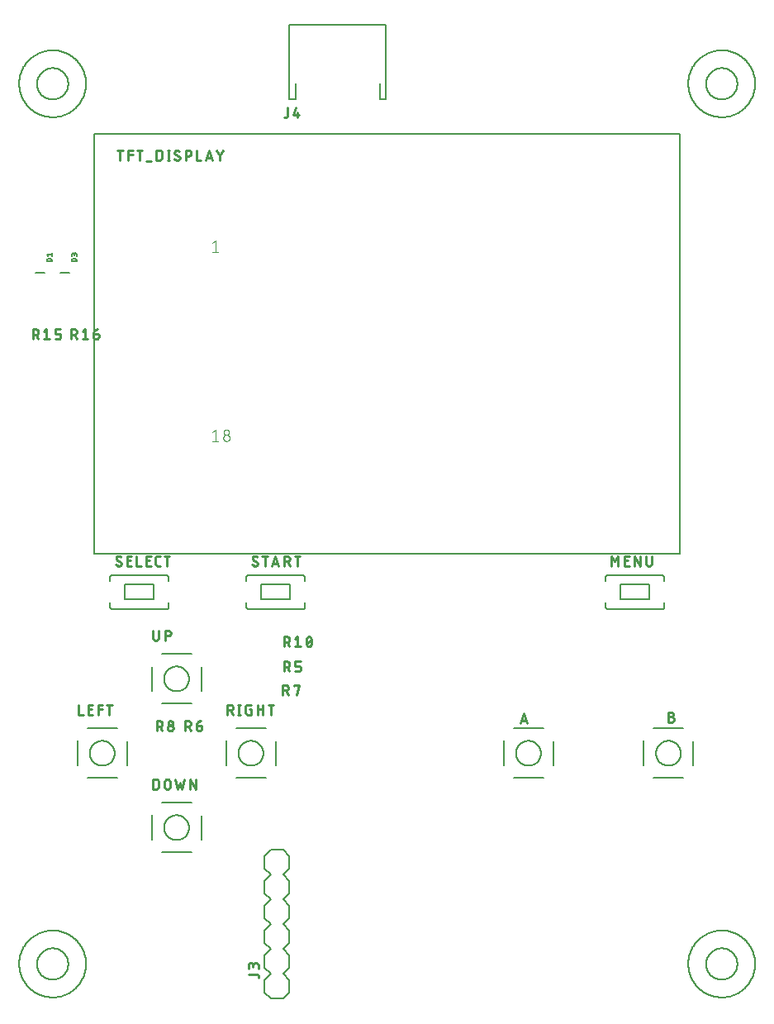
<source format=gbr>
G04 EAGLE Gerber RS-274X export*
G75*
%MOMM*%
%FSLAX34Y34*%
%LPD*%
%INSilkscreen Top*%
%IPPOS*%
%AMOC8*
5,1,8,0,0,1.08239X$1,22.5*%
G01*
%ADD10C,0.254000*%
%ADD11C,0.203200*%
%ADD12C,0.101600*%
%ADD13C,0.152400*%
%ADD14C,0.127000*%


D10*
X275154Y363220D02*
X275154Y373380D01*
X277977Y373380D01*
X278083Y373378D01*
X278188Y373372D01*
X278293Y373362D01*
X278398Y373348D01*
X278502Y373331D01*
X278605Y373309D01*
X278707Y373284D01*
X278809Y373255D01*
X278909Y373222D01*
X279008Y373185D01*
X279105Y373145D01*
X279201Y373101D01*
X279296Y373053D01*
X279388Y373002D01*
X279478Y372947D01*
X279567Y372890D01*
X279653Y372829D01*
X279736Y372764D01*
X279818Y372697D01*
X279896Y372627D01*
X279972Y372553D01*
X280046Y372477D01*
X280116Y372399D01*
X280183Y372317D01*
X280248Y372234D01*
X280309Y372148D01*
X280366Y372059D01*
X280421Y371969D01*
X280472Y371877D01*
X280520Y371782D01*
X280564Y371686D01*
X280604Y371589D01*
X280641Y371490D01*
X280674Y371390D01*
X280703Y371288D01*
X280728Y371186D01*
X280750Y371083D01*
X280767Y370979D01*
X280781Y370874D01*
X280791Y370769D01*
X280797Y370664D01*
X280799Y370558D01*
X280797Y370452D01*
X280791Y370347D01*
X280781Y370242D01*
X280767Y370137D01*
X280750Y370033D01*
X280728Y369930D01*
X280703Y369828D01*
X280674Y369726D01*
X280641Y369626D01*
X280604Y369527D01*
X280564Y369430D01*
X280520Y369334D01*
X280472Y369239D01*
X280421Y369147D01*
X280366Y369057D01*
X280309Y368968D01*
X280248Y368882D01*
X280183Y368799D01*
X280116Y368717D01*
X280046Y368639D01*
X279972Y368563D01*
X279896Y368489D01*
X279818Y368419D01*
X279736Y368352D01*
X279653Y368287D01*
X279567Y368226D01*
X279478Y368169D01*
X279388Y368114D01*
X279296Y368063D01*
X279201Y368015D01*
X279105Y367971D01*
X279008Y367931D01*
X278909Y367894D01*
X278809Y367861D01*
X278707Y367832D01*
X278605Y367807D01*
X278502Y367785D01*
X278398Y367768D01*
X278293Y367754D01*
X278188Y367744D01*
X278083Y367738D01*
X277977Y367736D01*
X275154Y367736D01*
X278541Y367736D02*
X280799Y363220D01*
X286456Y371122D02*
X289278Y373380D01*
X289278Y363220D01*
X286456Y363220D02*
X292100Y363220D01*
X297885Y368300D02*
X297887Y368500D01*
X297895Y368700D01*
X297906Y368899D01*
X297923Y369098D01*
X297945Y369297D01*
X297971Y369495D01*
X298002Y369693D01*
X298037Y369889D01*
X298078Y370085D01*
X298122Y370280D01*
X298172Y370474D01*
X298226Y370666D01*
X298285Y370857D01*
X298348Y371047D01*
X298416Y371235D01*
X298488Y371421D01*
X298565Y371606D01*
X298646Y371788D01*
X298732Y371969D01*
X298733Y371969D02*
X298764Y372053D01*
X298798Y372135D01*
X298836Y372216D01*
X298877Y372296D01*
X298922Y372373D01*
X298969Y372448D01*
X299020Y372522D01*
X299075Y372593D01*
X299132Y372661D01*
X299192Y372728D01*
X299255Y372791D01*
X299320Y372852D01*
X299388Y372910D01*
X299458Y372965D01*
X299531Y373017D01*
X299606Y373065D01*
X299683Y373111D01*
X299761Y373153D01*
X299842Y373192D01*
X299924Y373227D01*
X300007Y373259D01*
X300092Y373287D01*
X300178Y373312D01*
X300265Y373332D01*
X300352Y373350D01*
X300441Y373363D01*
X300530Y373372D01*
X300619Y373378D01*
X300708Y373380D01*
X300797Y373378D01*
X300886Y373372D01*
X300975Y373363D01*
X301064Y373350D01*
X301151Y373332D01*
X301238Y373312D01*
X301324Y373287D01*
X301409Y373259D01*
X301492Y373227D01*
X301574Y373192D01*
X301655Y373153D01*
X301733Y373111D01*
X301810Y373065D01*
X301885Y373017D01*
X301958Y372965D01*
X302028Y372910D01*
X302096Y372852D01*
X302162Y372791D01*
X302224Y372727D01*
X302284Y372661D01*
X302341Y372593D01*
X302396Y372522D01*
X302447Y372448D01*
X302494Y372373D01*
X302539Y372296D01*
X302580Y372216D01*
X302618Y372135D01*
X302652Y372053D01*
X302683Y371969D01*
X302769Y371788D01*
X302850Y371605D01*
X302927Y371421D01*
X302999Y371234D01*
X303067Y371046D01*
X303130Y370857D01*
X303189Y370666D01*
X303243Y370473D01*
X303293Y370280D01*
X303337Y370085D01*
X303378Y369889D01*
X303413Y369693D01*
X303444Y369495D01*
X303470Y369297D01*
X303492Y369098D01*
X303509Y368899D01*
X303520Y368700D01*
X303528Y368500D01*
X303530Y368300D01*
X297885Y368300D02*
X297887Y368100D01*
X297895Y367900D01*
X297906Y367701D01*
X297923Y367502D01*
X297945Y367303D01*
X297971Y367105D01*
X298002Y366907D01*
X298037Y366711D01*
X298078Y366515D01*
X298122Y366320D01*
X298172Y366126D01*
X298226Y365934D01*
X298285Y365743D01*
X298348Y365553D01*
X298416Y365365D01*
X298488Y365179D01*
X298565Y364994D01*
X298646Y364812D01*
X298732Y364631D01*
X298733Y364631D02*
X298764Y364547D01*
X298798Y364465D01*
X298836Y364384D01*
X298877Y364304D01*
X298922Y364227D01*
X298969Y364152D01*
X299021Y364078D01*
X299075Y364007D01*
X299132Y363939D01*
X299192Y363872D01*
X299255Y363809D01*
X299320Y363748D01*
X299388Y363690D01*
X299458Y363635D01*
X299531Y363583D01*
X299606Y363535D01*
X299683Y363489D01*
X299761Y363447D01*
X299842Y363408D01*
X299924Y363373D01*
X300007Y363341D01*
X300092Y363313D01*
X300178Y363288D01*
X300265Y363268D01*
X300352Y363250D01*
X300441Y363237D01*
X300530Y363228D01*
X300619Y363222D01*
X300708Y363220D01*
X302683Y364631D02*
X302769Y364812D01*
X302850Y364994D01*
X302927Y365179D01*
X302999Y365365D01*
X303067Y365553D01*
X303130Y365743D01*
X303189Y365934D01*
X303243Y366126D01*
X303293Y366320D01*
X303337Y366515D01*
X303378Y366711D01*
X303413Y366907D01*
X303444Y367105D01*
X303470Y367303D01*
X303492Y367502D01*
X303509Y367701D01*
X303520Y367900D01*
X303528Y368100D01*
X303530Y368300D01*
X302683Y364631D02*
X302652Y364547D01*
X302618Y364465D01*
X302580Y364384D01*
X302539Y364304D01*
X302494Y364227D01*
X302447Y364152D01*
X302396Y364078D01*
X302341Y364007D01*
X302284Y363939D01*
X302224Y363872D01*
X302161Y363809D01*
X302096Y363748D01*
X302028Y363690D01*
X301958Y363635D01*
X301885Y363583D01*
X301810Y363535D01*
X301733Y363489D01*
X301655Y363447D01*
X301574Y363408D01*
X301492Y363373D01*
X301409Y363341D01*
X301324Y363313D01*
X301238Y363288D01*
X301151Y363268D01*
X301064Y363250D01*
X300975Y363237D01*
X300886Y363228D01*
X300797Y363222D01*
X300708Y363220D01*
X298450Y365478D02*
X302966Y371122D01*
X275154Y347980D02*
X275154Y337820D01*
X275154Y347980D02*
X277977Y347980D01*
X278083Y347978D01*
X278188Y347972D01*
X278293Y347962D01*
X278398Y347948D01*
X278502Y347931D01*
X278605Y347909D01*
X278707Y347884D01*
X278809Y347855D01*
X278909Y347822D01*
X279008Y347785D01*
X279105Y347745D01*
X279201Y347701D01*
X279296Y347653D01*
X279388Y347602D01*
X279478Y347547D01*
X279567Y347490D01*
X279653Y347429D01*
X279736Y347364D01*
X279818Y347297D01*
X279896Y347227D01*
X279972Y347153D01*
X280046Y347077D01*
X280116Y346999D01*
X280183Y346917D01*
X280248Y346834D01*
X280309Y346748D01*
X280366Y346659D01*
X280421Y346569D01*
X280472Y346477D01*
X280520Y346382D01*
X280564Y346286D01*
X280604Y346189D01*
X280641Y346090D01*
X280674Y345990D01*
X280703Y345888D01*
X280728Y345786D01*
X280750Y345683D01*
X280767Y345579D01*
X280781Y345474D01*
X280791Y345369D01*
X280797Y345264D01*
X280799Y345158D01*
X280797Y345052D01*
X280791Y344947D01*
X280781Y344842D01*
X280767Y344737D01*
X280750Y344633D01*
X280728Y344530D01*
X280703Y344428D01*
X280674Y344326D01*
X280641Y344226D01*
X280604Y344127D01*
X280564Y344030D01*
X280520Y343934D01*
X280472Y343839D01*
X280421Y343747D01*
X280366Y343657D01*
X280309Y343568D01*
X280248Y343482D01*
X280183Y343399D01*
X280116Y343317D01*
X280046Y343239D01*
X279972Y343163D01*
X279896Y343089D01*
X279818Y343019D01*
X279736Y342952D01*
X279653Y342887D01*
X279567Y342826D01*
X279478Y342769D01*
X279388Y342714D01*
X279296Y342663D01*
X279201Y342615D01*
X279105Y342571D01*
X279008Y342531D01*
X278909Y342494D01*
X278809Y342461D01*
X278707Y342432D01*
X278605Y342407D01*
X278502Y342385D01*
X278398Y342368D01*
X278293Y342354D01*
X278188Y342344D01*
X278083Y342338D01*
X277977Y342336D01*
X275154Y342336D01*
X278541Y342336D02*
X280799Y337820D01*
X286456Y337820D02*
X289842Y337820D01*
X289935Y337822D01*
X290028Y337828D01*
X290121Y337837D01*
X290214Y337851D01*
X290305Y337868D01*
X290396Y337889D01*
X290486Y337914D01*
X290575Y337942D01*
X290663Y337974D01*
X290749Y338010D01*
X290834Y338049D01*
X290917Y338092D01*
X290998Y338138D01*
X291077Y338188D01*
X291154Y338240D01*
X291229Y338296D01*
X291301Y338355D01*
X291371Y338417D01*
X291439Y338481D01*
X291503Y338549D01*
X291565Y338619D01*
X291624Y338691D01*
X291680Y338766D01*
X291732Y338843D01*
X291782Y338922D01*
X291828Y339003D01*
X291871Y339086D01*
X291910Y339171D01*
X291946Y339257D01*
X291978Y339345D01*
X292006Y339434D01*
X292031Y339524D01*
X292052Y339615D01*
X292069Y339706D01*
X292083Y339799D01*
X292092Y339892D01*
X292098Y339985D01*
X292100Y340078D01*
X292100Y341207D01*
X292098Y341300D01*
X292092Y341393D01*
X292083Y341486D01*
X292069Y341579D01*
X292052Y341670D01*
X292031Y341761D01*
X292006Y341851D01*
X291978Y341940D01*
X291946Y342028D01*
X291910Y342114D01*
X291871Y342199D01*
X291828Y342282D01*
X291782Y342363D01*
X291732Y342442D01*
X291680Y342519D01*
X291624Y342594D01*
X291565Y342666D01*
X291503Y342736D01*
X291439Y342804D01*
X291371Y342868D01*
X291301Y342930D01*
X291229Y342989D01*
X291154Y343045D01*
X291077Y343097D01*
X290998Y343147D01*
X290917Y343193D01*
X290834Y343236D01*
X290749Y343275D01*
X290663Y343311D01*
X290575Y343343D01*
X290486Y343371D01*
X290396Y343396D01*
X290305Y343417D01*
X290214Y343434D01*
X290121Y343448D01*
X290028Y343457D01*
X289935Y343463D01*
X289842Y343465D01*
X289842Y343464D02*
X286456Y343464D01*
X286456Y347980D01*
X292100Y347980D01*
X173990Y287020D02*
X173990Y276860D01*
X173990Y287020D02*
X176812Y287020D01*
X176918Y287018D01*
X177023Y287012D01*
X177128Y287002D01*
X177233Y286988D01*
X177337Y286971D01*
X177440Y286949D01*
X177542Y286924D01*
X177644Y286895D01*
X177744Y286862D01*
X177843Y286825D01*
X177940Y286785D01*
X178036Y286741D01*
X178131Y286693D01*
X178223Y286642D01*
X178313Y286587D01*
X178402Y286530D01*
X178488Y286469D01*
X178571Y286404D01*
X178653Y286337D01*
X178731Y286267D01*
X178807Y286193D01*
X178881Y286117D01*
X178951Y286039D01*
X179018Y285957D01*
X179083Y285874D01*
X179144Y285788D01*
X179201Y285699D01*
X179256Y285609D01*
X179307Y285517D01*
X179355Y285422D01*
X179399Y285326D01*
X179439Y285229D01*
X179476Y285130D01*
X179509Y285030D01*
X179538Y284928D01*
X179563Y284826D01*
X179585Y284723D01*
X179602Y284619D01*
X179616Y284514D01*
X179626Y284409D01*
X179632Y284304D01*
X179634Y284198D01*
X179632Y284092D01*
X179626Y283987D01*
X179616Y283882D01*
X179602Y283777D01*
X179585Y283673D01*
X179563Y283570D01*
X179538Y283468D01*
X179509Y283366D01*
X179476Y283266D01*
X179439Y283167D01*
X179399Y283070D01*
X179355Y282974D01*
X179307Y282879D01*
X179256Y282787D01*
X179201Y282697D01*
X179144Y282608D01*
X179083Y282522D01*
X179018Y282439D01*
X178951Y282357D01*
X178881Y282279D01*
X178807Y282203D01*
X178731Y282129D01*
X178653Y282059D01*
X178571Y281992D01*
X178488Y281927D01*
X178402Y281866D01*
X178313Y281809D01*
X178223Y281754D01*
X178131Y281703D01*
X178036Y281655D01*
X177940Y281611D01*
X177843Y281571D01*
X177744Y281534D01*
X177644Y281501D01*
X177542Y281472D01*
X177440Y281447D01*
X177337Y281425D01*
X177233Y281408D01*
X177128Y281394D01*
X177023Y281384D01*
X176918Y281378D01*
X176812Y281376D01*
X173990Y281376D01*
X177377Y281376D02*
X179634Y276860D01*
X185291Y282504D02*
X188678Y282504D01*
X188678Y282505D02*
X188771Y282503D01*
X188864Y282497D01*
X188957Y282488D01*
X189050Y282474D01*
X189141Y282457D01*
X189232Y282436D01*
X189322Y282411D01*
X189411Y282383D01*
X189499Y282351D01*
X189585Y282315D01*
X189670Y282276D01*
X189753Y282233D01*
X189834Y282187D01*
X189913Y282137D01*
X189990Y282085D01*
X190065Y282029D01*
X190137Y281970D01*
X190207Y281908D01*
X190275Y281844D01*
X190339Y281776D01*
X190401Y281706D01*
X190460Y281634D01*
X190516Y281559D01*
X190568Y281482D01*
X190618Y281403D01*
X190664Y281322D01*
X190707Y281239D01*
X190746Y281154D01*
X190782Y281068D01*
X190814Y280980D01*
X190842Y280891D01*
X190867Y280801D01*
X190888Y280710D01*
X190905Y280619D01*
X190919Y280526D01*
X190928Y280433D01*
X190934Y280340D01*
X190936Y280247D01*
X190936Y279682D01*
X190935Y279682D02*
X190933Y279576D01*
X190927Y279471D01*
X190917Y279366D01*
X190903Y279261D01*
X190886Y279157D01*
X190864Y279054D01*
X190839Y278952D01*
X190810Y278850D01*
X190777Y278750D01*
X190740Y278651D01*
X190700Y278554D01*
X190656Y278458D01*
X190608Y278363D01*
X190557Y278271D01*
X190502Y278181D01*
X190445Y278092D01*
X190384Y278006D01*
X190319Y277923D01*
X190252Y277841D01*
X190182Y277763D01*
X190108Y277687D01*
X190032Y277613D01*
X189954Y277543D01*
X189872Y277476D01*
X189789Y277411D01*
X189703Y277350D01*
X189614Y277293D01*
X189524Y277238D01*
X189432Y277187D01*
X189337Y277139D01*
X189241Y277095D01*
X189144Y277055D01*
X189045Y277018D01*
X188945Y276985D01*
X188843Y276956D01*
X188741Y276931D01*
X188638Y276909D01*
X188534Y276892D01*
X188429Y276878D01*
X188324Y276868D01*
X188219Y276862D01*
X188113Y276860D01*
X188007Y276862D01*
X187902Y276868D01*
X187797Y276878D01*
X187692Y276892D01*
X187588Y276909D01*
X187485Y276931D01*
X187383Y276956D01*
X187281Y276985D01*
X187181Y277018D01*
X187082Y277055D01*
X186985Y277095D01*
X186889Y277139D01*
X186794Y277187D01*
X186702Y277238D01*
X186612Y277293D01*
X186523Y277350D01*
X186437Y277411D01*
X186354Y277476D01*
X186272Y277543D01*
X186194Y277613D01*
X186118Y277687D01*
X186044Y277763D01*
X185974Y277841D01*
X185907Y277923D01*
X185842Y278006D01*
X185781Y278092D01*
X185724Y278181D01*
X185669Y278271D01*
X185618Y278363D01*
X185570Y278458D01*
X185526Y278554D01*
X185486Y278651D01*
X185449Y278750D01*
X185416Y278850D01*
X185387Y278952D01*
X185362Y279054D01*
X185340Y279157D01*
X185323Y279261D01*
X185309Y279366D01*
X185299Y279471D01*
X185293Y279576D01*
X185291Y279682D01*
X185291Y282504D01*
X185293Y282638D01*
X185299Y282772D01*
X185309Y282905D01*
X185323Y283038D01*
X185340Y283171D01*
X185362Y283303D01*
X185388Y283434D01*
X185417Y283565D01*
X185451Y283694D01*
X185488Y283823D01*
X185529Y283950D01*
X185574Y284076D01*
X185622Y284201D01*
X185674Y284324D01*
X185730Y284446D01*
X185789Y284566D01*
X185852Y284684D01*
X185919Y284801D01*
X185988Y284915D01*
X186061Y285027D01*
X186138Y285137D01*
X186217Y285244D01*
X186300Y285349D01*
X186386Y285452D01*
X186475Y285552D01*
X186567Y285650D01*
X186661Y285744D01*
X186759Y285836D01*
X186859Y285925D01*
X186962Y286011D01*
X187067Y286094D01*
X187174Y286173D01*
X187284Y286250D01*
X187396Y286323D01*
X187510Y286392D01*
X187627Y286459D01*
X187745Y286522D01*
X187865Y286581D01*
X187986Y286637D01*
X188110Y286689D01*
X188234Y286737D01*
X188361Y286782D01*
X188488Y286823D01*
X188617Y286860D01*
X188746Y286894D01*
X188877Y286923D01*
X189008Y286949D01*
X189140Y286971D01*
X189273Y286988D01*
X189406Y287002D01*
X189539Y287012D01*
X189673Y287018D01*
X189807Y287020D01*
X273884Y313690D02*
X273884Y323850D01*
X276707Y323850D01*
X276813Y323848D01*
X276918Y323842D01*
X277023Y323832D01*
X277128Y323818D01*
X277232Y323801D01*
X277335Y323779D01*
X277437Y323754D01*
X277539Y323725D01*
X277639Y323692D01*
X277738Y323655D01*
X277835Y323615D01*
X277931Y323571D01*
X278026Y323523D01*
X278118Y323472D01*
X278208Y323417D01*
X278297Y323360D01*
X278383Y323299D01*
X278466Y323234D01*
X278548Y323167D01*
X278626Y323097D01*
X278702Y323023D01*
X278776Y322947D01*
X278846Y322869D01*
X278913Y322787D01*
X278978Y322704D01*
X279039Y322618D01*
X279096Y322529D01*
X279151Y322439D01*
X279202Y322347D01*
X279250Y322252D01*
X279294Y322156D01*
X279334Y322059D01*
X279371Y321960D01*
X279404Y321860D01*
X279433Y321758D01*
X279458Y321656D01*
X279480Y321553D01*
X279497Y321449D01*
X279511Y321344D01*
X279521Y321239D01*
X279527Y321134D01*
X279529Y321028D01*
X279527Y320922D01*
X279521Y320817D01*
X279511Y320712D01*
X279497Y320607D01*
X279480Y320503D01*
X279458Y320400D01*
X279433Y320298D01*
X279404Y320196D01*
X279371Y320096D01*
X279334Y319997D01*
X279294Y319900D01*
X279250Y319804D01*
X279202Y319709D01*
X279151Y319617D01*
X279096Y319527D01*
X279039Y319438D01*
X278978Y319352D01*
X278913Y319269D01*
X278846Y319187D01*
X278776Y319109D01*
X278702Y319033D01*
X278626Y318959D01*
X278548Y318889D01*
X278466Y318822D01*
X278383Y318757D01*
X278297Y318696D01*
X278208Y318639D01*
X278118Y318584D01*
X278026Y318533D01*
X277931Y318485D01*
X277835Y318441D01*
X277738Y318401D01*
X277639Y318364D01*
X277539Y318331D01*
X277437Y318302D01*
X277335Y318277D01*
X277232Y318255D01*
X277128Y318238D01*
X277023Y318224D01*
X276918Y318214D01*
X276813Y318208D01*
X276707Y318206D01*
X273884Y318206D01*
X277271Y318206D02*
X279529Y313690D01*
X285186Y322721D02*
X285186Y323850D01*
X290830Y323850D01*
X288008Y313690D01*
X144780Y287020D02*
X144780Y276860D01*
X144780Y287020D02*
X147602Y287020D01*
X147708Y287018D01*
X147813Y287012D01*
X147918Y287002D01*
X148023Y286988D01*
X148127Y286971D01*
X148230Y286949D01*
X148332Y286924D01*
X148434Y286895D01*
X148534Y286862D01*
X148633Y286825D01*
X148730Y286785D01*
X148826Y286741D01*
X148921Y286693D01*
X149013Y286642D01*
X149103Y286587D01*
X149192Y286530D01*
X149278Y286469D01*
X149361Y286404D01*
X149443Y286337D01*
X149521Y286267D01*
X149597Y286193D01*
X149671Y286117D01*
X149741Y286039D01*
X149808Y285957D01*
X149873Y285874D01*
X149934Y285788D01*
X149991Y285699D01*
X150046Y285609D01*
X150097Y285517D01*
X150145Y285422D01*
X150189Y285326D01*
X150229Y285229D01*
X150266Y285130D01*
X150299Y285030D01*
X150328Y284928D01*
X150353Y284826D01*
X150375Y284723D01*
X150392Y284619D01*
X150406Y284514D01*
X150416Y284409D01*
X150422Y284304D01*
X150424Y284198D01*
X150422Y284092D01*
X150416Y283987D01*
X150406Y283882D01*
X150392Y283777D01*
X150375Y283673D01*
X150353Y283570D01*
X150328Y283468D01*
X150299Y283366D01*
X150266Y283266D01*
X150229Y283167D01*
X150189Y283070D01*
X150145Y282974D01*
X150097Y282879D01*
X150046Y282787D01*
X149991Y282697D01*
X149934Y282608D01*
X149873Y282522D01*
X149808Y282439D01*
X149741Y282357D01*
X149671Y282279D01*
X149597Y282203D01*
X149521Y282129D01*
X149443Y282059D01*
X149361Y281992D01*
X149278Y281927D01*
X149192Y281866D01*
X149103Y281809D01*
X149013Y281754D01*
X148921Y281703D01*
X148826Y281655D01*
X148730Y281611D01*
X148633Y281571D01*
X148534Y281534D01*
X148434Y281501D01*
X148332Y281472D01*
X148230Y281447D01*
X148127Y281425D01*
X148023Y281408D01*
X147918Y281394D01*
X147813Y281384D01*
X147708Y281378D01*
X147602Y281376D01*
X144780Y281376D01*
X148167Y281376D02*
X150424Y276860D01*
X156081Y279682D02*
X156083Y279788D01*
X156089Y279893D01*
X156099Y279998D01*
X156113Y280103D01*
X156130Y280207D01*
X156152Y280310D01*
X156177Y280412D01*
X156206Y280514D01*
X156239Y280614D01*
X156276Y280713D01*
X156316Y280810D01*
X156360Y280906D01*
X156408Y281001D01*
X156459Y281093D01*
X156514Y281183D01*
X156571Y281272D01*
X156632Y281358D01*
X156697Y281441D01*
X156764Y281523D01*
X156834Y281601D01*
X156908Y281677D01*
X156984Y281751D01*
X157062Y281821D01*
X157144Y281888D01*
X157227Y281953D01*
X157313Y282014D01*
X157402Y282071D01*
X157492Y282126D01*
X157584Y282177D01*
X157679Y282225D01*
X157775Y282269D01*
X157872Y282309D01*
X157971Y282346D01*
X158071Y282379D01*
X158173Y282408D01*
X158275Y282433D01*
X158378Y282455D01*
X158482Y282472D01*
X158587Y282486D01*
X158692Y282496D01*
X158797Y282502D01*
X158903Y282504D01*
X159009Y282502D01*
X159114Y282496D01*
X159219Y282486D01*
X159324Y282472D01*
X159428Y282455D01*
X159531Y282433D01*
X159633Y282408D01*
X159735Y282379D01*
X159835Y282346D01*
X159934Y282309D01*
X160031Y282269D01*
X160127Y282225D01*
X160222Y282177D01*
X160314Y282126D01*
X160404Y282071D01*
X160493Y282014D01*
X160579Y281953D01*
X160662Y281888D01*
X160744Y281821D01*
X160822Y281751D01*
X160898Y281677D01*
X160972Y281601D01*
X161042Y281523D01*
X161109Y281441D01*
X161174Y281358D01*
X161235Y281272D01*
X161292Y281183D01*
X161347Y281093D01*
X161398Y281001D01*
X161446Y280906D01*
X161490Y280810D01*
X161530Y280713D01*
X161567Y280614D01*
X161600Y280514D01*
X161629Y280412D01*
X161654Y280310D01*
X161676Y280207D01*
X161693Y280103D01*
X161707Y279998D01*
X161717Y279893D01*
X161723Y279788D01*
X161725Y279682D01*
X161723Y279576D01*
X161717Y279471D01*
X161707Y279366D01*
X161693Y279261D01*
X161676Y279157D01*
X161654Y279054D01*
X161629Y278952D01*
X161600Y278850D01*
X161567Y278750D01*
X161530Y278651D01*
X161490Y278554D01*
X161446Y278458D01*
X161398Y278363D01*
X161347Y278271D01*
X161292Y278181D01*
X161235Y278092D01*
X161174Y278006D01*
X161109Y277923D01*
X161042Y277841D01*
X160972Y277763D01*
X160898Y277687D01*
X160822Y277613D01*
X160744Y277543D01*
X160662Y277476D01*
X160579Y277411D01*
X160493Y277350D01*
X160404Y277293D01*
X160314Y277238D01*
X160222Y277187D01*
X160127Y277139D01*
X160031Y277095D01*
X159934Y277055D01*
X159835Y277018D01*
X159735Y276985D01*
X159633Y276956D01*
X159531Y276931D01*
X159428Y276909D01*
X159324Y276892D01*
X159219Y276878D01*
X159114Y276868D01*
X159009Y276862D01*
X158903Y276860D01*
X158797Y276862D01*
X158692Y276868D01*
X158587Y276878D01*
X158482Y276892D01*
X158378Y276909D01*
X158275Y276931D01*
X158173Y276956D01*
X158071Y276985D01*
X157971Y277018D01*
X157872Y277055D01*
X157775Y277095D01*
X157679Y277139D01*
X157584Y277187D01*
X157492Y277238D01*
X157402Y277293D01*
X157313Y277350D01*
X157227Y277411D01*
X157144Y277476D01*
X157062Y277543D01*
X156984Y277613D01*
X156908Y277687D01*
X156834Y277763D01*
X156764Y277841D01*
X156697Y277923D01*
X156632Y278006D01*
X156571Y278092D01*
X156514Y278181D01*
X156459Y278271D01*
X156408Y278363D01*
X156360Y278458D01*
X156316Y278554D01*
X156276Y278651D01*
X156239Y278750D01*
X156206Y278850D01*
X156177Y278952D01*
X156152Y279054D01*
X156130Y279157D01*
X156113Y279261D01*
X156099Y279366D01*
X156089Y279471D01*
X156083Y279576D01*
X156081Y279682D01*
X156645Y284762D02*
X156647Y284855D01*
X156653Y284948D01*
X156662Y285041D01*
X156676Y285134D01*
X156693Y285225D01*
X156714Y285316D01*
X156739Y285406D01*
X156767Y285495D01*
X156799Y285583D01*
X156835Y285669D01*
X156874Y285754D01*
X156917Y285837D01*
X156963Y285918D01*
X157013Y285997D01*
X157065Y286074D01*
X157121Y286149D01*
X157180Y286221D01*
X157242Y286291D01*
X157306Y286359D01*
X157374Y286423D01*
X157444Y286485D01*
X157516Y286544D01*
X157591Y286600D01*
X157668Y286652D01*
X157747Y286702D01*
X157828Y286748D01*
X157911Y286791D01*
X157996Y286830D01*
X158082Y286866D01*
X158170Y286898D01*
X158259Y286926D01*
X158349Y286951D01*
X158440Y286972D01*
X158531Y286989D01*
X158624Y287003D01*
X158717Y287012D01*
X158810Y287018D01*
X158903Y287020D01*
X158996Y287018D01*
X159089Y287012D01*
X159182Y287003D01*
X159275Y286989D01*
X159366Y286972D01*
X159457Y286951D01*
X159547Y286926D01*
X159636Y286898D01*
X159724Y286866D01*
X159810Y286830D01*
X159895Y286791D01*
X159978Y286748D01*
X160059Y286702D01*
X160138Y286652D01*
X160215Y286600D01*
X160290Y286544D01*
X160362Y286485D01*
X160432Y286423D01*
X160500Y286359D01*
X160564Y286291D01*
X160626Y286221D01*
X160685Y286149D01*
X160741Y286074D01*
X160793Y285997D01*
X160843Y285918D01*
X160889Y285837D01*
X160932Y285754D01*
X160971Y285669D01*
X161007Y285583D01*
X161039Y285495D01*
X161067Y285406D01*
X161092Y285316D01*
X161113Y285225D01*
X161130Y285134D01*
X161144Y285041D01*
X161153Y284948D01*
X161159Y284855D01*
X161161Y284762D01*
X161159Y284669D01*
X161153Y284576D01*
X161144Y284483D01*
X161130Y284390D01*
X161113Y284299D01*
X161092Y284208D01*
X161067Y284118D01*
X161039Y284029D01*
X161007Y283941D01*
X160971Y283855D01*
X160932Y283770D01*
X160889Y283687D01*
X160843Y283606D01*
X160793Y283527D01*
X160741Y283450D01*
X160685Y283375D01*
X160626Y283303D01*
X160564Y283233D01*
X160500Y283165D01*
X160432Y283101D01*
X160362Y283039D01*
X160290Y282980D01*
X160215Y282924D01*
X160138Y282872D01*
X160059Y282822D01*
X159978Y282776D01*
X159895Y282733D01*
X159810Y282694D01*
X159724Y282658D01*
X159636Y282626D01*
X159547Y282598D01*
X159457Y282573D01*
X159366Y282552D01*
X159275Y282535D01*
X159182Y282521D01*
X159089Y282512D01*
X158996Y282506D01*
X158903Y282504D01*
X158810Y282506D01*
X158717Y282512D01*
X158624Y282521D01*
X158531Y282535D01*
X158440Y282552D01*
X158349Y282573D01*
X158259Y282598D01*
X158170Y282626D01*
X158082Y282658D01*
X157996Y282694D01*
X157911Y282733D01*
X157828Y282776D01*
X157747Y282822D01*
X157668Y282872D01*
X157591Y282924D01*
X157516Y282980D01*
X157444Y283039D01*
X157374Y283101D01*
X157306Y283165D01*
X157242Y283233D01*
X157180Y283303D01*
X157121Y283375D01*
X157065Y283450D01*
X157013Y283527D01*
X156963Y283606D01*
X156917Y283687D01*
X156874Y283770D01*
X156835Y283855D01*
X156799Y283941D01*
X156767Y284029D01*
X156739Y284118D01*
X156714Y284208D01*
X156693Y284299D01*
X156676Y284390D01*
X156662Y284483D01*
X156653Y284576D01*
X156647Y284669D01*
X156645Y284762D01*
D11*
X500380Y266700D02*
X500380Y241600D01*
X510380Y279400D02*
X541180Y279400D01*
X551180Y266400D02*
X551180Y241600D01*
X541180Y228600D02*
X510380Y228600D01*
X513080Y254000D02*
X513084Y254312D01*
X513095Y254623D01*
X513114Y254934D01*
X513141Y255245D01*
X513176Y255555D01*
X513217Y255863D01*
X513267Y256171D01*
X513324Y256478D01*
X513389Y256783D01*
X513461Y257086D01*
X513540Y257387D01*
X513627Y257687D01*
X513721Y257984D01*
X513822Y258279D01*
X513931Y258571D01*
X514047Y258860D01*
X514170Y259147D01*
X514299Y259430D01*
X514436Y259710D01*
X514580Y259987D01*
X514730Y260260D01*
X514887Y260529D01*
X515050Y260794D01*
X515220Y261056D01*
X515397Y261313D01*
X515579Y261565D01*
X515768Y261813D01*
X515963Y262057D01*
X516163Y262295D01*
X516370Y262529D01*
X516582Y262757D01*
X516800Y262980D01*
X517023Y263198D01*
X517251Y263410D01*
X517485Y263617D01*
X517723Y263817D01*
X517967Y264012D01*
X518215Y264201D01*
X518467Y264383D01*
X518724Y264560D01*
X518986Y264730D01*
X519251Y264893D01*
X519520Y265050D01*
X519793Y265200D01*
X520070Y265344D01*
X520350Y265481D01*
X520633Y265610D01*
X520920Y265733D01*
X521209Y265849D01*
X521501Y265958D01*
X521796Y266059D01*
X522093Y266153D01*
X522393Y266240D01*
X522694Y266319D01*
X522997Y266391D01*
X523302Y266456D01*
X523609Y266513D01*
X523917Y266563D01*
X524225Y266604D01*
X524535Y266639D01*
X524846Y266666D01*
X525157Y266685D01*
X525468Y266696D01*
X525780Y266700D01*
X526092Y266696D01*
X526403Y266685D01*
X526714Y266666D01*
X527025Y266639D01*
X527335Y266604D01*
X527643Y266563D01*
X527951Y266513D01*
X528258Y266456D01*
X528563Y266391D01*
X528866Y266319D01*
X529167Y266240D01*
X529467Y266153D01*
X529764Y266059D01*
X530059Y265958D01*
X530351Y265849D01*
X530640Y265733D01*
X530927Y265610D01*
X531210Y265481D01*
X531490Y265344D01*
X531767Y265200D01*
X532040Y265050D01*
X532309Y264893D01*
X532574Y264730D01*
X532836Y264560D01*
X533093Y264383D01*
X533345Y264201D01*
X533593Y264012D01*
X533837Y263817D01*
X534075Y263617D01*
X534309Y263410D01*
X534537Y263198D01*
X534760Y262980D01*
X534978Y262757D01*
X535190Y262529D01*
X535397Y262295D01*
X535597Y262057D01*
X535792Y261813D01*
X535981Y261565D01*
X536163Y261313D01*
X536340Y261056D01*
X536510Y260794D01*
X536673Y260529D01*
X536830Y260260D01*
X536980Y259987D01*
X537124Y259710D01*
X537261Y259430D01*
X537390Y259147D01*
X537513Y258860D01*
X537629Y258571D01*
X537738Y258279D01*
X537839Y257984D01*
X537933Y257687D01*
X538020Y257387D01*
X538099Y257086D01*
X538171Y256783D01*
X538236Y256478D01*
X538293Y256171D01*
X538343Y255863D01*
X538384Y255555D01*
X538419Y255245D01*
X538446Y254934D01*
X538465Y254623D01*
X538476Y254312D01*
X538480Y254000D01*
X538476Y253688D01*
X538465Y253377D01*
X538446Y253066D01*
X538419Y252755D01*
X538384Y252445D01*
X538343Y252137D01*
X538293Y251829D01*
X538236Y251522D01*
X538171Y251217D01*
X538099Y250914D01*
X538020Y250613D01*
X537933Y250313D01*
X537839Y250016D01*
X537738Y249721D01*
X537629Y249429D01*
X537513Y249140D01*
X537390Y248853D01*
X537261Y248570D01*
X537124Y248290D01*
X536980Y248013D01*
X536830Y247740D01*
X536673Y247471D01*
X536510Y247206D01*
X536340Y246944D01*
X536163Y246687D01*
X535981Y246435D01*
X535792Y246187D01*
X535597Y245943D01*
X535397Y245705D01*
X535190Y245471D01*
X534978Y245243D01*
X534760Y245020D01*
X534537Y244802D01*
X534309Y244590D01*
X534075Y244383D01*
X533837Y244183D01*
X533593Y243988D01*
X533345Y243799D01*
X533093Y243617D01*
X532836Y243440D01*
X532574Y243270D01*
X532309Y243107D01*
X532040Y242950D01*
X531767Y242800D01*
X531490Y242656D01*
X531210Y242519D01*
X530927Y242390D01*
X530640Y242267D01*
X530351Y242151D01*
X530059Y242042D01*
X529764Y241941D01*
X529467Y241847D01*
X529167Y241760D01*
X528866Y241681D01*
X528563Y241609D01*
X528258Y241544D01*
X527951Y241487D01*
X527643Y241437D01*
X527335Y241396D01*
X527025Y241361D01*
X526714Y241334D01*
X526403Y241315D01*
X526092Y241304D01*
X525780Y241300D01*
X525468Y241304D01*
X525157Y241315D01*
X524846Y241334D01*
X524535Y241361D01*
X524225Y241396D01*
X523917Y241437D01*
X523609Y241487D01*
X523302Y241544D01*
X522997Y241609D01*
X522694Y241681D01*
X522393Y241760D01*
X522093Y241847D01*
X521796Y241941D01*
X521501Y242042D01*
X521209Y242151D01*
X520920Y242267D01*
X520633Y242390D01*
X520350Y242519D01*
X520070Y242656D01*
X519793Y242800D01*
X519520Y242950D01*
X519251Y243107D01*
X518986Y243270D01*
X518724Y243440D01*
X518467Y243617D01*
X518215Y243799D01*
X517967Y243988D01*
X517723Y244183D01*
X517485Y244383D01*
X517251Y244590D01*
X517023Y244802D01*
X516800Y245020D01*
X516582Y245243D01*
X516370Y245471D01*
X516163Y245705D01*
X515963Y245943D01*
X515768Y246187D01*
X515579Y246435D01*
X515397Y246687D01*
X515220Y246944D01*
X515050Y247206D01*
X514887Y247471D01*
X514730Y247740D01*
X514580Y248013D01*
X514436Y248290D01*
X514299Y248570D01*
X514170Y248853D01*
X514047Y249140D01*
X513931Y249429D01*
X513822Y249721D01*
X513721Y250016D01*
X513627Y250313D01*
X513540Y250613D01*
X513461Y250914D01*
X513389Y251217D01*
X513324Y251522D01*
X513267Y251829D01*
X513217Y252137D01*
X513176Y252445D01*
X513141Y252755D01*
X513114Y253066D01*
X513095Y253377D01*
X513084Y253688D01*
X513080Y254000D01*
D10*
X517737Y284480D02*
X521123Y294640D01*
X524510Y284480D01*
X523663Y287020D02*
X518583Y287020D01*
D11*
X643890Y266700D02*
X643890Y241600D01*
X653890Y279400D02*
X684690Y279400D01*
X694690Y266400D02*
X694690Y241600D01*
X684690Y228600D02*
X653890Y228600D01*
X656590Y254000D02*
X656594Y254312D01*
X656605Y254623D01*
X656624Y254934D01*
X656651Y255245D01*
X656686Y255555D01*
X656727Y255863D01*
X656777Y256171D01*
X656834Y256478D01*
X656899Y256783D01*
X656971Y257086D01*
X657050Y257387D01*
X657137Y257687D01*
X657231Y257984D01*
X657332Y258279D01*
X657441Y258571D01*
X657557Y258860D01*
X657680Y259147D01*
X657809Y259430D01*
X657946Y259710D01*
X658090Y259987D01*
X658240Y260260D01*
X658397Y260529D01*
X658560Y260794D01*
X658730Y261056D01*
X658907Y261313D01*
X659089Y261565D01*
X659278Y261813D01*
X659473Y262057D01*
X659673Y262295D01*
X659880Y262529D01*
X660092Y262757D01*
X660310Y262980D01*
X660533Y263198D01*
X660761Y263410D01*
X660995Y263617D01*
X661233Y263817D01*
X661477Y264012D01*
X661725Y264201D01*
X661977Y264383D01*
X662234Y264560D01*
X662496Y264730D01*
X662761Y264893D01*
X663030Y265050D01*
X663303Y265200D01*
X663580Y265344D01*
X663860Y265481D01*
X664143Y265610D01*
X664430Y265733D01*
X664719Y265849D01*
X665011Y265958D01*
X665306Y266059D01*
X665603Y266153D01*
X665903Y266240D01*
X666204Y266319D01*
X666507Y266391D01*
X666812Y266456D01*
X667119Y266513D01*
X667427Y266563D01*
X667735Y266604D01*
X668045Y266639D01*
X668356Y266666D01*
X668667Y266685D01*
X668978Y266696D01*
X669290Y266700D01*
X669602Y266696D01*
X669913Y266685D01*
X670224Y266666D01*
X670535Y266639D01*
X670845Y266604D01*
X671153Y266563D01*
X671461Y266513D01*
X671768Y266456D01*
X672073Y266391D01*
X672376Y266319D01*
X672677Y266240D01*
X672977Y266153D01*
X673274Y266059D01*
X673569Y265958D01*
X673861Y265849D01*
X674150Y265733D01*
X674437Y265610D01*
X674720Y265481D01*
X675000Y265344D01*
X675277Y265200D01*
X675550Y265050D01*
X675819Y264893D01*
X676084Y264730D01*
X676346Y264560D01*
X676603Y264383D01*
X676855Y264201D01*
X677103Y264012D01*
X677347Y263817D01*
X677585Y263617D01*
X677819Y263410D01*
X678047Y263198D01*
X678270Y262980D01*
X678488Y262757D01*
X678700Y262529D01*
X678907Y262295D01*
X679107Y262057D01*
X679302Y261813D01*
X679491Y261565D01*
X679673Y261313D01*
X679850Y261056D01*
X680020Y260794D01*
X680183Y260529D01*
X680340Y260260D01*
X680490Y259987D01*
X680634Y259710D01*
X680771Y259430D01*
X680900Y259147D01*
X681023Y258860D01*
X681139Y258571D01*
X681248Y258279D01*
X681349Y257984D01*
X681443Y257687D01*
X681530Y257387D01*
X681609Y257086D01*
X681681Y256783D01*
X681746Y256478D01*
X681803Y256171D01*
X681853Y255863D01*
X681894Y255555D01*
X681929Y255245D01*
X681956Y254934D01*
X681975Y254623D01*
X681986Y254312D01*
X681990Y254000D01*
X681986Y253688D01*
X681975Y253377D01*
X681956Y253066D01*
X681929Y252755D01*
X681894Y252445D01*
X681853Y252137D01*
X681803Y251829D01*
X681746Y251522D01*
X681681Y251217D01*
X681609Y250914D01*
X681530Y250613D01*
X681443Y250313D01*
X681349Y250016D01*
X681248Y249721D01*
X681139Y249429D01*
X681023Y249140D01*
X680900Y248853D01*
X680771Y248570D01*
X680634Y248290D01*
X680490Y248013D01*
X680340Y247740D01*
X680183Y247471D01*
X680020Y247206D01*
X679850Y246944D01*
X679673Y246687D01*
X679491Y246435D01*
X679302Y246187D01*
X679107Y245943D01*
X678907Y245705D01*
X678700Y245471D01*
X678488Y245243D01*
X678270Y245020D01*
X678047Y244802D01*
X677819Y244590D01*
X677585Y244383D01*
X677347Y244183D01*
X677103Y243988D01*
X676855Y243799D01*
X676603Y243617D01*
X676346Y243440D01*
X676084Y243270D01*
X675819Y243107D01*
X675550Y242950D01*
X675277Y242800D01*
X675000Y242656D01*
X674720Y242519D01*
X674437Y242390D01*
X674150Y242267D01*
X673861Y242151D01*
X673569Y242042D01*
X673274Y241941D01*
X672977Y241847D01*
X672677Y241760D01*
X672376Y241681D01*
X672073Y241609D01*
X671768Y241544D01*
X671461Y241487D01*
X671153Y241437D01*
X670845Y241396D01*
X670535Y241361D01*
X670224Y241334D01*
X669913Y241315D01*
X669602Y241304D01*
X669290Y241300D01*
X668978Y241304D01*
X668667Y241315D01*
X668356Y241334D01*
X668045Y241361D01*
X667735Y241396D01*
X667427Y241437D01*
X667119Y241487D01*
X666812Y241544D01*
X666507Y241609D01*
X666204Y241681D01*
X665903Y241760D01*
X665603Y241847D01*
X665306Y241941D01*
X665011Y242042D01*
X664719Y242151D01*
X664430Y242267D01*
X664143Y242390D01*
X663860Y242519D01*
X663580Y242656D01*
X663303Y242800D01*
X663030Y242950D01*
X662761Y243107D01*
X662496Y243270D01*
X662234Y243440D01*
X661977Y243617D01*
X661725Y243799D01*
X661477Y243988D01*
X661233Y244183D01*
X660995Y244383D01*
X660761Y244590D01*
X660533Y244802D01*
X660310Y245020D01*
X660092Y245243D01*
X659880Y245471D01*
X659673Y245705D01*
X659473Y245943D01*
X659278Y246187D01*
X659089Y246435D01*
X658907Y246687D01*
X658730Y246944D01*
X658560Y247206D01*
X658397Y247471D01*
X658240Y247740D01*
X658090Y248013D01*
X657946Y248290D01*
X657809Y248570D01*
X657680Y248853D01*
X657557Y249140D01*
X657441Y249429D01*
X657332Y249721D01*
X657231Y250016D01*
X657137Y250313D01*
X657050Y250613D01*
X656971Y250914D01*
X656899Y251217D01*
X656834Y251522D01*
X656777Y251829D01*
X656727Y252137D01*
X656686Y252445D01*
X656651Y252755D01*
X656624Y253066D01*
X656605Y253377D01*
X656594Y253688D01*
X656590Y254000D01*
D10*
X669290Y291394D02*
X672112Y291394D01*
X672218Y291392D01*
X672323Y291386D01*
X672428Y291376D01*
X672533Y291362D01*
X672637Y291345D01*
X672740Y291323D01*
X672842Y291298D01*
X672944Y291269D01*
X673044Y291236D01*
X673143Y291199D01*
X673240Y291159D01*
X673336Y291115D01*
X673431Y291067D01*
X673523Y291016D01*
X673613Y290961D01*
X673702Y290904D01*
X673788Y290843D01*
X673871Y290778D01*
X673953Y290711D01*
X674031Y290641D01*
X674107Y290567D01*
X674181Y290491D01*
X674251Y290413D01*
X674318Y290331D01*
X674383Y290248D01*
X674444Y290162D01*
X674501Y290073D01*
X674556Y289983D01*
X674607Y289891D01*
X674655Y289796D01*
X674699Y289700D01*
X674739Y289603D01*
X674776Y289504D01*
X674809Y289404D01*
X674838Y289302D01*
X674863Y289200D01*
X674885Y289097D01*
X674902Y288993D01*
X674916Y288888D01*
X674926Y288783D01*
X674932Y288678D01*
X674934Y288572D01*
X674932Y288466D01*
X674926Y288361D01*
X674916Y288256D01*
X674902Y288151D01*
X674885Y288047D01*
X674863Y287944D01*
X674838Y287842D01*
X674809Y287740D01*
X674776Y287640D01*
X674739Y287541D01*
X674699Y287444D01*
X674655Y287348D01*
X674607Y287253D01*
X674556Y287161D01*
X674501Y287071D01*
X674444Y286982D01*
X674383Y286896D01*
X674318Y286813D01*
X674251Y286731D01*
X674181Y286653D01*
X674107Y286577D01*
X674031Y286503D01*
X673953Y286433D01*
X673871Y286366D01*
X673788Y286301D01*
X673702Y286240D01*
X673613Y286183D01*
X673523Y286128D01*
X673431Y286077D01*
X673336Y286029D01*
X673240Y285985D01*
X673143Y285945D01*
X673044Y285908D01*
X672944Y285875D01*
X672842Y285846D01*
X672740Y285821D01*
X672637Y285799D01*
X672533Y285782D01*
X672428Y285768D01*
X672323Y285758D01*
X672218Y285752D01*
X672112Y285750D01*
X669290Y285750D01*
X669290Y295910D01*
X672112Y295910D01*
X672205Y295908D01*
X672298Y295902D01*
X672391Y295893D01*
X672484Y295879D01*
X672575Y295862D01*
X672666Y295841D01*
X672756Y295816D01*
X672845Y295788D01*
X672933Y295756D01*
X673019Y295720D01*
X673104Y295681D01*
X673187Y295638D01*
X673268Y295592D01*
X673347Y295542D01*
X673424Y295490D01*
X673499Y295434D01*
X673571Y295375D01*
X673641Y295313D01*
X673709Y295249D01*
X673773Y295181D01*
X673835Y295111D01*
X673894Y295039D01*
X673950Y294964D01*
X674002Y294887D01*
X674052Y294808D01*
X674098Y294727D01*
X674141Y294644D01*
X674180Y294559D01*
X674216Y294473D01*
X674248Y294385D01*
X674276Y294296D01*
X674301Y294206D01*
X674322Y294115D01*
X674339Y294024D01*
X674353Y293931D01*
X674362Y293838D01*
X674368Y293745D01*
X674370Y293652D01*
X674368Y293559D01*
X674362Y293466D01*
X674353Y293373D01*
X674339Y293280D01*
X674322Y293189D01*
X674301Y293098D01*
X674276Y293008D01*
X674248Y292919D01*
X674216Y292831D01*
X674180Y292745D01*
X674141Y292660D01*
X674098Y292577D01*
X674052Y292496D01*
X674002Y292417D01*
X673950Y292340D01*
X673894Y292265D01*
X673835Y292193D01*
X673773Y292123D01*
X673709Y292055D01*
X673641Y291991D01*
X673571Y291929D01*
X673499Y291870D01*
X673424Y291814D01*
X673347Y291762D01*
X673268Y291712D01*
X673187Y291666D01*
X673104Y291623D01*
X673019Y291584D01*
X672933Y291548D01*
X672845Y291516D01*
X672756Y291488D01*
X672666Y291463D01*
X672575Y291442D01*
X672484Y291425D01*
X672391Y291411D01*
X672298Y291402D01*
X672205Y291396D01*
X672112Y291394D01*
D11*
X139700Y190500D02*
X139700Y165400D01*
X149700Y203200D02*
X180500Y203200D01*
X190500Y190200D02*
X190500Y165400D01*
X180500Y152400D02*
X149700Y152400D01*
X152400Y177800D02*
X152404Y178112D01*
X152415Y178423D01*
X152434Y178734D01*
X152461Y179045D01*
X152496Y179355D01*
X152537Y179663D01*
X152587Y179971D01*
X152644Y180278D01*
X152709Y180583D01*
X152781Y180886D01*
X152860Y181187D01*
X152947Y181487D01*
X153041Y181784D01*
X153142Y182079D01*
X153251Y182371D01*
X153367Y182660D01*
X153490Y182947D01*
X153619Y183230D01*
X153756Y183510D01*
X153900Y183787D01*
X154050Y184060D01*
X154207Y184329D01*
X154370Y184594D01*
X154540Y184856D01*
X154717Y185113D01*
X154899Y185365D01*
X155088Y185613D01*
X155283Y185857D01*
X155483Y186095D01*
X155690Y186329D01*
X155902Y186557D01*
X156120Y186780D01*
X156343Y186998D01*
X156571Y187210D01*
X156805Y187417D01*
X157043Y187617D01*
X157287Y187812D01*
X157535Y188001D01*
X157787Y188183D01*
X158044Y188360D01*
X158306Y188530D01*
X158571Y188693D01*
X158840Y188850D01*
X159113Y189000D01*
X159390Y189144D01*
X159670Y189281D01*
X159953Y189410D01*
X160240Y189533D01*
X160529Y189649D01*
X160821Y189758D01*
X161116Y189859D01*
X161413Y189953D01*
X161713Y190040D01*
X162014Y190119D01*
X162317Y190191D01*
X162622Y190256D01*
X162929Y190313D01*
X163237Y190363D01*
X163545Y190404D01*
X163855Y190439D01*
X164166Y190466D01*
X164477Y190485D01*
X164788Y190496D01*
X165100Y190500D01*
X165412Y190496D01*
X165723Y190485D01*
X166034Y190466D01*
X166345Y190439D01*
X166655Y190404D01*
X166963Y190363D01*
X167271Y190313D01*
X167578Y190256D01*
X167883Y190191D01*
X168186Y190119D01*
X168487Y190040D01*
X168787Y189953D01*
X169084Y189859D01*
X169379Y189758D01*
X169671Y189649D01*
X169960Y189533D01*
X170247Y189410D01*
X170530Y189281D01*
X170810Y189144D01*
X171087Y189000D01*
X171360Y188850D01*
X171629Y188693D01*
X171894Y188530D01*
X172156Y188360D01*
X172413Y188183D01*
X172665Y188001D01*
X172913Y187812D01*
X173157Y187617D01*
X173395Y187417D01*
X173629Y187210D01*
X173857Y186998D01*
X174080Y186780D01*
X174298Y186557D01*
X174510Y186329D01*
X174717Y186095D01*
X174917Y185857D01*
X175112Y185613D01*
X175301Y185365D01*
X175483Y185113D01*
X175660Y184856D01*
X175830Y184594D01*
X175993Y184329D01*
X176150Y184060D01*
X176300Y183787D01*
X176444Y183510D01*
X176581Y183230D01*
X176710Y182947D01*
X176833Y182660D01*
X176949Y182371D01*
X177058Y182079D01*
X177159Y181784D01*
X177253Y181487D01*
X177340Y181187D01*
X177419Y180886D01*
X177491Y180583D01*
X177556Y180278D01*
X177613Y179971D01*
X177663Y179663D01*
X177704Y179355D01*
X177739Y179045D01*
X177766Y178734D01*
X177785Y178423D01*
X177796Y178112D01*
X177800Y177800D01*
X177796Y177488D01*
X177785Y177177D01*
X177766Y176866D01*
X177739Y176555D01*
X177704Y176245D01*
X177663Y175937D01*
X177613Y175629D01*
X177556Y175322D01*
X177491Y175017D01*
X177419Y174714D01*
X177340Y174413D01*
X177253Y174113D01*
X177159Y173816D01*
X177058Y173521D01*
X176949Y173229D01*
X176833Y172940D01*
X176710Y172653D01*
X176581Y172370D01*
X176444Y172090D01*
X176300Y171813D01*
X176150Y171540D01*
X175993Y171271D01*
X175830Y171006D01*
X175660Y170744D01*
X175483Y170487D01*
X175301Y170235D01*
X175112Y169987D01*
X174917Y169743D01*
X174717Y169505D01*
X174510Y169271D01*
X174298Y169043D01*
X174080Y168820D01*
X173857Y168602D01*
X173629Y168390D01*
X173395Y168183D01*
X173157Y167983D01*
X172913Y167788D01*
X172665Y167599D01*
X172413Y167417D01*
X172156Y167240D01*
X171894Y167070D01*
X171629Y166907D01*
X171360Y166750D01*
X171087Y166600D01*
X170810Y166456D01*
X170530Y166319D01*
X170247Y166190D01*
X169960Y166067D01*
X169671Y165951D01*
X169379Y165842D01*
X169084Y165741D01*
X168787Y165647D01*
X168487Y165560D01*
X168186Y165481D01*
X167883Y165409D01*
X167578Y165344D01*
X167271Y165287D01*
X166963Y165237D01*
X166655Y165196D01*
X166345Y165161D01*
X166034Y165134D01*
X165723Y165115D01*
X165412Y165104D01*
X165100Y165100D01*
X164788Y165104D01*
X164477Y165115D01*
X164166Y165134D01*
X163855Y165161D01*
X163545Y165196D01*
X163237Y165237D01*
X162929Y165287D01*
X162622Y165344D01*
X162317Y165409D01*
X162014Y165481D01*
X161713Y165560D01*
X161413Y165647D01*
X161116Y165741D01*
X160821Y165842D01*
X160529Y165951D01*
X160240Y166067D01*
X159953Y166190D01*
X159670Y166319D01*
X159390Y166456D01*
X159113Y166600D01*
X158840Y166750D01*
X158571Y166907D01*
X158306Y167070D01*
X158044Y167240D01*
X157787Y167417D01*
X157535Y167599D01*
X157287Y167788D01*
X157043Y167983D01*
X156805Y168183D01*
X156571Y168390D01*
X156343Y168602D01*
X156120Y168820D01*
X155902Y169043D01*
X155690Y169271D01*
X155483Y169505D01*
X155283Y169743D01*
X155088Y169987D01*
X154899Y170235D01*
X154717Y170487D01*
X154540Y170744D01*
X154370Y171006D01*
X154207Y171271D01*
X154050Y171540D01*
X153900Y171813D01*
X153756Y172090D01*
X153619Y172370D01*
X153490Y172653D01*
X153367Y172940D01*
X153251Y173229D01*
X153142Y173521D01*
X153041Y173816D01*
X152947Y174113D01*
X152860Y174413D01*
X152781Y174714D01*
X152709Y175017D01*
X152644Y175322D01*
X152587Y175629D01*
X152537Y175937D01*
X152496Y176245D01*
X152461Y176555D01*
X152434Y176866D01*
X152415Y177177D01*
X152404Y177488D01*
X152400Y177800D01*
D10*
X140970Y217170D02*
X140970Y227330D01*
X143792Y227330D01*
X143898Y227328D01*
X144003Y227322D01*
X144108Y227312D01*
X144213Y227298D01*
X144317Y227281D01*
X144420Y227259D01*
X144522Y227234D01*
X144624Y227205D01*
X144724Y227172D01*
X144823Y227135D01*
X144921Y227095D01*
X145016Y227051D01*
X145111Y227003D01*
X145203Y226952D01*
X145293Y226897D01*
X145382Y226840D01*
X145468Y226779D01*
X145551Y226714D01*
X145633Y226647D01*
X145711Y226577D01*
X145787Y226503D01*
X145861Y226427D01*
X145931Y226349D01*
X145998Y226267D01*
X146063Y226184D01*
X146124Y226098D01*
X146181Y226009D01*
X146236Y225919D01*
X146287Y225827D01*
X146335Y225732D01*
X146379Y225636D01*
X146419Y225539D01*
X146456Y225440D01*
X146489Y225340D01*
X146518Y225238D01*
X146543Y225136D01*
X146565Y225033D01*
X146582Y224929D01*
X146596Y224824D01*
X146606Y224719D01*
X146612Y224613D01*
X146614Y224508D01*
X146614Y219992D01*
X146612Y219886D01*
X146606Y219781D01*
X146596Y219676D01*
X146582Y219571D01*
X146565Y219467D01*
X146543Y219364D01*
X146518Y219262D01*
X146489Y219160D01*
X146456Y219060D01*
X146419Y218961D01*
X146379Y218864D01*
X146335Y218768D01*
X146287Y218673D01*
X146236Y218581D01*
X146181Y218491D01*
X146124Y218402D01*
X146063Y218316D01*
X145998Y218233D01*
X145931Y218151D01*
X145861Y218073D01*
X145787Y217997D01*
X145711Y217923D01*
X145633Y217853D01*
X145552Y217786D01*
X145468Y217721D01*
X145382Y217660D01*
X145293Y217603D01*
X145203Y217548D01*
X145111Y217497D01*
X145016Y217449D01*
X144921Y217405D01*
X144823Y217365D01*
X144724Y217328D01*
X144624Y217295D01*
X144522Y217266D01*
X144420Y217241D01*
X144317Y217219D01*
X144213Y217202D01*
X144108Y217188D01*
X144003Y217178D01*
X143898Y217172D01*
X143792Y217170D01*
X140970Y217170D01*
X152781Y219992D02*
X152781Y224508D01*
X152783Y224614D01*
X152789Y224719D01*
X152799Y224824D01*
X152813Y224929D01*
X152830Y225033D01*
X152852Y225136D01*
X152877Y225238D01*
X152906Y225340D01*
X152939Y225440D01*
X152976Y225539D01*
X153016Y225636D01*
X153060Y225732D01*
X153108Y225827D01*
X153159Y225919D01*
X153214Y226009D01*
X153271Y226098D01*
X153332Y226184D01*
X153397Y226267D01*
X153464Y226349D01*
X153534Y226427D01*
X153608Y226503D01*
X153684Y226577D01*
X153762Y226647D01*
X153844Y226714D01*
X153927Y226779D01*
X154013Y226840D01*
X154102Y226897D01*
X154192Y226952D01*
X154284Y227003D01*
X154379Y227051D01*
X154475Y227095D01*
X154572Y227135D01*
X154671Y227172D01*
X154771Y227205D01*
X154873Y227234D01*
X154975Y227259D01*
X155078Y227281D01*
X155182Y227298D01*
X155287Y227312D01*
X155392Y227322D01*
X155497Y227328D01*
X155603Y227330D01*
X155709Y227328D01*
X155814Y227322D01*
X155919Y227312D01*
X156024Y227298D01*
X156128Y227281D01*
X156231Y227259D01*
X156333Y227234D01*
X156435Y227205D01*
X156535Y227172D01*
X156634Y227135D01*
X156731Y227095D01*
X156827Y227051D01*
X156922Y227003D01*
X157014Y226952D01*
X157104Y226897D01*
X157193Y226840D01*
X157279Y226779D01*
X157362Y226714D01*
X157444Y226647D01*
X157522Y226577D01*
X157598Y226503D01*
X157672Y226427D01*
X157742Y226349D01*
X157809Y226267D01*
X157874Y226184D01*
X157935Y226098D01*
X157992Y226009D01*
X158047Y225919D01*
X158098Y225827D01*
X158146Y225732D01*
X158190Y225636D01*
X158230Y225539D01*
X158267Y225440D01*
X158300Y225340D01*
X158329Y225238D01*
X158354Y225136D01*
X158376Y225033D01*
X158393Y224929D01*
X158407Y224824D01*
X158417Y224719D01*
X158423Y224614D01*
X158425Y224508D01*
X158425Y219992D01*
X158423Y219886D01*
X158417Y219781D01*
X158407Y219676D01*
X158393Y219571D01*
X158376Y219467D01*
X158354Y219364D01*
X158329Y219262D01*
X158300Y219160D01*
X158267Y219060D01*
X158230Y218961D01*
X158190Y218864D01*
X158146Y218768D01*
X158098Y218673D01*
X158047Y218581D01*
X157992Y218491D01*
X157935Y218402D01*
X157874Y218316D01*
X157809Y218233D01*
X157742Y218151D01*
X157672Y218073D01*
X157598Y217997D01*
X157522Y217923D01*
X157444Y217853D01*
X157362Y217786D01*
X157279Y217721D01*
X157193Y217660D01*
X157104Y217603D01*
X157014Y217548D01*
X156922Y217497D01*
X156827Y217449D01*
X156731Y217405D01*
X156634Y217365D01*
X156535Y217328D01*
X156435Y217295D01*
X156333Y217266D01*
X156231Y217241D01*
X156128Y217219D01*
X156024Y217202D01*
X155919Y217188D01*
X155814Y217178D01*
X155709Y217172D01*
X155603Y217170D01*
X155497Y217172D01*
X155392Y217178D01*
X155287Y217188D01*
X155182Y217202D01*
X155078Y217219D01*
X154975Y217241D01*
X154873Y217266D01*
X154771Y217295D01*
X154671Y217328D01*
X154572Y217365D01*
X154475Y217405D01*
X154379Y217449D01*
X154284Y217497D01*
X154192Y217548D01*
X154102Y217603D01*
X154013Y217660D01*
X153927Y217721D01*
X153844Y217786D01*
X153762Y217853D01*
X153684Y217923D01*
X153608Y217997D01*
X153534Y218073D01*
X153464Y218151D01*
X153397Y218233D01*
X153332Y218316D01*
X153271Y218402D01*
X153214Y218491D01*
X153159Y218581D01*
X153108Y218673D01*
X153060Y218768D01*
X153016Y218864D01*
X152976Y218961D01*
X152939Y219060D01*
X152906Y219160D01*
X152877Y219262D01*
X152852Y219364D01*
X152830Y219467D01*
X152813Y219571D01*
X152799Y219676D01*
X152789Y219781D01*
X152783Y219886D01*
X152781Y219992D01*
X164042Y227330D02*
X166299Y217170D01*
X168557Y223943D01*
X170815Y217170D01*
X173073Y227330D01*
X179070Y227330D02*
X179070Y217170D01*
X184714Y217170D02*
X179070Y227330D01*
X184714Y227330D02*
X184714Y217170D01*
D11*
X63500Y241600D02*
X63500Y266700D01*
X73500Y279400D02*
X104300Y279400D01*
X114300Y266400D02*
X114300Y241600D01*
X104300Y228600D02*
X73500Y228600D01*
X76200Y254000D02*
X76204Y254312D01*
X76215Y254623D01*
X76234Y254934D01*
X76261Y255245D01*
X76296Y255555D01*
X76337Y255863D01*
X76387Y256171D01*
X76444Y256478D01*
X76509Y256783D01*
X76581Y257086D01*
X76660Y257387D01*
X76747Y257687D01*
X76841Y257984D01*
X76942Y258279D01*
X77051Y258571D01*
X77167Y258860D01*
X77290Y259147D01*
X77419Y259430D01*
X77556Y259710D01*
X77700Y259987D01*
X77850Y260260D01*
X78007Y260529D01*
X78170Y260794D01*
X78340Y261056D01*
X78517Y261313D01*
X78699Y261565D01*
X78888Y261813D01*
X79083Y262057D01*
X79283Y262295D01*
X79490Y262529D01*
X79702Y262757D01*
X79920Y262980D01*
X80143Y263198D01*
X80371Y263410D01*
X80605Y263617D01*
X80843Y263817D01*
X81087Y264012D01*
X81335Y264201D01*
X81587Y264383D01*
X81844Y264560D01*
X82106Y264730D01*
X82371Y264893D01*
X82640Y265050D01*
X82913Y265200D01*
X83190Y265344D01*
X83470Y265481D01*
X83753Y265610D01*
X84040Y265733D01*
X84329Y265849D01*
X84621Y265958D01*
X84916Y266059D01*
X85213Y266153D01*
X85513Y266240D01*
X85814Y266319D01*
X86117Y266391D01*
X86422Y266456D01*
X86729Y266513D01*
X87037Y266563D01*
X87345Y266604D01*
X87655Y266639D01*
X87966Y266666D01*
X88277Y266685D01*
X88588Y266696D01*
X88900Y266700D01*
X89212Y266696D01*
X89523Y266685D01*
X89834Y266666D01*
X90145Y266639D01*
X90455Y266604D01*
X90763Y266563D01*
X91071Y266513D01*
X91378Y266456D01*
X91683Y266391D01*
X91986Y266319D01*
X92287Y266240D01*
X92587Y266153D01*
X92884Y266059D01*
X93179Y265958D01*
X93471Y265849D01*
X93760Y265733D01*
X94047Y265610D01*
X94330Y265481D01*
X94610Y265344D01*
X94887Y265200D01*
X95160Y265050D01*
X95429Y264893D01*
X95694Y264730D01*
X95956Y264560D01*
X96213Y264383D01*
X96465Y264201D01*
X96713Y264012D01*
X96957Y263817D01*
X97195Y263617D01*
X97429Y263410D01*
X97657Y263198D01*
X97880Y262980D01*
X98098Y262757D01*
X98310Y262529D01*
X98517Y262295D01*
X98717Y262057D01*
X98912Y261813D01*
X99101Y261565D01*
X99283Y261313D01*
X99460Y261056D01*
X99630Y260794D01*
X99793Y260529D01*
X99950Y260260D01*
X100100Y259987D01*
X100244Y259710D01*
X100381Y259430D01*
X100510Y259147D01*
X100633Y258860D01*
X100749Y258571D01*
X100858Y258279D01*
X100959Y257984D01*
X101053Y257687D01*
X101140Y257387D01*
X101219Y257086D01*
X101291Y256783D01*
X101356Y256478D01*
X101413Y256171D01*
X101463Y255863D01*
X101504Y255555D01*
X101539Y255245D01*
X101566Y254934D01*
X101585Y254623D01*
X101596Y254312D01*
X101600Y254000D01*
X101596Y253688D01*
X101585Y253377D01*
X101566Y253066D01*
X101539Y252755D01*
X101504Y252445D01*
X101463Y252137D01*
X101413Y251829D01*
X101356Y251522D01*
X101291Y251217D01*
X101219Y250914D01*
X101140Y250613D01*
X101053Y250313D01*
X100959Y250016D01*
X100858Y249721D01*
X100749Y249429D01*
X100633Y249140D01*
X100510Y248853D01*
X100381Y248570D01*
X100244Y248290D01*
X100100Y248013D01*
X99950Y247740D01*
X99793Y247471D01*
X99630Y247206D01*
X99460Y246944D01*
X99283Y246687D01*
X99101Y246435D01*
X98912Y246187D01*
X98717Y245943D01*
X98517Y245705D01*
X98310Y245471D01*
X98098Y245243D01*
X97880Y245020D01*
X97657Y244802D01*
X97429Y244590D01*
X97195Y244383D01*
X96957Y244183D01*
X96713Y243988D01*
X96465Y243799D01*
X96213Y243617D01*
X95956Y243440D01*
X95694Y243270D01*
X95429Y243107D01*
X95160Y242950D01*
X94887Y242800D01*
X94610Y242656D01*
X94330Y242519D01*
X94047Y242390D01*
X93760Y242267D01*
X93471Y242151D01*
X93179Y242042D01*
X92884Y241941D01*
X92587Y241847D01*
X92287Y241760D01*
X91986Y241681D01*
X91683Y241609D01*
X91378Y241544D01*
X91071Y241487D01*
X90763Y241437D01*
X90455Y241396D01*
X90145Y241361D01*
X89834Y241334D01*
X89523Y241315D01*
X89212Y241304D01*
X88900Y241300D01*
X88588Y241304D01*
X88277Y241315D01*
X87966Y241334D01*
X87655Y241361D01*
X87345Y241396D01*
X87037Y241437D01*
X86729Y241487D01*
X86422Y241544D01*
X86117Y241609D01*
X85814Y241681D01*
X85513Y241760D01*
X85213Y241847D01*
X84916Y241941D01*
X84621Y242042D01*
X84329Y242151D01*
X84040Y242267D01*
X83753Y242390D01*
X83470Y242519D01*
X83190Y242656D01*
X82913Y242800D01*
X82640Y242950D01*
X82371Y243107D01*
X82106Y243270D01*
X81844Y243440D01*
X81587Y243617D01*
X81335Y243799D01*
X81087Y243988D01*
X80843Y244183D01*
X80605Y244383D01*
X80371Y244590D01*
X80143Y244802D01*
X79920Y245020D01*
X79702Y245243D01*
X79490Y245471D01*
X79283Y245705D01*
X79083Y245943D01*
X78888Y246187D01*
X78699Y246435D01*
X78517Y246687D01*
X78340Y246944D01*
X78170Y247206D01*
X78007Y247471D01*
X77850Y247740D01*
X77700Y248013D01*
X77556Y248290D01*
X77419Y248570D01*
X77290Y248853D01*
X77167Y249140D01*
X77051Y249429D01*
X76942Y249721D01*
X76841Y250016D01*
X76747Y250313D01*
X76660Y250613D01*
X76581Y250914D01*
X76509Y251217D01*
X76444Y251522D01*
X76387Y251829D01*
X76337Y252137D01*
X76296Y252445D01*
X76261Y252755D01*
X76234Y253066D01*
X76215Y253377D01*
X76204Y253688D01*
X76200Y254000D01*
D10*
X64770Y293370D02*
X64770Y303530D01*
X64770Y293370D02*
X69286Y293370D01*
X74676Y293370D02*
X79192Y293370D01*
X74676Y293370D02*
X74676Y303530D01*
X79192Y303530D01*
X78063Y299014D02*
X74676Y299014D01*
X84582Y303530D02*
X84582Y293370D01*
X84582Y303530D02*
X89097Y303530D01*
X89097Y299014D02*
X84582Y299014D01*
X96128Y303530D02*
X96128Y293370D01*
X93305Y303530D02*
X98950Y303530D01*
D11*
X605000Y434100D02*
X605002Y434198D01*
X605008Y434296D01*
X605017Y434394D01*
X605031Y434491D01*
X605048Y434588D01*
X605069Y434684D01*
X605094Y434779D01*
X605122Y434873D01*
X605155Y434965D01*
X605190Y435057D01*
X605230Y435147D01*
X605272Y435235D01*
X605319Y435322D01*
X605368Y435406D01*
X605421Y435489D01*
X605477Y435569D01*
X605537Y435648D01*
X605599Y435724D01*
X605664Y435797D01*
X605732Y435868D01*
X605803Y435936D01*
X605876Y436001D01*
X605952Y436063D01*
X606031Y436123D01*
X606111Y436179D01*
X606194Y436232D01*
X606278Y436281D01*
X606365Y436328D01*
X606453Y436370D01*
X606543Y436410D01*
X606635Y436445D01*
X606727Y436478D01*
X606821Y436506D01*
X606916Y436531D01*
X607012Y436552D01*
X607109Y436569D01*
X607206Y436583D01*
X607304Y436592D01*
X607402Y436598D01*
X607500Y436600D01*
X662500Y436600D01*
X662598Y436598D01*
X662696Y436592D01*
X662794Y436583D01*
X662891Y436569D01*
X662988Y436552D01*
X663084Y436531D01*
X663179Y436506D01*
X663273Y436478D01*
X663365Y436445D01*
X663457Y436410D01*
X663547Y436370D01*
X663635Y436328D01*
X663722Y436281D01*
X663806Y436232D01*
X663889Y436179D01*
X663969Y436123D01*
X664048Y436063D01*
X664124Y436001D01*
X664197Y435936D01*
X664268Y435868D01*
X664336Y435797D01*
X664401Y435724D01*
X664463Y435648D01*
X664523Y435569D01*
X664579Y435489D01*
X664632Y435406D01*
X664681Y435322D01*
X664728Y435235D01*
X664770Y435147D01*
X664810Y435057D01*
X664845Y434965D01*
X664878Y434873D01*
X664906Y434779D01*
X664931Y434684D01*
X664952Y434588D01*
X664969Y434491D01*
X664983Y434394D01*
X664992Y434296D01*
X664998Y434198D01*
X665000Y434100D01*
X665000Y404100D02*
X664998Y404002D01*
X664992Y403904D01*
X664983Y403806D01*
X664969Y403709D01*
X664952Y403612D01*
X664931Y403516D01*
X664906Y403421D01*
X664878Y403327D01*
X664845Y403235D01*
X664810Y403143D01*
X664770Y403053D01*
X664728Y402965D01*
X664681Y402878D01*
X664632Y402794D01*
X664579Y402711D01*
X664523Y402631D01*
X664463Y402552D01*
X664401Y402476D01*
X664336Y402403D01*
X664268Y402332D01*
X664197Y402264D01*
X664124Y402199D01*
X664048Y402137D01*
X663969Y402077D01*
X663889Y402021D01*
X663806Y401968D01*
X663722Y401919D01*
X663635Y401872D01*
X663547Y401830D01*
X663457Y401790D01*
X663365Y401755D01*
X663273Y401722D01*
X663179Y401694D01*
X663084Y401669D01*
X662988Y401648D01*
X662891Y401631D01*
X662794Y401617D01*
X662696Y401608D01*
X662598Y401602D01*
X662500Y401600D01*
X607500Y401600D01*
X607402Y401602D01*
X607304Y401608D01*
X607206Y401617D01*
X607109Y401631D01*
X607012Y401648D01*
X606916Y401669D01*
X606821Y401694D01*
X606727Y401722D01*
X606635Y401755D01*
X606543Y401790D01*
X606453Y401830D01*
X606365Y401872D01*
X606278Y401919D01*
X606194Y401968D01*
X606111Y402021D01*
X606031Y402077D01*
X605952Y402137D01*
X605876Y402199D01*
X605803Y402264D01*
X605732Y402332D01*
X605664Y402403D01*
X605599Y402476D01*
X605537Y402552D01*
X605477Y402631D01*
X605421Y402711D01*
X605368Y402794D01*
X605319Y402878D01*
X605272Y402965D01*
X605230Y403053D01*
X605190Y403143D01*
X605155Y403235D01*
X605122Y403327D01*
X605094Y403421D01*
X605069Y403516D01*
X605048Y403612D01*
X605031Y403709D01*
X605017Y403806D01*
X605008Y403904D01*
X605002Y404002D01*
X605000Y404100D01*
X605000Y408100D01*
X605000Y430100D02*
X605000Y434100D01*
X665000Y434100D02*
X665000Y430100D01*
X665000Y408100D02*
X665000Y404100D01*
X650000Y426600D02*
X620000Y426600D01*
X620000Y411600D02*
X650000Y411600D01*
X620000Y411600D02*
X620000Y426600D01*
X650000Y426600D02*
X650000Y411600D01*
D10*
X610870Y445770D02*
X610870Y455930D01*
X614257Y450286D01*
X617643Y455930D01*
X617643Y445770D01*
X624428Y445770D02*
X628943Y445770D01*
X624428Y445770D02*
X624428Y455930D01*
X628943Y455930D01*
X627815Y451414D02*
X624428Y451414D01*
X634294Y455930D02*
X634294Y445770D01*
X639939Y445770D02*
X634294Y455930D01*
X639939Y455930D02*
X639939Y445770D01*
X646486Y448592D02*
X646486Y455930D01*
X646487Y448592D02*
X646489Y448486D01*
X646495Y448381D01*
X646505Y448276D01*
X646519Y448171D01*
X646536Y448067D01*
X646558Y447964D01*
X646583Y447862D01*
X646612Y447760D01*
X646645Y447660D01*
X646682Y447561D01*
X646722Y447464D01*
X646766Y447368D01*
X646814Y447273D01*
X646865Y447181D01*
X646920Y447091D01*
X646977Y447002D01*
X647038Y446916D01*
X647103Y446833D01*
X647170Y446751D01*
X647240Y446673D01*
X647314Y446597D01*
X647390Y446523D01*
X647468Y446453D01*
X647550Y446386D01*
X647633Y446321D01*
X647719Y446260D01*
X647808Y446203D01*
X647898Y446148D01*
X647990Y446097D01*
X648085Y446049D01*
X648181Y446005D01*
X648278Y445965D01*
X648377Y445928D01*
X648477Y445895D01*
X648579Y445866D01*
X648681Y445841D01*
X648784Y445819D01*
X648888Y445802D01*
X648993Y445788D01*
X649098Y445778D01*
X649203Y445772D01*
X649309Y445770D01*
X649415Y445772D01*
X649520Y445778D01*
X649625Y445788D01*
X649730Y445802D01*
X649834Y445819D01*
X649937Y445841D01*
X650039Y445866D01*
X650141Y445895D01*
X650241Y445928D01*
X650340Y445965D01*
X650437Y446005D01*
X650533Y446049D01*
X650628Y446097D01*
X650720Y446148D01*
X650810Y446203D01*
X650899Y446260D01*
X650985Y446321D01*
X651068Y446386D01*
X651150Y446453D01*
X651228Y446523D01*
X651304Y446597D01*
X651378Y446673D01*
X651448Y446751D01*
X651515Y446833D01*
X651580Y446916D01*
X651641Y447002D01*
X651698Y447091D01*
X651753Y447181D01*
X651804Y447273D01*
X651852Y447368D01*
X651896Y447464D01*
X651936Y447561D01*
X651973Y447660D01*
X652006Y447760D01*
X652035Y447862D01*
X652060Y447964D01*
X652082Y448067D01*
X652099Y448171D01*
X652113Y448276D01*
X652123Y448381D01*
X652129Y448486D01*
X652131Y448592D01*
X652131Y455930D01*
D11*
X215900Y266700D02*
X215900Y241600D01*
X225900Y279400D02*
X256700Y279400D01*
X266700Y266400D02*
X266700Y241600D01*
X256700Y228600D02*
X225900Y228600D01*
X228600Y254000D02*
X228604Y254312D01*
X228615Y254623D01*
X228634Y254934D01*
X228661Y255245D01*
X228696Y255555D01*
X228737Y255863D01*
X228787Y256171D01*
X228844Y256478D01*
X228909Y256783D01*
X228981Y257086D01*
X229060Y257387D01*
X229147Y257687D01*
X229241Y257984D01*
X229342Y258279D01*
X229451Y258571D01*
X229567Y258860D01*
X229690Y259147D01*
X229819Y259430D01*
X229956Y259710D01*
X230100Y259987D01*
X230250Y260260D01*
X230407Y260529D01*
X230570Y260794D01*
X230740Y261056D01*
X230917Y261313D01*
X231099Y261565D01*
X231288Y261813D01*
X231483Y262057D01*
X231683Y262295D01*
X231890Y262529D01*
X232102Y262757D01*
X232320Y262980D01*
X232543Y263198D01*
X232771Y263410D01*
X233005Y263617D01*
X233243Y263817D01*
X233487Y264012D01*
X233735Y264201D01*
X233987Y264383D01*
X234244Y264560D01*
X234506Y264730D01*
X234771Y264893D01*
X235040Y265050D01*
X235313Y265200D01*
X235590Y265344D01*
X235870Y265481D01*
X236153Y265610D01*
X236440Y265733D01*
X236729Y265849D01*
X237021Y265958D01*
X237316Y266059D01*
X237613Y266153D01*
X237913Y266240D01*
X238214Y266319D01*
X238517Y266391D01*
X238822Y266456D01*
X239129Y266513D01*
X239437Y266563D01*
X239745Y266604D01*
X240055Y266639D01*
X240366Y266666D01*
X240677Y266685D01*
X240988Y266696D01*
X241300Y266700D01*
X241612Y266696D01*
X241923Y266685D01*
X242234Y266666D01*
X242545Y266639D01*
X242855Y266604D01*
X243163Y266563D01*
X243471Y266513D01*
X243778Y266456D01*
X244083Y266391D01*
X244386Y266319D01*
X244687Y266240D01*
X244987Y266153D01*
X245284Y266059D01*
X245579Y265958D01*
X245871Y265849D01*
X246160Y265733D01*
X246447Y265610D01*
X246730Y265481D01*
X247010Y265344D01*
X247287Y265200D01*
X247560Y265050D01*
X247829Y264893D01*
X248094Y264730D01*
X248356Y264560D01*
X248613Y264383D01*
X248865Y264201D01*
X249113Y264012D01*
X249357Y263817D01*
X249595Y263617D01*
X249829Y263410D01*
X250057Y263198D01*
X250280Y262980D01*
X250498Y262757D01*
X250710Y262529D01*
X250917Y262295D01*
X251117Y262057D01*
X251312Y261813D01*
X251501Y261565D01*
X251683Y261313D01*
X251860Y261056D01*
X252030Y260794D01*
X252193Y260529D01*
X252350Y260260D01*
X252500Y259987D01*
X252644Y259710D01*
X252781Y259430D01*
X252910Y259147D01*
X253033Y258860D01*
X253149Y258571D01*
X253258Y258279D01*
X253359Y257984D01*
X253453Y257687D01*
X253540Y257387D01*
X253619Y257086D01*
X253691Y256783D01*
X253756Y256478D01*
X253813Y256171D01*
X253863Y255863D01*
X253904Y255555D01*
X253939Y255245D01*
X253966Y254934D01*
X253985Y254623D01*
X253996Y254312D01*
X254000Y254000D01*
X253996Y253688D01*
X253985Y253377D01*
X253966Y253066D01*
X253939Y252755D01*
X253904Y252445D01*
X253863Y252137D01*
X253813Y251829D01*
X253756Y251522D01*
X253691Y251217D01*
X253619Y250914D01*
X253540Y250613D01*
X253453Y250313D01*
X253359Y250016D01*
X253258Y249721D01*
X253149Y249429D01*
X253033Y249140D01*
X252910Y248853D01*
X252781Y248570D01*
X252644Y248290D01*
X252500Y248013D01*
X252350Y247740D01*
X252193Y247471D01*
X252030Y247206D01*
X251860Y246944D01*
X251683Y246687D01*
X251501Y246435D01*
X251312Y246187D01*
X251117Y245943D01*
X250917Y245705D01*
X250710Y245471D01*
X250498Y245243D01*
X250280Y245020D01*
X250057Y244802D01*
X249829Y244590D01*
X249595Y244383D01*
X249357Y244183D01*
X249113Y243988D01*
X248865Y243799D01*
X248613Y243617D01*
X248356Y243440D01*
X248094Y243270D01*
X247829Y243107D01*
X247560Y242950D01*
X247287Y242800D01*
X247010Y242656D01*
X246730Y242519D01*
X246447Y242390D01*
X246160Y242267D01*
X245871Y242151D01*
X245579Y242042D01*
X245284Y241941D01*
X244987Y241847D01*
X244687Y241760D01*
X244386Y241681D01*
X244083Y241609D01*
X243778Y241544D01*
X243471Y241487D01*
X243163Y241437D01*
X242855Y241396D01*
X242545Y241361D01*
X242234Y241334D01*
X241923Y241315D01*
X241612Y241304D01*
X241300Y241300D01*
X240988Y241304D01*
X240677Y241315D01*
X240366Y241334D01*
X240055Y241361D01*
X239745Y241396D01*
X239437Y241437D01*
X239129Y241487D01*
X238822Y241544D01*
X238517Y241609D01*
X238214Y241681D01*
X237913Y241760D01*
X237613Y241847D01*
X237316Y241941D01*
X237021Y242042D01*
X236729Y242151D01*
X236440Y242267D01*
X236153Y242390D01*
X235870Y242519D01*
X235590Y242656D01*
X235313Y242800D01*
X235040Y242950D01*
X234771Y243107D01*
X234506Y243270D01*
X234244Y243440D01*
X233987Y243617D01*
X233735Y243799D01*
X233487Y243988D01*
X233243Y244183D01*
X233005Y244383D01*
X232771Y244590D01*
X232543Y244802D01*
X232320Y245020D01*
X232102Y245243D01*
X231890Y245471D01*
X231683Y245705D01*
X231483Y245943D01*
X231288Y246187D01*
X231099Y246435D01*
X230917Y246687D01*
X230740Y246944D01*
X230570Y247206D01*
X230407Y247471D01*
X230250Y247740D01*
X230100Y248013D01*
X229956Y248290D01*
X229819Y248570D01*
X229690Y248853D01*
X229567Y249140D01*
X229451Y249429D01*
X229342Y249721D01*
X229241Y250016D01*
X229147Y250313D01*
X229060Y250613D01*
X228981Y250914D01*
X228909Y251217D01*
X228844Y251522D01*
X228787Y251829D01*
X228737Y252137D01*
X228696Y252445D01*
X228661Y252755D01*
X228634Y253066D01*
X228615Y253377D01*
X228604Y253688D01*
X228600Y254000D01*
D10*
X217170Y293370D02*
X217170Y303530D01*
X219992Y303530D01*
X220098Y303528D01*
X220203Y303522D01*
X220308Y303512D01*
X220413Y303498D01*
X220517Y303481D01*
X220620Y303459D01*
X220722Y303434D01*
X220824Y303405D01*
X220924Y303372D01*
X221023Y303335D01*
X221120Y303295D01*
X221216Y303251D01*
X221311Y303203D01*
X221403Y303152D01*
X221493Y303097D01*
X221582Y303040D01*
X221668Y302979D01*
X221751Y302914D01*
X221833Y302847D01*
X221911Y302777D01*
X221987Y302703D01*
X222061Y302627D01*
X222131Y302549D01*
X222198Y302467D01*
X222263Y302384D01*
X222324Y302298D01*
X222381Y302209D01*
X222436Y302119D01*
X222487Y302027D01*
X222535Y301932D01*
X222579Y301836D01*
X222619Y301739D01*
X222656Y301640D01*
X222689Y301540D01*
X222718Y301438D01*
X222743Y301336D01*
X222765Y301233D01*
X222782Y301129D01*
X222796Y301024D01*
X222806Y300919D01*
X222812Y300814D01*
X222814Y300708D01*
X222812Y300602D01*
X222806Y300497D01*
X222796Y300392D01*
X222782Y300287D01*
X222765Y300183D01*
X222743Y300080D01*
X222718Y299978D01*
X222689Y299876D01*
X222656Y299776D01*
X222619Y299677D01*
X222579Y299580D01*
X222535Y299484D01*
X222487Y299389D01*
X222436Y299297D01*
X222381Y299207D01*
X222324Y299118D01*
X222263Y299032D01*
X222198Y298949D01*
X222131Y298867D01*
X222061Y298789D01*
X221987Y298713D01*
X221911Y298639D01*
X221833Y298569D01*
X221751Y298502D01*
X221668Y298437D01*
X221582Y298376D01*
X221493Y298319D01*
X221403Y298264D01*
X221311Y298213D01*
X221216Y298165D01*
X221120Y298121D01*
X221023Y298081D01*
X220924Y298044D01*
X220824Y298011D01*
X220722Y297982D01*
X220620Y297957D01*
X220517Y297935D01*
X220413Y297918D01*
X220308Y297904D01*
X220203Y297894D01*
X220098Y297888D01*
X219992Y297886D01*
X217170Y297886D01*
X220557Y297886D02*
X222814Y293370D01*
X229007Y293370D02*
X229007Y303530D01*
X227879Y293370D02*
X230136Y293370D01*
X230136Y303530D02*
X227879Y303530D01*
X239661Y299014D02*
X241355Y299014D01*
X241355Y293370D01*
X237968Y293370D01*
X237875Y293372D01*
X237782Y293378D01*
X237689Y293387D01*
X237596Y293401D01*
X237505Y293418D01*
X237414Y293439D01*
X237324Y293464D01*
X237235Y293492D01*
X237147Y293524D01*
X237061Y293560D01*
X236976Y293599D01*
X236893Y293642D01*
X236812Y293688D01*
X236733Y293738D01*
X236656Y293790D01*
X236581Y293846D01*
X236509Y293905D01*
X236439Y293967D01*
X236371Y294031D01*
X236307Y294099D01*
X236245Y294169D01*
X236186Y294241D01*
X236130Y294316D01*
X236078Y294393D01*
X236028Y294472D01*
X235982Y294553D01*
X235939Y294636D01*
X235900Y294721D01*
X235864Y294807D01*
X235832Y294895D01*
X235804Y294984D01*
X235779Y295074D01*
X235758Y295165D01*
X235741Y295256D01*
X235727Y295349D01*
X235718Y295442D01*
X235712Y295535D01*
X235710Y295628D01*
X235710Y301272D01*
X235712Y301365D01*
X235718Y301458D01*
X235727Y301551D01*
X235741Y301644D01*
X235758Y301735D01*
X235779Y301826D01*
X235804Y301916D01*
X235832Y302005D01*
X235864Y302093D01*
X235900Y302179D01*
X235939Y302264D01*
X235982Y302347D01*
X236028Y302428D01*
X236078Y302507D01*
X236130Y302584D01*
X236186Y302659D01*
X236245Y302731D01*
X236307Y302801D01*
X236371Y302869D01*
X236439Y302933D01*
X236509Y302995D01*
X236581Y303054D01*
X236656Y303110D01*
X236733Y303162D01*
X236812Y303212D01*
X236893Y303258D01*
X236976Y303301D01*
X237061Y303340D01*
X237147Y303376D01*
X237235Y303408D01*
X237324Y303436D01*
X237414Y303461D01*
X237505Y303482D01*
X237596Y303499D01*
X237689Y303513D01*
X237782Y303522D01*
X237875Y303528D01*
X237968Y303530D01*
X241355Y303530D01*
X247902Y303530D02*
X247902Y293370D01*
X247902Y299014D02*
X253547Y299014D01*
X253547Y303530D02*
X253547Y293370D01*
X261773Y293370D02*
X261773Y303530D01*
X258951Y303530D02*
X264596Y303530D01*
D11*
X99500Y436600D02*
X99402Y436598D01*
X99304Y436592D01*
X99206Y436583D01*
X99109Y436569D01*
X99012Y436552D01*
X98916Y436531D01*
X98821Y436506D01*
X98727Y436478D01*
X98635Y436445D01*
X98543Y436410D01*
X98453Y436370D01*
X98365Y436328D01*
X98278Y436281D01*
X98194Y436232D01*
X98111Y436179D01*
X98031Y436123D01*
X97952Y436063D01*
X97876Y436001D01*
X97803Y435936D01*
X97732Y435868D01*
X97664Y435797D01*
X97599Y435724D01*
X97537Y435648D01*
X97477Y435569D01*
X97421Y435489D01*
X97368Y435406D01*
X97319Y435322D01*
X97272Y435235D01*
X97230Y435147D01*
X97190Y435057D01*
X97155Y434965D01*
X97122Y434873D01*
X97094Y434779D01*
X97069Y434684D01*
X97048Y434588D01*
X97031Y434491D01*
X97017Y434394D01*
X97008Y434296D01*
X97002Y434198D01*
X97000Y434100D01*
X99500Y436600D02*
X154500Y436600D01*
X154598Y436598D01*
X154696Y436592D01*
X154794Y436583D01*
X154891Y436569D01*
X154988Y436552D01*
X155084Y436531D01*
X155179Y436506D01*
X155273Y436478D01*
X155365Y436445D01*
X155457Y436410D01*
X155547Y436370D01*
X155635Y436328D01*
X155722Y436281D01*
X155806Y436232D01*
X155889Y436179D01*
X155969Y436123D01*
X156048Y436063D01*
X156124Y436001D01*
X156197Y435936D01*
X156268Y435868D01*
X156336Y435797D01*
X156401Y435724D01*
X156463Y435648D01*
X156523Y435569D01*
X156579Y435489D01*
X156632Y435406D01*
X156681Y435322D01*
X156728Y435235D01*
X156770Y435147D01*
X156810Y435057D01*
X156845Y434965D01*
X156878Y434873D01*
X156906Y434779D01*
X156931Y434684D01*
X156952Y434588D01*
X156969Y434491D01*
X156983Y434394D01*
X156992Y434296D01*
X156998Y434198D01*
X157000Y434100D01*
X157000Y404100D02*
X156998Y404002D01*
X156992Y403904D01*
X156983Y403806D01*
X156969Y403709D01*
X156952Y403612D01*
X156931Y403516D01*
X156906Y403421D01*
X156878Y403327D01*
X156845Y403235D01*
X156810Y403143D01*
X156770Y403053D01*
X156728Y402965D01*
X156681Y402878D01*
X156632Y402794D01*
X156579Y402711D01*
X156523Y402631D01*
X156463Y402552D01*
X156401Y402476D01*
X156336Y402403D01*
X156268Y402332D01*
X156197Y402264D01*
X156124Y402199D01*
X156048Y402137D01*
X155969Y402077D01*
X155889Y402021D01*
X155806Y401968D01*
X155722Y401919D01*
X155635Y401872D01*
X155547Y401830D01*
X155457Y401790D01*
X155365Y401755D01*
X155273Y401722D01*
X155179Y401694D01*
X155084Y401669D01*
X154988Y401648D01*
X154891Y401631D01*
X154794Y401617D01*
X154696Y401608D01*
X154598Y401602D01*
X154500Y401600D01*
X99500Y401600D01*
X99402Y401602D01*
X99304Y401608D01*
X99206Y401617D01*
X99109Y401631D01*
X99012Y401648D01*
X98916Y401669D01*
X98821Y401694D01*
X98727Y401722D01*
X98635Y401755D01*
X98543Y401790D01*
X98453Y401830D01*
X98365Y401872D01*
X98278Y401919D01*
X98194Y401968D01*
X98111Y402021D01*
X98031Y402077D01*
X97952Y402137D01*
X97876Y402199D01*
X97803Y402264D01*
X97732Y402332D01*
X97664Y402403D01*
X97599Y402476D01*
X97537Y402552D01*
X97477Y402631D01*
X97421Y402711D01*
X97368Y402794D01*
X97319Y402878D01*
X97272Y402965D01*
X97230Y403053D01*
X97190Y403143D01*
X97155Y403235D01*
X97122Y403327D01*
X97094Y403421D01*
X97069Y403516D01*
X97048Y403612D01*
X97031Y403709D01*
X97017Y403806D01*
X97008Y403904D01*
X97002Y404002D01*
X97000Y404100D01*
X97000Y408100D01*
X97000Y430100D02*
X97000Y434100D01*
X157000Y434100D02*
X157000Y430100D01*
X157000Y408100D02*
X157000Y404100D01*
X142000Y426600D02*
X112000Y426600D01*
X112000Y411600D02*
X142000Y411600D01*
X112000Y411600D02*
X112000Y426600D01*
X142000Y426600D02*
X142000Y411600D01*
D10*
X106257Y445770D02*
X106350Y445772D01*
X106443Y445778D01*
X106536Y445787D01*
X106629Y445801D01*
X106720Y445818D01*
X106811Y445839D01*
X106901Y445864D01*
X106990Y445892D01*
X107078Y445924D01*
X107164Y445960D01*
X107249Y445999D01*
X107332Y446042D01*
X107413Y446088D01*
X107492Y446138D01*
X107569Y446190D01*
X107644Y446246D01*
X107716Y446305D01*
X107786Y446367D01*
X107854Y446431D01*
X107918Y446499D01*
X107980Y446569D01*
X108039Y446641D01*
X108095Y446716D01*
X108147Y446793D01*
X108197Y446872D01*
X108243Y446953D01*
X108286Y447036D01*
X108325Y447121D01*
X108361Y447207D01*
X108393Y447295D01*
X108421Y447384D01*
X108446Y447474D01*
X108467Y447565D01*
X108484Y447656D01*
X108498Y447749D01*
X108507Y447842D01*
X108513Y447935D01*
X108515Y448028D01*
X106257Y445770D02*
X106123Y445772D01*
X105988Y445778D01*
X105854Y445787D01*
X105720Y445800D01*
X105587Y445817D01*
X105454Y445838D01*
X105322Y445863D01*
X105190Y445891D01*
X105059Y445923D01*
X104930Y445958D01*
X104801Y445998D01*
X104674Y446041D01*
X104547Y446087D01*
X104422Y446137D01*
X104299Y446190D01*
X104177Y446247D01*
X104057Y446308D01*
X103938Y446371D01*
X103822Y446438D01*
X103707Y446509D01*
X103595Y446582D01*
X103484Y446659D01*
X103376Y446739D01*
X103270Y446821D01*
X103166Y446907D01*
X103065Y446996D01*
X102966Y447087D01*
X102870Y447181D01*
X103152Y453672D02*
X103154Y453765D01*
X103160Y453858D01*
X103169Y453951D01*
X103183Y454044D01*
X103200Y454135D01*
X103221Y454226D01*
X103246Y454316D01*
X103274Y454405D01*
X103306Y454493D01*
X103342Y454579D01*
X103381Y454664D01*
X103424Y454747D01*
X103470Y454828D01*
X103520Y454907D01*
X103572Y454984D01*
X103628Y455059D01*
X103687Y455131D01*
X103749Y455201D01*
X103813Y455269D01*
X103881Y455333D01*
X103951Y455395D01*
X104023Y455454D01*
X104098Y455510D01*
X104175Y455562D01*
X104254Y455612D01*
X104335Y455658D01*
X104418Y455701D01*
X104503Y455740D01*
X104589Y455776D01*
X104677Y455808D01*
X104766Y455836D01*
X104856Y455861D01*
X104947Y455882D01*
X105038Y455899D01*
X105131Y455913D01*
X105224Y455922D01*
X105317Y455928D01*
X105410Y455930D01*
X105540Y455928D01*
X105669Y455922D01*
X105799Y455912D01*
X105928Y455898D01*
X106056Y455880D01*
X106184Y455859D01*
X106311Y455833D01*
X106437Y455803D01*
X106563Y455770D01*
X106687Y455733D01*
X106810Y455692D01*
X106932Y455647D01*
X107052Y455599D01*
X107171Y455546D01*
X107288Y455491D01*
X107403Y455431D01*
X107517Y455369D01*
X107628Y455302D01*
X107738Y455233D01*
X107845Y455160D01*
X107950Y455083D01*
X104281Y451697D02*
X104200Y451747D01*
X104121Y451800D01*
X104044Y451856D01*
X103970Y451916D01*
X103899Y451979D01*
X103830Y452045D01*
X103763Y452113D01*
X103700Y452184D01*
X103640Y452258D01*
X103583Y452334D01*
X103529Y452413D01*
X103478Y452493D01*
X103431Y452576D01*
X103387Y452661D01*
X103347Y452747D01*
X103310Y452835D01*
X103277Y452924D01*
X103248Y453015D01*
X103223Y453107D01*
X103201Y453199D01*
X103184Y453293D01*
X103170Y453387D01*
X103160Y453482D01*
X103154Y453577D01*
X103152Y453672D01*
X107385Y450004D02*
X107466Y449953D01*
X107545Y449900D01*
X107622Y449844D01*
X107696Y449784D01*
X107767Y449721D01*
X107836Y449655D01*
X107903Y449587D01*
X107966Y449516D01*
X108026Y449442D01*
X108083Y449366D01*
X108137Y449287D01*
X108188Y449207D01*
X108235Y449124D01*
X108279Y449039D01*
X108319Y448953D01*
X108356Y448865D01*
X108389Y448776D01*
X108418Y448685D01*
X108443Y448594D01*
X108465Y448501D01*
X108482Y448407D01*
X108496Y448313D01*
X108506Y448218D01*
X108512Y448123D01*
X108514Y448028D01*
X107386Y450003D02*
X104281Y451697D01*
X114340Y445770D02*
X118855Y445770D01*
X114340Y445770D02*
X114340Y455930D01*
X118855Y455930D01*
X117726Y451414D02*
X114340Y451414D01*
X124245Y455930D02*
X124245Y445770D01*
X128761Y445770D01*
X134151Y445770D02*
X138667Y445770D01*
X134151Y445770D02*
X134151Y455930D01*
X138667Y455930D01*
X137538Y451414D02*
X134151Y451414D01*
X145837Y445770D02*
X148094Y445770D01*
X145837Y445770D02*
X145744Y445772D01*
X145651Y445778D01*
X145558Y445787D01*
X145465Y445801D01*
X145374Y445818D01*
X145283Y445839D01*
X145193Y445864D01*
X145104Y445892D01*
X145016Y445924D01*
X144930Y445960D01*
X144845Y445999D01*
X144762Y446042D01*
X144681Y446088D01*
X144602Y446138D01*
X144525Y446190D01*
X144450Y446246D01*
X144378Y446305D01*
X144308Y446367D01*
X144240Y446431D01*
X144176Y446499D01*
X144114Y446569D01*
X144055Y446641D01*
X143999Y446716D01*
X143947Y446793D01*
X143897Y446872D01*
X143851Y446953D01*
X143808Y447036D01*
X143769Y447121D01*
X143733Y447207D01*
X143701Y447295D01*
X143673Y447384D01*
X143648Y447474D01*
X143627Y447565D01*
X143610Y447656D01*
X143596Y447749D01*
X143587Y447842D01*
X143581Y447935D01*
X143579Y448028D01*
X143579Y453672D01*
X143581Y453765D01*
X143587Y453858D01*
X143596Y453951D01*
X143610Y454044D01*
X143627Y454135D01*
X143648Y454226D01*
X143673Y454316D01*
X143701Y454405D01*
X143733Y454493D01*
X143769Y454579D01*
X143808Y454664D01*
X143851Y454747D01*
X143897Y454828D01*
X143947Y454907D01*
X143999Y454984D01*
X144055Y455059D01*
X144114Y455131D01*
X144176Y455201D01*
X144240Y455269D01*
X144308Y455333D01*
X144378Y455395D01*
X144450Y455454D01*
X144525Y455510D01*
X144602Y455562D01*
X144681Y455612D01*
X144762Y455658D01*
X144845Y455701D01*
X144930Y455740D01*
X145016Y455776D01*
X145104Y455808D01*
X145193Y455836D01*
X145283Y455861D01*
X145374Y455882D01*
X145465Y455899D01*
X145558Y455913D01*
X145651Y455922D01*
X145744Y455928D01*
X145837Y455930D01*
X148094Y455930D01*
X155222Y455930D02*
X155222Y445770D01*
X152400Y455930D02*
X158044Y455930D01*
D11*
X236700Y434100D02*
X236702Y434198D01*
X236708Y434296D01*
X236717Y434394D01*
X236731Y434491D01*
X236748Y434588D01*
X236769Y434684D01*
X236794Y434779D01*
X236822Y434873D01*
X236855Y434965D01*
X236890Y435057D01*
X236930Y435147D01*
X236972Y435235D01*
X237019Y435322D01*
X237068Y435406D01*
X237121Y435489D01*
X237177Y435569D01*
X237237Y435648D01*
X237299Y435724D01*
X237364Y435797D01*
X237432Y435868D01*
X237503Y435936D01*
X237576Y436001D01*
X237652Y436063D01*
X237731Y436123D01*
X237811Y436179D01*
X237894Y436232D01*
X237978Y436281D01*
X238065Y436328D01*
X238153Y436370D01*
X238243Y436410D01*
X238335Y436445D01*
X238427Y436478D01*
X238521Y436506D01*
X238616Y436531D01*
X238712Y436552D01*
X238809Y436569D01*
X238906Y436583D01*
X239004Y436592D01*
X239102Y436598D01*
X239200Y436600D01*
X294200Y436600D01*
X294298Y436598D01*
X294396Y436592D01*
X294494Y436583D01*
X294591Y436569D01*
X294688Y436552D01*
X294784Y436531D01*
X294879Y436506D01*
X294973Y436478D01*
X295065Y436445D01*
X295157Y436410D01*
X295247Y436370D01*
X295335Y436328D01*
X295422Y436281D01*
X295506Y436232D01*
X295589Y436179D01*
X295669Y436123D01*
X295748Y436063D01*
X295824Y436001D01*
X295897Y435936D01*
X295968Y435868D01*
X296036Y435797D01*
X296101Y435724D01*
X296163Y435648D01*
X296223Y435569D01*
X296279Y435489D01*
X296332Y435406D01*
X296381Y435322D01*
X296428Y435235D01*
X296470Y435147D01*
X296510Y435057D01*
X296545Y434965D01*
X296578Y434873D01*
X296606Y434779D01*
X296631Y434684D01*
X296652Y434588D01*
X296669Y434491D01*
X296683Y434394D01*
X296692Y434296D01*
X296698Y434198D01*
X296700Y434100D01*
X296700Y404100D02*
X296698Y404002D01*
X296692Y403904D01*
X296683Y403806D01*
X296669Y403709D01*
X296652Y403612D01*
X296631Y403516D01*
X296606Y403421D01*
X296578Y403327D01*
X296545Y403235D01*
X296510Y403143D01*
X296470Y403053D01*
X296428Y402965D01*
X296381Y402878D01*
X296332Y402794D01*
X296279Y402711D01*
X296223Y402631D01*
X296163Y402552D01*
X296101Y402476D01*
X296036Y402403D01*
X295968Y402332D01*
X295897Y402264D01*
X295824Y402199D01*
X295748Y402137D01*
X295669Y402077D01*
X295589Y402021D01*
X295506Y401968D01*
X295422Y401919D01*
X295335Y401872D01*
X295247Y401830D01*
X295157Y401790D01*
X295065Y401755D01*
X294973Y401722D01*
X294879Y401694D01*
X294784Y401669D01*
X294688Y401648D01*
X294591Y401631D01*
X294494Y401617D01*
X294396Y401608D01*
X294298Y401602D01*
X294200Y401600D01*
X239200Y401600D01*
X239102Y401602D01*
X239004Y401608D01*
X238906Y401617D01*
X238809Y401631D01*
X238712Y401648D01*
X238616Y401669D01*
X238521Y401694D01*
X238427Y401722D01*
X238335Y401755D01*
X238243Y401790D01*
X238153Y401830D01*
X238065Y401872D01*
X237978Y401919D01*
X237894Y401968D01*
X237811Y402021D01*
X237731Y402077D01*
X237652Y402137D01*
X237576Y402199D01*
X237503Y402264D01*
X237432Y402332D01*
X237364Y402403D01*
X237299Y402476D01*
X237237Y402552D01*
X237177Y402631D01*
X237121Y402711D01*
X237068Y402794D01*
X237019Y402878D01*
X236972Y402965D01*
X236930Y403053D01*
X236890Y403143D01*
X236855Y403235D01*
X236822Y403327D01*
X236794Y403421D01*
X236769Y403516D01*
X236748Y403612D01*
X236731Y403709D01*
X236717Y403806D01*
X236708Y403904D01*
X236702Y404002D01*
X236700Y404100D01*
X236700Y408100D01*
X236700Y430100D02*
X236700Y434100D01*
X296700Y434100D02*
X296700Y430100D01*
X296700Y408100D02*
X296700Y404100D01*
X281700Y426600D02*
X251700Y426600D01*
X251700Y411600D02*
X281700Y411600D01*
X251700Y411600D02*
X251700Y426600D01*
X281700Y426600D02*
X281700Y411600D01*
D10*
X245957Y445770D02*
X246050Y445772D01*
X246143Y445778D01*
X246236Y445787D01*
X246329Y445801D01*
X246420Y445818D01*
X246511Y445839D01*
X246601Y445864D01*
X246690Y445892D01*
X246778Y445924D01*
X246864Y445960D01*
X246949Y445999D01*
X247032Y446042D01*
X247113Y446088D01*
X247192Y446138D01*
X247269Y446190D01*
X247344Y446246D01*
X247416Y446305D01*
X247486Y446367D01*
X247554Y446431D01*
X247618Y446499D01*
X247680Y446569D01*
X247739Y446641D01*
X247795Y446716D01*
X247847Y446793D01*
X247897Y446872D01*
X247943Y446953D01*
X247986Y447036D01*
X248025Y447121D01*
X248061Y447207D01*
X248093Y447295D01*
X248121Y447384D01*
X248146Y447474D01*
X248167Y447565D01*
X248184Y447656D01*
X248198Y447749D01*
X248207Y447842D01*
X248213Y447935D01*
X248215Y448028D01*
X245957Y445770D02*
X245823Y445772D01*
X245688Y445778D01*
X245554Y445787D01*
X245420Y445800D01*
X245287Y445817D01*
X245154Y445838D01*
X245022Y445863D01*
X244890Y445891D01*
X244759Y445923D01*
X244630Y445958D01*
X244501Y445998D01*
X244374Y446041D01*
X244247Y446087D01*
X244122Y446137D01*
X243999Y446190D01*
X243877Y446247D01*
X243757Y446308D01*
X243638Y446371D01*
X243522Y446438D01*
X243407Y446509D01*
X243295Y446582D01*
X243184Y446659D01*
X243076Y446739D01*
X242970Y446821D01*
X242866Y446907D01*
X242765Y446996D01*
X242666Y447087D01*
X242570Y447181D01*
X242852Y453672D02*
X242854Y453765D01*
X242860Y453858D01*
X242869Y453951D01*
X242883Y454044D01*
X242900Y454135D01*
X242921Y454226D01*
X242946Y454316D01*
X242974Y454405D01*
X243006Y454493D01*
X243042Y454579D01*
X243081Y454664D01*
X243124Y454747D01*
X243170Y454828D01*
X243220Y454907D01*
X243272Y454984D01*
X243328Y455059D01*
X243387Y455131D01*
X243449Y455201D01*
X243513Y455269D01*
X243581Y455333D01*
X243651Y455395D01*
X243723Y455454D01*
X243798Y455510D01*
X243875Y455562D01*
X243954Y455612D01*
X244035Y455658D01*
X244118Y455701D01*
X244203Y455740D01*
X244289Y455776D01*
X244377Y455808D01*
X244466Y455836D01*
X244556Y455861D01*
X244647Y455882D01*
X244738Y455899D01*
X244831Y455913D01*
X244924Y455922D01*
X245017Y455928D01*
X245110Y455930D01*
X245240Y455928D01*
X245369Y455922D01*
X245499Y455912D01*
X245628Y455898D01*
X245756Y455880D01*
X245884Y455859D01*
X246011Y455833D01*
X246137Y455803D01*
X246263Y455770D01*
X246387Y455733D01*
X246510Y455692D01*
X246632Y455647D01*
X246752Y455599D01*
X246871Y455546D01*
X246988Y455491D01*
X247103Y455431D01*
X247217Y455369D01*
X247328Y455302D01*
X247438Y455233D01*
X247545Y455160D01*
X247650Y455083D01*
X243981Y451697D02*
X243900Y451747D01*
X243821Y451800D01*
X243744Y451856D01*
X243670Y451916D01*
X243599Y451979D01*
X243530Y452045D01*
X243463Y452113D01*
X243400Y452184D01*
X243340Y452258D01*
X243283Y452334D01*
X243229Y452413D01*
X243178Y452493D01*
X243131Y452576D01*
X243087Y452661D01*
X243047Y452747D01*
X243010Y452835D01*
X242977Y452924D01*
X242948Y453015D01*
X242923Y453107D01*
X242901Y453199D01*
X242884Y453293D01*
X242870Y453387D01*
X242860Y453482D01*
X242854Y453577D01*
X242852Y453672D01*
X247085Y450004D02*
X247166Y449953D01*
X247245Y449900D01*
X247322Y449844D01*
X247396Y449784D01*
X247467Y449721D01*
X247536Y449655D01*
X247603Y449587D01*
X247666Y449516D01*
X247726Y449442D01*
X247783Y449366D01*
X247837Y449287D01*
X247888Y449207D01*
X247935Y449124D01*
X247979Y449039D01*
X248019Y448953D01*
X248056Y448865D01*
X248089Y448776D01*
X248118Y448685D01*
X248143Y448594D01*
X248165Y448501D01*
X248182Y448407D01*
X248196Y448313D01*
X248206Y448218D01*
X248212Y448123D01*
X248214Y448028D01*
X247086Y450003D02*
X243981Y451697D01*
X255679Y455930D02*
X255679Y445770D01*
X252857Y455930D02*
X258501Y455930D01*
X266347Y455930D02*
X262961Y445770D01*
X269734Y445770D02*
X266347Y455930D01*
X268887Y448310D02*
X263807Y448310D01*
X275465Y445770D02*
X275465Y455930D01*
X278287Y455930D01*
X278393Y455928D01*
X278498Y455922D01*
X278603Y455912D01*
X278708Y455898D01*
X278812Y455881D01*
X278915Y455859D01*
X279017Y455834D01*
X279119Y455805D01*
X279219Y455772D01*
X279318Y455735D01*
X279415Y455695D01*
X279511Y455651D01*
X279606Y455603D01*
X279698Y455552D01*
X279788Y455497D01*
X279877Y455440D01*
X279963Y455379D01*
X280046Y455314D01*
X280128Y455247D01*
X280206Y455177D01*
X280282Y455103D01*
X280356Y455027D01*
X280426Y454949D01*
X280493Y454867D01*
X280558Y454784D01*
X280619Y454698D01*
X280676Y454609D01*
X280731Y454519D01*
X280782Y454427D01*
X280830Y454332D01*
X280874Y454236D01*
X280914Y454139D01*
X280951Y454040D01*
X280984Y453940D01*
X281013Y453838D01*
X281038Y453736D01*
X281060Y453633D01*
X281077Y453529D01*
X281091Y453424D01*
X281101Y453319D01*
X281107Y453214D01*
X281109Y453108D01*
X281107Y453002D01*
X281101Y452897D01*
X281091Y452792D01*
X281077Y452687D01*
X281060Y452583D01*
X281038Y452480D01*
X281013Y452378D01*
X280984Y452276D01*
X280951Y452176D01*
X280914Y452077D01*
X280874Y451980D01*
X280830Y451884D01*
X280782Y451789D01*
X280731Y451697D01*
X280676Y451607D01*
X280619Y451518D01*
X280558Y451432D01*
X280493Y451349D01*
X280426Y451267D01*
X280356Y451189D01*
X280282Y451113D01*
X280206Y451039D01*
X280128Y450969D01*
X280046Y450902D01*
X279963Y450837D01*
X279877Y450776D01*
X279788Y450719D01*
X279698Y450664D01*
X279606Y450613D01*
X279511Y450565D01*
X279415Y450521D01*
X279318Y450481D01*
X279219Y450444D01*
X279119Y450411D01*
X279017Y450382D01*
X278915Y450357D01*
X278812Y450335D01*
X278708Y450318D01*
X278603Y450304D01*
X278498Y450294D01*
X278393Y450288D01*
X278287Y450286D01*
X275465Y450286D01*
X278851Y450286D02*
X281109Y445770D01*
X288826Y445770D02*
X288826Y455930D01*
X286004Y455930D02*
X291648Y455930D01*
D11*
X190500Y342600D02*
X190500Y317500D01*
X180500Y304800D02*
X149700Y304800D01*
X139700Y317800D02*
X139700Y342600D01*
X149700Y355600D02*
X180500Y355600D01*
X152400Y330200D02*
X152404Y330512D01*
X152415Y330823D01*
X152434Y331134D01*
X152461Y331445D01*
X152496Y331755D01*
X152537Y332063D01*
X152587Y332371D01*
X152644Y332678D01*
X152709Y332983D01*
X152781Y333286D01*
X152860Y333587D01*
X152947Y333887D01*
X153041Y334184D01*
X153142Y334479D01*
X153251Y334771D01*
X153367Y335060D01*
X153490Y335347D01*
X153619Y335630D01*
X153756Y335910D01*
X153900Y336187D01*
X154050Y336460D01*
X154207Y336729D01*
X154370Y336994D01*
X154540Y337256D01*
X154717Y337513D01*
X154899Y337765D01*
X155088Y338013D01*
X155283Y338257D01*
X155483Y338495D01*
X155690Y338729D01*
X155902Y338957D01*
X156120Y339180D01*
X156343Y339398D01*
X156571Y339610D01*
X156805Y339817D01*
X157043Y340017D01*
X157287Y340212D01*
X157535Y340401D01*
X157787Y340583D01*
X158044Y340760D01*
X158306Y340930D01*
X158571Y341093D01*
X158840Y341250D01*
X159113Y341400D01*
X159390Y341544D01*
X159670Y341681D01*
X159953Y341810D01*
X160240Y341933D01*
X160529Y342049D01*
X160821Y342158D01*
X161116Y342259D01*
X161413Y342353D01*
X161713Y342440D01*
X162014Y342519D01*
X162317Y342591D01*
X162622Y342656D01*
X162929Y342713D01*
X163237Y342763D01*
X163545Y342804D01*
X163855Y342839D01*
X164166Y342866D01*
X164477Y342885D01*
X164788Y342896D01*
X165100Y342900D01*
X165412Y342896D01*
X165723Y342885D01*
X166034Y342866D01*
X166345Y342839D01*
X166655Y342804D01*
X166963Y342763D01*
X167271Y342713D01*
X167578Y342656D01*
X167883Y342591D01*
X168186Y342519D01*
X168487Y342440D01*
X168787Y342353D01*
X169084Y342259D01*
X169379Y342158D01*
X169671Y342049D01*
X169960Y341933D01*
X170247Y341810D01*
X170530Y341681D01*
X170810Y341544D01*
X171087Y341400D01*
X171360Y341250D01*
X171629Y341093D01*
X171894Y340930D01*
X172156Y340760D01*
X172413Y340583D01*
X172665Y340401D01*
X172913Y340212D01*
X173157Y340017D01*
X173395Y339817D01*
X173629Y339610D01*
X173857Y339398D01*
X174080Y339180D01*
X174298Y338957D01*
X174510Y338729D01*
X174717Y338495D01*
X174917Y338257D01*
X175112Y338013D01*
X175301Y337765D01*
X175483Y337513D01*
X175660Y337256D01*
X175830Y336994D01*
X175993Y336729D01*
X176150Y336460D01*
X176300Y336187D01*
X176444Y335910D01*
X176581Y335630D01*
X176710Y335347D01*
X176833Y335060D01*
X176949Y334771D01*
X177058Y334479D01*
X177159Y334184D01*
X177253Y333887D01*
X177340Y333587D01*
X177419Y333286D01*
X177491Y332983D01*
X177556Y332678D01*
X177613Y332371D01*
X177663Y332063D01*
X177704Y331755D01*
X177739Y331445D01*
X177766Y331134D01*
X177785Y330823D01*
X177796Y330512D01*
X177800Y330200D01*
X177796Y329888D01*
X177785Y329577D01*
X177766Y329266D01*
X177739Y328955D01*
X177704Y328645D01*
X177663Y328337D01*
X177613Y328029D01*
X177556Y327722D01*
X177491Y327417D01*
X177419Y327114D01*
X177340Y326813D01*
X177253Y326513D01*
X177159Y326216D01*
X177058Y325921D01*
X176949Y325629D01*
X176833Y325340D01*
X176710Y325053D01*
X176581Y324770D01*
X176444Y324490D01*
X176300Y324213D01*
X176150Y323940D01*
X175993Y323671D01*
X175830Y323406D01*
X175660Y323144D01*
X175483Y322887D01*
X175301Y322635D01*
X175112Y322387D01*
X174917Y322143D01*
X174717Y321905D01*
X174510Y321671D01*
X174298Y321443D01*
X174080Y321220D01*
X173857Y321002D01*
X173629Y320790D01*
X173395Y320583D01*
X173157Y320383D01*
X172913Y320188D01*
X172665Y319999D01*
X172413Y319817D01*
X172156Y319640D01*
X171894Y319470D01*
X171629Y319307D01*
X171360Y319150D01*
X171087Y319000D01*
X170810Y318856D01*
X170530Y318719D01*
X170247Y318590D01*
X169960Y318467D01*
X169671Y318351D01*
X169379Y318242D01*
X169084Y318141D01*
X168787Y318047D01*
X168487Y317960D01*
X168186Y317881D01*
X167883Y317809D01*
X167578Y317744D01*
X167271Y317687D01*
X166963Y317637D01*
X166655Y317596D01*
X166345Y317561D01*
X166034Y317534D01*
X165723Y317515D01*
X165412Y317504D01*
X165100Y317500D01*
X164788Y317504D01*
X164477Y317515D01*
X164166Y317534D01*
X163855Y317561D01*
X163545Y317596D01*
X163237Y317637D01*
X162929Y317687D01*
X162622Y317744D01*
X162317Y317809D01*
X162014Y317881D01*
X161713Y317960D01*
X161413Y318047D01*
X161116Y318141D01*
X160821Y318242D01*
X160529Y318351D01*
X160240Y318467D01*
X159953Y318590D01*
X159670Y318719D01*
X159390Y318856D01*
X159113Y319000D01*
X158840Y319150D01*
X158571Y319307D01*
X158306Y319470D01*
X158044Y319640D01*
X157787Y319817D01*
X157535Y319999D01*
X157287Y320188D01*
X157043Y320383D01*
X156805Y320583D01*
X156571Y320790D01*
X156343Y321002D01*
X156120Y321220D01*
X155902Y321443D01*
X155690Y321671D01*
X155483Y321905D01*
X155283Y322143D01*
X155088Y322387D01*
X154899Y322635D01*
X154717Y322887D01*
X154540Y323144D01*
X154370Y323406D01*
X154207Y323671D01*
X154050Y323940D01*
X153900Y324213D01*
X153756Y324490D01*
X153619Y324770D01*
X153490Y325053D01*
X153367Y325340D01*
X153251Y325629D01*
X153142Y325921D01*
X153041Y326216D01*
X152947Y326513D01*
X152860Y326813D01*
X152781Y327114D01*
X152709Y327417D01*
X152644Y327722D01*
X152587Y328029D01*
X152537Y328337D01*
X152496Y328645D01*
X152461Y328955D01*
X152434Y329266D01*
X152415Y329577D01*
X152404Y329888D01*
X152400Y330200D01*
D10*
X140970Y372392D02*
X140970Y379730D01*
X140970Y372392D02*
X140972Y372286D01*
X140978Y372181D01*
X140988Y372076D01*
X141002Y371971D01*
X141019Y371867D01*
X141041Y371764D01*
X141066Y371662D01*
X141095Y371560D01*
X141128Y371460D01*
X141165Y371361D01*
X141205Y371264D01*
X141249Y371168D01*
X141297Y371073D01*
X141348Y370981D01*
X141403Y370891D01*
X141460Y370802D01*
X141521Y370716D01*
X141586Y370633D01*
X141653Y370551D01*
X141723Y370473D01*
X141797Y370397D01*
X141873Y370323D01*
X141951Y370253D01*
X142033Y370186D01*
X142116Y370121D01*
X142202Y370060D01*
X142291Y370003D01*
X142381Y369948D01*
X142473Y369897D01*
X142568Y369849D01*
X142664Y369805D01*
X142761Y369765D01*
X142860Y369728D01*
X142960Y369695D01*
X143062Y369666D01*
X143164Y369641D01*
X143267Y369619D01*
X143371Y369602D01*
X143476Y369588D01*
X143581Y369578D01*
X143686Y369572D01*
X143792Y369570D01*
X143898Y369572D01*
X144003Y369578D01*
X144108Y369588D01*
X144213Y369602D01*
X144317Y369619D01*
X144420Y369641D01*
X144522Y369666D01*
X144624Y369695D01*
X144724Y369728D01*
X144823Y369765D01*
X144920Y369805D01*
X145016Y369849D01*
X145111Y369897D01*
X145203Y369948D01*
X145293Y370003D01*
X145382Y370060D01*
X145468Y370121D01*
X145551Y370186D01*
X145633Y370253D01*
X145711Y370323D01*
X145787Y370397D01*
X145861Y370473D01*
X145931Y370551D01*
X145998Y370633D01*
X146063Y370716D01*
X146124Y370802D01*
X146181Y370891D01*
X146236Y370981D01*
X146287Y371073D01*
X146335Y371168D01*
X146379Y371264D01*
X146419Y371361D01*
X146456Y371460D01*
X146489Y371560D01*
X146518Y371662D01*
X146543Y371764D01*
X146565Y371867D01*
X146582Y371971D01*
X146596Y372076D01*
X146606Y372181D01*
X146612Y372286D01*
X146614Y372392D01*
X146614Y379730D01*
X153458Y379730D02*
X153458Y369570D01*
X153458Y379730D02*
X156281Y379730D01*
X156387Y379728D01*
X156492Y379722D01*
X156597Y379712D01*
X156702Y379698D01*
X156806Y379681D01*
X156909Y379659D01*
X157011Y379634D01*
X157113Y379605D01*
X157213Y379572D01*
X157312Y379535D01*
X157409Y379495D01*
X157505Y379451D01*
X157600Y379403D01*
X157692Y379352D01*
X157782Y379297D01*
X157871Y379240D01*
X157957Y379179D01*
X158040Y379114D01*
X158122Y379047D01*
X158200Y378977D01*
X158276Y378903D01*
X158350Y378827D01*
X158420Y378749D01*
X158487Y378667D01*
X158552Y378584D01*
X158613Y378498D01*
X158670Y378409D01*
X158725Y378319D01*
X158776Y378227D01*
X158824Y378132D01*
X158868Y378036D01*
X158908Y377939D01*
X158945Y377840D01*
X158978Y377740D01*
X159007Y377638D01*
X159032Y377536D01*
X159054Y377433D01*
X159071Y377329D01*
X159085Y377224D01*
X159095Y377119D01*
X159101Y377014D01*
X159103Y376908D01*
X159101Y376802D01*
X159095Y376697D01*
X159085Y376592D01*
X159071Y376487D01*
X159054Y376383D01*
X159032Y376280D01*
X159007Y376178D01*
X158978Y376076D01*
X158945Y375976D01*
X158908Y375877D01*
X158868Y375780D01*
X158824Y375684D01*
X158776Y375589D01*
X158725Y375497D01*
X158670Y375407D01*
X158613Y375318D01*
X158552Y375232D01*
X158487Y375149D01*
X158420Y375067D01*
X158350Y374989D01*
X158276Y374913D01*
X158200Y374839D01*
X158122Y374769D01*
X158040Y374702D01*
X157957Y374637D01*
X157871Y374576D01*
X157782Y374519D01*
X157692Y374464D01*
X157600Y374413D01*
X157505Y374365D01*
X157409Y374321D01*
X157312Y374281D01*
X157213Y374244D01*
X157113Y374211D01*
X157011Y374182D01*
X156909Y374157D01*
X156806Y374135D01*
X156702Y374118D01*
X156597Y374104D01*
X156492Y374094D01*
X156387Y374088D01*
X156281Y374086D01*
X153458Y374086D01*
D12*
X201508Y776696D02*
X204754Y779292D01*
X204754Y767608D01*
X207999Y767608D02*
X201508Y767608D01*
X204754Y585292D02*
X201508Y582696D01*
X204754Y585292D02*
X204754Y573608D01*
X207999Y573608D02*
X201508Y573608D01*
X212938Y576854D02*
X212940Y576967D01*
X212946Y577080D01*
X212956Y577193D01*
X212970Y577306D01*
X212987Y577418D01*
X213009Y577529D01*
X213034Y577639D01*
X213064Y577749D01*
X213097Y577857D01*
X213134Y577964D01*
X213174Y578070D01*
X213219Y578174D01*
X213267Y578277D01*
X213318Y578378D01*
X213373Y578477D01*
X213431Y578574D01*
X213493Y578669D01*
X213558Y578762D01*
X213626Y578852D01*
X213697Y578940D01*
X213772Y579026D01*
X213849Y579109D01*
X213929Y579189D01*
X214012Y579266D01*
X214098Y579341D01*
X214186Y579412D01*
X214276Y579480D01*
X214369Y579545D01*
X214464Y579607D01*
X214561Y579665D01*
X214660Y579720D01*
X214761Y579771D01*
X214864Y579819D01*
X214968Y579864D01*
X215074Y579904D01*
X215181Y579941D01*
X215289Y579974D01*
X215399Y580004D01*
X215509Y580029D01*
X215620Y580051D01*
X215732Y580068D01*
X215845Y580082D01*
X215958Y580092D01*
X216071Y580098D01*
X216184Y580100D01*
X216297Y580098D01*
X216410Y580092D01*
X216523Y580082D01*
X216636Y580068D01*
X216748Y580051D01*
X216859Y580029D01*
X216969Y580004D01*
X217079Y579974D01*
X217187Y579941D01*
X217294Y579904D01*
X217400Y579864D01*
X217504Y579819D01*
X217607Y579771D01*
X217708Y579720D01*
X217807Y579665D01*
X217904Y579607D01*
X217999Y579545D01*
X218092Y579480D01*
X218182Y579412D01*
X218270Y579341D01*
X218356Y579266D01*
X218439Y579189D01*
X218519Y579109D01*
X218596Y579026D01*
X218671Y578940D01*
X218742Y578852D01*
X218810Y578762D01*
X218875Y578669D01*
X218937Y578574D01*
X218995Y578477D01*
X219050Y578378D01*
X219101Y578277D01*
X219149Y578174D01*
X219194Y578070D01*
X219234Y577964D01*
X219271Y577857D01*
X219304Y577749D01*
X219334Y577639D01*
X219359Y577529D01*
X219381Y577418D01*
X219398Y577306D01*
X219412Y577193D01*
X219422Y577080D01*
X219428Y576967D01*
X219430Y576854D01*
X219428Y576741D01*
X219422Y576628D01*
X219412Y576515D01*
X219398Y576402D01*
X219381Y576290D01*
X219359Y576179D01*
X219334Y576069D01*
X219304Y575959D01*
X219271Y575851D01*
X219234Y575744D01*
X219194Y575638D01*
X219149Y575534D01*
X219101Y575431D01*
X219050Y575330D01*
X218995Y575231D01*
X218937Y575134D01*
X218875Y575039D01*
X218810Y574946D01*
X218742Y574856D01*
X218671Y574768D01*
X218596Y574682D01*
X218519Y574599D01*
X218439Y574519D01*
X218356Y574442D01*
X218270Y574367D01*
X218182Y574296D01*
X218092Y574228D01*
X217999Y574163D01*
X217904Y574101D01*
X217807Y574043D01*
X217708Y573988D01*
X217607Y573937D01*
X217504Y573889D01*
X217400Y573844D01*
X217294Y573804D01*
X217187Y573767D01*
X217079Y573734D01*
X216969Y573704D01*
X216859Y573679D01*
X216748Y573657D01*
X216636Y573640D01*
X216523Y573626D01*
X216410Y573616D01*
X216297Y573610D01*
X216184Y573608D01*
X216071Y573610D01*
X215958Y573616D01*
X215845Y573626D01*
X215732Y573640D01*
X215620Y573657D01*
X215509Y573679D01*
X215399Y573704D01*
X215289Y573734D01*
X215181Y573767D01*
X215074Y573804D01*
X214968Y573844D01*
X214864Y573889D01*
X214761Y573937D01*
X214660Y573988D01*
X214561Y574043D01*
X214464Y574101D01*
X214369Y574163D01*
X214276Y574228D01*
X214186Y574296D01*
X214098Y574367D01*
X214012Y574442D01*
X213929Y574519D01*
X213849Y574599D01*
X213772Y574682D01*
X213697Y574768D01*
X213626Y574856D01*
X213558Y574946D01*
X213493Y575039D01*
X213431Y575134D01*
X213373Y575231D01*
X213318Y575330D01*
X213267Y575431D01*
X213219Y575534D01*
X213174Y575638D01*
X213134Y575744D01*
X213097Y575851D01*
X213064Y575959D01*
X213034Y576069D01*
X213009Y576179D01*
X212987Y576290D01*
X212970Y576402D01*
X212956Y576515D01*
X212946Y576628D01*
X212940Y576741D01*
X212938Y576854D01*
X213588Y582696D02*
X213590Y582797D01*
X213596Y582897D01*
X213606Y582997D01*
X213619Y583097D01*
X213637Y583196D01*
X213658Y583295D01*
X213683Y583392D01*
X213712Y583489D01*
X213745Y583584D01*
X213781Y583678D01*
X213821Y583770D01*
X213864Y583861D01*
X213911Y583950D01*
X213961Y584037D01*
X214015Y584123D01*
X214072Y584206D01*
X214132Y584286D01*
X214195Y584365D01*
X214262Y584441D01*
X214331Y584514D01*
X214403Y584584D01*
X214477Y584652D01*
X214554Y584717D01*
X214634Y584778D01*
X214716Y584837D01*
X214800Y584892D01*
X214886Y584944D01*
X214974Y584993D01*
X215064Y585038D01*
X215156Y585080D01*
X215249Y585118D01*
X215344Y585152D01*
X215439Y585183D01*
X215536Y585210D01*
X215634Y585233D01*
X215733Y585253D01*
X215833Y585268D01*
X215933Y585280D01*
X216033Y585288D01*
X216134Y585292D01*
X216234Y585292D01*
X216335Y585288D01*
X216435Y585280D01*
X216535Y585268D01*
X216635Y585253D01*
X216734Y585233D01*
X216832Y585210D01*
X216929Y585183D01*
X217024Y585152D01*
X217119Y585118D01*
X217212Y585080D01*
X217304Y585038D01*
X217394Y584993D01*
X217482Y584944D01*
X217568Y584892D01*
X217652Y584837D01*
X217734Y584778D01*
X217814Y584717D01*
X217891Y584652D01*
X217965Y584584D01*
X218037Y584514D01*
X218106Y584441D01*
X218173Y584365D01*
X218236Y584286D01*
X218296Y584206D01*
X218353Y584123D01*
X218407Y584037D01*
X218457Y583950D01*
X218504Y583861D01*
X218547Y583770D01*
X218587Y583678D01*
X218623Y583584D01*
X218656Y583489D01*
X218685Y583392D01*
X218710Y583295D01*
X218731Y583196D01*
X218749Y583097D01*
X218762Y582997D01*
X218772Y582897D01*
X218778Y582797D01*
X218780Y582696D01*
X218778Y582595D01*
X218772Y582495D01*
X218762Y582395D01*
X218749Y582295D01*
X218731Y582196D01*
X218710Y582097D01*
X218685Y582000D01*
X218656Y581903D01*
X218623Y581808D01*
X218587Y581714D01*
X218547Y581622D01*
X218504Y581531D01*
X218457Y581442D01*
X218407Y581355D01*
X218353Y581269D01*
X218296Y581186D01*
X218236Y581106D01*
X218173Y581027D01*
X218106Y580951D01*
X218037Y580878D01*
X217965Y580808D01*
X217891Y580740D01*
X217814Y580675D01*
X217734Y580614D01*
X217652Y580555D01*
X217568Y580500D01*
X217482Y580448D01*
X217394Y580399D01*
X217304Y580354D01*
X217212Y580312D01*
X217119Y580274D01*
X217024Y580240D01*
X216929Y580209D01*
X216832Y580182D01*
X216734Y580159D01*
X216635Y580139D01*
X216535Y580124D01*
X216435Y580112D01*
X216335Y580104D01*
X216234Y580100D01*
X216134Y580100D01*
X216033Y580104D01*
X215933Y580112D01*
X215833Y580124D01*
X215733Y580139D01*
X215634Y580159D01*
X215536Y580182D01*
X215439Y580209D01*
X215344Y580240D01*
X215249Y580274D01*
X215156Y580312D01*
X215064Y580354D01*
X214974Y580399D01*
X214886Y580448D01*
X214800Y580500D01*
X214716Y580555D01*
X214634Y580614D01*
X214554Y580675D01*
X214477Y580740D01*
X214403Y580808D01*
X214331Y580878D01*
X214262Y580951D01*
X214195Y581027D01*
X214132Y581106D01*
X214072Y581186D01*
X214015Y581269D01*
X213961Y581355D01*
X213911Y581442D01*
X213864Y581531D01*
X213821Y581622D01*
X213781Y581714D01*
X213745Y581808D01*
X213712Y581903D01*
X213683Y582000D01*
X213658Y582097D01*
X213637Y582196D01*
X213619Y582295D01*
X213606Y582395D01*
X213596Y582495D01*
X213590Y582595D01*
X213588Y582696D01*
D11*
X81000Y888100D02*
X681000Y888100D01*
X681000Y458100D01*
X81000Y458100D01*
X81000Y888100D01*
D10*
X107292Y871530D02*
X107292Y861370D01*
X104470Y871530D02*
X110114Y871530D01*
X115559Y871530D02*
X115559Y861370D01*
X115559Y871530D02*
X120074Y871530D01*
X120074Y867014D02*
X115559Y867014D01*
X127104Y871530D02*
X127104Y861370D01*
X124282Y871530D02*
X129926Y871530D01*
X134371Y860241D02*
X138887Y860241D01*
X144475Y861370D02*
X144475Y871530D01*
X147297Y871530D01*
X147403Y871528D01*
X147508Y871522D01*
X147613Y871512D01*
X147718Y871498D01*
X147822Y871481D01*
X147925Y871459D01*
X148027Y871434D01*
X148129Y871405D01*
X148229Y871372D01*
X148328Y871335D01*
X148426Y871295D01*
X148521Y871251D01*
X148616Y871203D01*
X148708Y871152D01*
X148798Y871097D01*
X148887Y871040D01*
X148973Y870979D01*
X149056Y870914D01*
X149138Y870847D01*
X149216Y870777D01*
X149292Y870703D01*
X149366Y870627D01*
X149436Y870549D01*
X149503Y870467D01*
X149568Y870384D01*
X149629Y870298D01*
X149686Y870209D01*
X149741Y870119D01*
X149792Y870027D01*
X149840Y869932D01*
X149884Y869836D01*
X149924Y869739D01*
X149961Y869640D01*
X149994Y869540D01*
X150023Y869438D01*
X150048Y869336D01*
X150070Y869233D01*
X150087Y869129D01*
X150101Y869024D01*
X150111Y868919D01*
X150117Y868813D01*
X150119Y868708D01*
X150119Y864192D01*
X150117Y864086D01*
X150111Y863981D01*
X150101Y863876D01*
X150087Y863771D01*
X150070Y863667D01*
X150048Y863564D01*
X150023Y863462D01*
X149994Y863360D01*
X149961Y863260D01*
X149924Y863161D01*
X149884Y863064D01*
X149840Y862968D01*
X149792Y862873D01*
X149741Y862781D01*
X149686Y862691D01*
X149629Y862602D01*
X149568Y862516D01*
X149503Y862433D01*
X149436Y862351D01*
X149366Y862273D01*
X149292Y862197D01*
X149216Y862123D01*
X149138Y862053D01*
X149057Y861986D01*
X148973Y861921D01*
X148887Y861860D01*
X148798Y861803D01*
X148708Y861748D01*
X148616Y861697D01*
X148521Y861649D01*
X148426Y861605D01*
X148328Y861565D01*
X148229Y861528D01*
X148129Y861495D01*
X148027Y861466D01*
X147925Y861441D01*
X147822Y861419D01*
X147718Y861402D01*
X147613Y861388D01*
X147508Y861378D01*
X147403Y861372D01*
X147297Y861370D01*
X144475Y861370D01*
X156822Y861370D02*
X156822Y871530D01*
X155693Y861370D02*
X157951Y861370D01*
X157951Y871530D02*
X155693Y871530D01*
X166150Y861370D02*
X166243Y861372D01*
X166336Y861378D01*
X166429Y861387D01*
X166522Y861401D01*
X166613Y861418D01*
X166704Y861439D01*
X166794Y861464D01*
X166883Y861492D01*
X166971Y861524D01*
X167057Y861560D01*
X167142Y861599D01*
X167225Y861642D01*
X167306Y861688D01*
X167385Y861738D01*
X167462Y861790D01*
X167537Y861846D01*
X167609Y861905D01*
X167679Y861967D01*
X167747Y862031D01*
X167811Y862099D01*
X167873Y862169D01*
X167932Y862241D01*
X167988Y862316D01*
X168040Y862393D01*
X168090Y862472D01*
X168136Y862553D01*
X168179Y862636D01*
X168218Y862721D01*
X168254Y862807D01*
X168286Y862895D01*
X168314Y862984D01*
X168339Y863074D01*
X168360Y863165D01*
X168377Y863256D01*
X168391Y863349D01*
X168400Y863442D01*
X168406Y863535D01*
X168408Y863628D01*
X166150Y861370D02*
X166016Y861372D01*
X165881Y861378D01*
X165747Y861387D01*
X165613Y861400D01*
X165480Y861417D01*
X165347Y861438D01*
X165215Y861463D01*
X165083Y861491D01*
X164952Y861523D01*
X164823Y861558D01*
X164694Y861598D01*
X164567Y861641D01*
X164440Y861687D01*
X164315Y861737D01*
X164192Y861790D01*
X164070Y861847D01*
X163950Y861908D01*
X163831Y861971D01*
X163715Y862038D01*
X163600Y862109D01*
X163488Y862182D01*
X163377Y862259D01*
X163269Y862339D01*
X163163Y862421D01*
X163059Y862507D01*
X162958Y862596D01*
X162859Y862687D01*
X162763Y862781D01*
X163045Y869272D02*
X163047Y869365D01*
X163053Y869458D01*
X163062Y869551D01*
X163076Y869644D01*
X163093Y869735D01*
X163114Y869826D01*
X163139Y869916D01*
X163167Y870005D01*
X163199Y870093D01*
X163235Y870179D01*
X163274Y870264D01*
X163317Y870347D01*
X163363Y870428D01*
X163413Y870507D01*
X163465Y870584D01*
X163521Y870659D01*
X163580Y870731D01*
X163642Y870801D01*
X163706Y870869D01*
X163774Y870933D01*
X163844Y870995D01*
X163916Y871054D01*
X163991Y871110D01*
X164068Y871162D01*
X164147Y871212D01*
X164228Y871258D01*
X164311Y871301D01*
X164396Y871340D01*
X164482Y871376D01*
X164570Y871408D01*
X164659Y871436D01*
X164749Y871461D01*
X164840Y871482D01*
X164931Y871499D01*
X165024Y871513D01*
X165117Y871522D01*
X165210Y871528D01*
X165303Y871530D01*
X165433Y871528D01*
X165562Y871522D01*
X165692Y871512D01*
X165821Y871498D01*
X165949Y871480D01*
X166077Y871459D01*
X166204Y871433D01*
X166330Y871403D01*
X166456Y871370D01*
X166580Y871333D01*
X166703Y871292D01*
X166825Y871247D01*
X166945Y871199D01*
X167064Y871146D01*
X167181Y871091D01*
X167296Y871031D01*
X167410Y870969D01*
X167521Y870902D01*
X167631Y870833D01*
X167738Y870760D01*
X167843Y870683D01*
X164174Y867297D02*
X164093Y867347D01*
X164014Y867400D01*
X163937Y867456D01*
X163863Y867516D01*
X163792Y867579D01*
X163723Y867645D01*
X163656Y867713D01*
X163593Y867784D01*
X163533Y867858D01*
X163476Y867934D01*
X163422Y868013D01*
X163371Y868093D01*
X163324Y868176D01*
X163280Y868261D01*
X163240Y868347D01*
X163203Y868435D01*
X163170Y868524D01*
X163141Y868615D01*
X163116Y868707D01*
X163094Y868799D01*
X163077Y868893D01*
X163063Y868987D01*
X163053Y869082D01*
X163047Y869177D01*
X163045Y869272D01*
X167278Y865604D02*
X167359Y865553D01*
X167438Y865500D01*
X167515Y865444D01*
X167589Y865384D01*
X167660Y865321D01*
X167729Y865255D01*
X167796Y865187D01*
X167859Y865116D01*
X167919Y865042D01*
X167976Y864966D01*
X168030Y864887D01*
X168081Y864807D01*
X168128Y864724D01*
X168172Y864639D01*
X168212Y864553D01*
X168249Y864465D01*
X168282Y864376D01*
X168311Y864285D01*
X168336Y864194D01*
X168358Y864101D01*
X168375Y864007D01*
X168389Y863913D01*
X168399Y863818D01*
X168405Y863723D01*
X168407Y863628D01*
X167278Y865603D02*
X164174Y867297D01*
X174489Y871530D02*
X174489Y861370D01*
X174489Y871530D02*
X177311Y871530D01*
X177417Y871528D01*
X177522Y871522D01*
X177627Y871512D01*
X177732Y871498D01*
X177836Y871481D01*
X177939Y871459D01*
X178041Y871434D01*
X178143Y871405D01*
X178243Y871372D01*
X178342Y871335D01*
X178439Y871295D01*
X178535Y871251D01*
X178630Y871203D01*
X178722Y871152D01*
X178812Y871097D01*
X178901Y871040D01*
X178987Y870979D01*
X179070Y870914D01*
X179152Y870847D01*
X179230Y870777D01*
X179306Y870703D01*
X179380Y870627D01*
X179450Y870549D01*
X179517Y870467D01*
X179582Y870384D01*
X179643Y870298D01*
X179700Y870209D01*
X179755Y870119D01*
X179806Y870027D01*
X179854Y869932D01*
X179898Y869836D01*
X179938Y869739D01*
X179975Y869640D01*
X180008Y869540D01*
X180037Y869438D01*
X180062Y869336D01*
X180084Y869233D01*
X180101Y869129D01*
X180115Y869024D01*
X180125Y868919D01*
X180131Y868814D01*
X180133Y868708D01*
X180131Y868602D01*
X180125Y868497D01*
X180115Y868392D01*
X180101Y868287D01*
X180084Y868183D01*
X180062Y868080D01*
X180037Y867978D01*
X180008Y867876D01*
X179975Y867776D01*
X179938Y867677D01*
X179898Y867580D01*
X179854Y867484D01*
X179806Y867389D01*
X179755Y867297D01*
X179700Y867207D01*
X179643Y867118D01*
X179582Y867032D01*
X179517Y866949D01*
X179450Y866867D01*
X179380Y866789D01*
X179306Y866713D01*
X179230Y866639D01*
X179152Y866569D01*
X179070Y866502D01*
X178987Y866437D01*
X178901Y866376D01*
X178812Y866319D01*
X178722Y866264D01*
X178630Y866213D01*
X178535Y866165D01*
X178439Y866121D01*
X178342Y866081D01*
X178243Y866044D01*
X178143Y866011D01*
X178041Y865982D01*
X177939Y865957D01*
X177836Y865935D01*
X177732Y865918D01*
X177627Y865904D01*
X177522Y865894D01*
X177417Y865888D01*
X177311Y865886D01*
X174489Y865886D01*
X185662Y861370D02*
X185662Y871530D01*
X185662Y861370D02*
X190178Y861370D01*
X194583Y861370D02*
X197970Y871530D01*
X201357Y861370D01*
X200510Y863910D02*
X195430Y863910D01*
X206013Y871530D02*
X209400Y866732D01*
X212787Y871530D01*
X209400Y866732D02*
X209400Y861370D01*
D13*
X3810Y38100D02*
X3820Y38942D01*
X3851Y39783D01*
X3903Y40623D01*
X3975Y41461D01*
X4068Y42297D01*
X4181Y43131D01*
X4315Y43962D01*
X4469Y44790D01*
X4643Y45613D01*
X4838Y46432D01*
X5052Y47246D01*
X5287Y48054D01*
X5541Y48856D01*
X5814Y49652D01*
X6108Y50441D01*
X6420Y51222D01*
X6752Y51996D01*
X7102Y52761D01*
X7471Y53517D01*
X7859Y54264D01*
X8265Y55001D01*
X8688Y55729D01*
X9130Y56445D01*
X9589Y57151D01*
X10065Y57844D01*
X10558Y58527D01*
X11068Y59196D01*
X11593Y59853D01*
X12135Y60497D01*
X12693Y61128D01*
X13266Y61744D01*
X13853Y62347D01*
X14456Y62934D01*
X15072Y63507D01*
X15703Y64065D01*
X16347Y64607D01*
X17004Y65132D01*
X17673Y65642D01*
X18356Y66135D01*
X19049Y66611D01*
X19755Y67070D01*
X20471Y67512D01*
X21199Y67935D01*
X21936Y68341D01*
X22683Y68729D01*
X23439Y69098D01*
X24204Y69448D01*
X24978Y69780D01*
X25759Y70092D01*
X26548Y70386D01*
X27344Y70659D01*
X28146Y70913D01*
X28954Y71148D01*
X29768Y71362D01*
X30587Y71557D01*
X31410Y71731D01*
X32238Y71885D01*
X33069Y72019D01*
X33903Y72132D01*
X34739Y72225D01*
X35577Y72297D01*
X36417Y72349D01*
X37258Y72380D01*
X38100Y72390D01*
X38942Y72380D01*
X39783Y72349D01*
X40623Y72297D01*
X41461Y72225D01*
X42297Y72132D01*
X43131Y72019D01*
X43962Y71885D01*
X44790Y71731D01*
X45613Y71557D01*
X46432Y71362D01*
X47246Y71148D01*
X48054Y70913D01*
X48856Y70659D01*
X49652Y70386D01*
X50441Y70092D01*
X51222Y69780D01*
X51996Y69448D01*
X52761Y69098D01*
X53517Y68729D01*
X54264Y68341D01*
X55001Y67935D01*
X55729Y67512D01*
X56445Y67070D01*
X57151Y66611D01*
X57844Y66135D01*
X58527Y65642D01*
X59196Y65132D01*
X59853Y64607D01*
X60497Y64065D01*
X61128Y63507D01*
X61744Y62934D01*
X62347Y62347D01*
X62934Y61744D01*
X63507Y61128D01*
X64065Y60497D01*
X64607Y59853D01*
X65132Y59196D01*
X65642Y58527D01*
X66135Y57844D01*
X66611Y57151D01*
X67070Y56445D01*
X67512Y55729D01*
X67935Y55001D01*
X68341Y54264D01*
X68729Y53517D01*
X69098Y52761D01*
X69448Y51996D01*
X69780Y51222D01*
X70092Y50441D01*
X70386Y49652D01*
X70659Y48856D01*
X70913Y48054D01*
X71148Y47246D01*
X71362Y46432D01*
X71557Y45613D01*
X71731Y44790D01*
X71885Y43962D01*
X72019Y43131D01*
X72132Y42297D01*
X72225Y41461D01*
X72297Y40623D01*
X72349Y39783D01*
X72380Y38942D01*
X72390Y38100D01*
X72380Y37258D01*
X72349Y36417D01*
X72297Y35577D01*
X72225Y34739D01*
X72132Y33903D01*
X72019Y33069D01*
X71885Y32238D01*
X71731Y31410D01*
X71557Y30587D01*
X71362Y29768D01*
X71148Y28954D01*
X70913Y28146D01*
X70659Y27344D01*
X70386Y26548D01*
X70092Y25759D01*
X69780Y24978D01*
X69448Y24204D01*
X69098Y23439D01*
X68729Y22683D01*
X68341Y21936D01*
X67935Y21199D01*
X67512Y20471D01*
X67070Y19755D01*
X66611Y19049D01*
X66135Y18356D01*
X65642Y17673D01*
X65132Y17004D01*
X64607Y16347D01*
X64065Y15703D01*
X63507Y15072D01*
X62934Y14456D01*
X62347Y13853D01*
X61744Y13266D01*
X61128Y12693D01*
X60497Y12135D01*
X59853Y11593D01*
X59196Y11068D01*
X58527Y10558D01*
X57844Y10065D01*
X57151Y9589D01*
X56445Y9130D01*
X55729Y8688D01*
X55001Y8265D01*
X54264Y7859D01*
X53517Y7471D01*
X52761Y7102D01*
X51996Y6752D01*
X51222Y6420D01*
X50441Y6108D01*
X49652Y5814D01*
X48856Y5541D01*
X48054Y5287D01*
X47246Y5052D01*
X46432Y4838D01*
X45613Y4643D01*
X44790Y4469D01*
X43962Y4315D01*
X43131Y4181D01*
X42297Y4068D01*
X41461Y3975D01*
X40623Y3903D01*
X39783Y3851D01*
X38942Y3820D01*
X38100Y3810D01*
X37258Y3820D01*
X36417Y3851D01*
X35577Y3903D01*
X34739Y3975D01*
X33903Y4068D01*
X33069Y4181D01*
X32238Y4315D01*
X31410Y4469D01*
X30587Y4643D01*
X29768Y4838D01*
X28954Y5052D01*
X28146Y5287D01*
X27344Y5541D01*
X26548Y5814D01*
X25759Y6108D01*
X24978Y6420D01*
X24204Y6752D01*
X23439Y7102D01*
X22683Y7471D01*
X21936Y7859D01*
X21199Y8265D01*
X20471Y8688D01*
X19755Y9130D01*
X19049Y9589D01*
X18356Y10065D01*
X17673Y10558D01*
X17004Y11068D01*
X16347Y11593D01*
X15703Y12135D01*
X15072Y12693D01*
X14456Y13266D01*
X13853Y13853D01*
X13266Y14456D01*
X12693Y15072D01*
X12135Y15703D01*
X11593Y16347D01*
X11068Y17004D01*
X10558Y17673D01*
X10065Y18356D01*
X9589Y19049D01*
X9130Y19755D01*
X8688Y20471D01*
X8265Y21199D01*
X7859Y21936D01*
X7471Y22683D01*
X7102Y23439D01*
X6752Y24204D01*
X6420Y24978D01*
X6108Y25759D01*
X5814Y26548D01*
X5541Y27344D01*
X5287Y28146D01*
X5052Y28954D01*
X4838Y29768D01*
X4643Y30587D01*
X4469Y31410D01*
X4315Y32238D01*
X4181Y33069D01*
X4068Y33903D01*
X3975Y34739D01*
X3903Y35577D01*
X3851Y36417D01*
X3820Y37258D01*
X3810Y38100D01*
D11*
X22100Y38100D02*
X22105Y38493D01*
X22119Y38885D01*
X22143Y39277D01*
X22177Y39668D01*
X22220Y40059D01*
X22273Y40448D01*
X22336Y40835D01*
X22407Y41221D01*
X22489Y41606D01*
X22579Y41988D01*
X22680Y42367D01*
X22789Y42745D01*
X22908Y43119D01*
X23035Y43490D01*
X23172Y43858D01*
X23318Y44223D01*
X23473Y44584D01*
X23636Y44941D01*
X23808Y45294D01*
X23989Y45642D01*
X24179Y45986D01*
X24376Y46326D01*
X24582Y46660D01*
X24796Y46989D01*
X25019Y47313D01*
X25249Y47631D01*
X25486Y47944D01*
X25732Y48250D01*
X25985Y48551D01*
X26245Y48845D01*
X26512Y49133D01*
X26786Y49414D01*
X27067Y49688D01*
X27355Y49955D01*
X27649Y50215D01*
X27950Y50468D01*
X28256Y50714D01*
X28569Y50951D01*
X28887Y51181D01*
X29211Y51404D01*
X29540Y51618D01*
X29874Y51824D01*
X30214Y52021D01*
X30558Y52211D01*
X30906Y52392D01*
X31259Y52564D01*
X31616Y52727D01*
X31977Y52882D01*
X32342Y53028D01*
X32710Y53165D01*
X33081Y53292D01*
X33455Y53411D01*
X33833Y53520D01*
X34212Y53621D01*
X34594Y53711D01*
X34979Y53793D01*
X35365Y53864D01*
X35752Y53927D01*
X36141Y53980D01*
X36532Y54023D01*
X36923Y54057D01*
X37315Y54081D01*
X37707Y54095D01*
X38100Y54100D01*
X38493Y54095D01*
X38885Y54081D01*
X39277Y54057D01*
X39668Y54023D01*
X40059Y53980D01*
X40448Y53927D01*
X40835Y53864D01*
X41221Y53793D01*
X41606Y53711D01*
X41988Y53621D01*
X42367Y53520D01*
X42745Y53411D01*
X43119Y53292D01*
X43490Y53165D01*
X43858Y53028D01*
X44223Y52882D01*
X44584Y52727D01*
X44941Y52564D01*
X45294Y52392D01*
X45642Y52211D01*
X45986Y52021D01*
X46326Y51824D01*
X46660Y51618D01*
X46989Y51404D01*
X47313Y51181D01*
X47631Y50951D01*
X47944Y50714D01*
X48250Y50468D01*
X48551Y50215D01*
X48845Y49955D01*
X49133Y49688D01*
X49414Y49414D01*
X49688Y49133D01*
X49955Y48845D01*
X50215Y48551D01*
X50468Y48250D01*
X50714Y47944D01*
X50951Y47631D01*
X51181Y47313D01*
X51404Y46989D01*
X51618Y46660D01*
X51824Y46326D01*
X52021Y45986D01*
X52211Y45642D01*
X52392Y45294D01*
X52564Y44941D01*
X52727Y44584D01*
X52882Y44223D01*
X53028Y43858D01*
X53165Y43490D01*
X53292Y43119D01*
X53411Y42745D01*
X53520Y42367D01*
X53621Y41988D01*
X53711Y41606D01*
X53793Y41221D01*
X53864Y40835D01*
X53927Y40448D01*
X53980Y40059D01*
X54023Y39668D01*
X54057Y39277D01*
X54081Y38885D01*
X54095Y38493D01*
X54100Y38100D01*
X54095Y37707D01*
X54081Y37315D01*
X54057Y36923D01*
X54023Y36532D01*
X53980Y36141D01*
X53927Y35752D01*
X53864Y35365D01*
X53793Y34979D01*
X53711Y34594D01*
X53621Y34212D01*
X53520Y33833D01*
X53411Y33455D01*
X53292Y33081D01*
X53165Y32710D01*
X53028Y32342D01*
X52882Y31977D01*
X52727Y31616D01*
X52564Y31259D01*
X52392Y30906D01*
X52211Y30558D01*
X52021Y30214D01*
X51824Y29874D01*
X51618Y29540D01*
X51404Y29211D01*
X51181Y28887D01*
X50951Y28569D01*
X50714Y28256D01*
X50468Y27950D01*
X50215Y27649D01*
X49955Y27355D01*
X49688Y27067D01*
X49414Y26786D01*
X49133Y26512D01*
X48845Y26245D01*
X48551Y25985D01*
X48250Y25732D01*
X47944Y25486D01*
X47631Y25249D01*
X47313Y25019D01*
X46989Y24796D01*
X46660Y24582D01*
X46326Y24376D01*
X45986Y24179D01*
X45642Y23989D01*
X45294Y23808D01*
X44941Y23636D01*
X44584Y23473D01*
X44223Y23318D01*
X43858Y23172D01*
X43490Y23035D01*
X43119Y22908D01*
X42745Y22789D01*
X42367Y22680D01*
X41988Y22579D01*
X41606Y22489D01*
X41221Y22407D01*
X40835Y22336D01*
X40448Y22273D01*
X40059Y22220D01*
X39668Y22177D01*
X39277Y22143D01*
X38885Y22119D01*
X38493Y22105D01*
X38100Y22100D01*
X37707Y22105D01*
X37315Y22119D01*
X36923Y22143D01*
X36532Y22177D01*
X36141Y22220D01*
X35752Y22273D01*
X35365Y22336D01*
X34979Y22407D01*
X34594Y22489D01*
X34212Y22579D01*
X33833Y22680D01*
X33455Y22789D01*
X33081Y22908D01*
X32710Y23035D01*
X32342Y23172D01*
X31977Y23318D01*
X31616Y23473D01*
X31259Y23636D01*
X30906Y23808D01*
X30558Y23989D01*
X30214Y24179D01*
X29874Y24376D01*
X29540Y24582D01*
X29211Y24796D01*
X28887Y25019D01*
X28569Y25249D01*
X28256Y25486D01*
X27950Y25732D01*
X27649Y25985D01*
X27355Y26245D01*
X27067Y26512D01*
X26786Y26786D01*
X26512Y27067D01*
X26245Y27355D01*
X25985Y27649D01*
X25732Y27950D01*
X25486Y28256D01*
X25249Y28569D01*
X25019Y28887D01*
X24796Y29211D01*
X24582Y29540D01*
X24376Y29874D01*
X24179Y30214D01*
X23989Y30558D01*
X23808Y30906D01*
X23636Y31259D01*
X23473Y31616D01*
X23318Y31977D01*
X23172Y32342D01*
X23035Y32710D01*
X22908Y33081D01*
X22789Y33455D01*
X22680Y33833D01*
X22579Y34212D01*
X22489Y34594D01*
X22407Y34979D01*
X22336Y35365D01*
X22273Y35752D01*
X22220Y36141D01*
X22177Y36532D01*
X22143Y36923D01*
X22119Y37315D01*
X22105Y37707D01*
X22100Y38100D01*
D13*
X3810Y939800D02*
X3820Y940642D01*
X3851Y941483D01*
X3903Y942323D01*
X3975Y943161D01*
X4068Y943997D01*
X4181Y944831D01*
X4315Y945662D01*
X4469Y946490D01*
X4643Y947313D01*
X4838Y948132D01*
X5052Y948946D01*
X5287Y949754D01*
X5541Y950556D01*
X5814Y951352D01*
X6108Y952141D01*
X6420Y952922D01*
X6752Y953696D01*
X7102Y954461D01*
X7471Y955217D01*
X7859Y955964D01*
X8265Y956701D01*
X8688Y957429D01*
X9130Y958145D01*
X9589Y958851D01*
X10065Y959544D01*
X10558Y960227D01*
X11068Y960896D01*
X11593Y961553D01*
X12135Y962197D01*
X12693Y962828D01*
X13266Y963444D01*
X13853Y964047D01*
X14456Y964634D01*
X15072Y965207D01*
X15703Y965765D01*
X16347Y966307D01*
X17004Y966832D01*
X17673Y967342D01*
X18356Y967835D01*
X19049Y968311D01*
X19755Y968770D01*
X20471Y969212D01*
X21199Y969635D01*
X21936Y970041D01*
X22683Y970429D01*
X23439Y970798D01*
X24204Y971148D01*
X24978Y971480D01*
X25759Y971792D01*
X26548Y972086D01*
X27344Y972359D01*
X28146Y972613D01*
X28954Y972848D01*
X29768Y973062D01*
X30587Y973257D01*
X31410Y973431D01*
X32238Y973585D01*
X33069Y973719D01*
X33903Y973832D01*
X34739Y973925D01*
X35577Y973997D01*
X36417Y974049D01*
X37258Y974080D01*
X38100Y974090D01*
X38942Y974080D01*
X39783Y974049D01*
X40623Y973997D01*
X41461Y973925D01*
X42297Y973832D01*
X43131Y973719D01*
X43962Y973585D01*
X44790Y973431D01*
X45613Y973257D01*
X46432Y973062D01*
X47246Y972848D01*
X48054Y972613D01*
X48856Y972359D01*
X49652Y972086D01*
X50441Y971792D01*
X51222Y971480D01*
X51996Y971148D01*
X52761Y970798D01*
X53517Y970429D01*
X54264Y970041D01*
X55001Y969635D01*
X55729Y969212D01*
X56445Y968770D01*
X57151Y968311D01*
X57844Y967835D01*
X58527Y967342D01*
X59196Y966832D01*
X59853Y966307D01*
X60497Y965765D01*
X61128Y965207D01*
X61744Y964634D01*
X62347Y964047D01*
X62934Y963444D01*
X63507Y962828D01*
X64065Y962197D01*
X64607Y961553D01*
X65132Y960896D01*
X65642Y960227D01*
X66135Y959544D01*
X66611Y958851D01*
X67070Y958145D01*
X67512Y957429D01*
X67935Y956701D01*
X68341Y955964D01*
X68729Y955217D01*
X69098Y954461D01*
X69448Y953696D01*
X69780Y952922D01*
X70092Y952141D01*
X70386Y951352D01*
X70659Y950556D01*
X70913Y949754D01*
X71148Y948946D01*
X71362Y948132D01*
X71557Y947313D01*
X71731Y946490D01*
X71885Y945662D01*
X72019Y944831D01*
X72132Y943997D01*
X72225Y943161D01*
X72297Y942323D01*
X72349Y941483D01*
X72380Y940642D01*
X72390Y939800D01*
X72380Y938958D01*
X72349Y938117D01*
X72297Y937277D01*
X72225Y936439D01*
X72132Y935603D01*
X72019Y934769D01*
X71885Y933938D01*
X71731Y933110D01*
X71557Y932287D01*
X71362Y931468D01*
X71148Y930654D01*
X70913Y929846D01*
X70659Y929044D01*
X70386Y928248D01*
X70092Y927459D01*
X69780Y926678D01*
X69448Y925904D01*
X69098Y925139D01*
X68729Y924383D01*
X68341Y923636D01*
X67935Y922899D01*
X67512Y922171D01*
X67070Y921455D01*
X66611Y920749D01*
X66135Y920056D01*
X65642Y919373D01*
X65132Y918704D01*
X64607Y918047D01*
X64065Y917403D01*
X63507Y916772D01*
X62934Y916156D01*
X62347Y915553D01*
X61744Y914966D01*
X61128Y914393D01*
X60497Y913835D01*
X59853Y913293D01*
X59196Y912768D01*
X58527Y912258D01*
X57844Y911765D01*
X57151Y911289D01*
X56445Y910830D01*
X55729Y910388D01*
X55001Y909965D01*
X54264Y909559D01*
X53517Y909171D01*
X52761Y908802D01*
X51996Y908452D01*
X51222Y908120D01*
X50441Y907808D01*
X49652Y907514D01*
X48856Y907241D01*
X48054Y906987D01*
X47246Y906752D01*
X46432Y906538D01*
X45613Y906343D01*
X44790Y906169D01*
X43962Y906015D01*
X43131Y905881D01*
X42297Y905768D01*
X41461Y905675D01*
X40623Y905603D01*
X39783Y905551D01*
X38942Y905520D01*
X38100Y905510D01*
X37258Y905520D01*
X36417Y905551D01*
X35577Y905603D01*
X34739Y905675D01*
X33903Y905768D01*
X33069Y905881D01*
X32238Y906015D01*
X31410Y906169D01*
X30587Y906343D01*
X29768Y906538D01*
X28954Y906752D01*
X28146Y906987D01*
X27344Y907241D01*
X26548Y907514D01*
X25759Y907808D01*
X24978Y908120D01*
X24204Y908452D01*
X23439Y908802D01*
X22683Y909171D01*
X21936Y909559D01*
X21199Y909965D01*
X20471Y910388D01*
X19755Y910830D01*
X19049Y911289D01*
X18356Y911765D01*
X17673Y912258D01*
X17004Y912768D01*
X16347Y913293D01*
X15703Y913835D01*
X15072Y914393D01*
X14456Y914966D01*
X13853Y915553D01*
X13266Y916156D01*
X12693Y916772D01*
X12135Y917403D01*
X11593Y918047D01*
X11068Y918704D01*
X10558Y919373D01*
X10065Y920056D01*
X9589Y920749D01*
X9130Y921455D01*
X8688Y922171D01*
X8265Y922899D01*
X7859Y923636D01*
X7471Y924383D01*
X7102Y925139D01*
X6752Y925904D01*
X6420Y926678D01*
X6108Y927459D01*
X5814Y928248D01*
X5541Y929044D01*
X5287Y929846D01*
X5052Y930654D01*
X4838Y931468D01*
X4643Y932287D01*
X4469Y933110D01*
X4315Y933938D01*
X4181Y934769D01*
X4068Y935603D01*
X3975Y936439D01*
X3903Y937277D01*
X3851Y938117D01*
X3820Y938958D01*
X3810Y939800D01*
D11*
X22100Y939800D02*
X22105Y940193D01*
X22119Y940585D01*
X22143Y940977D01*
X22177Y941368D01*
X22220Y941759D01*
X22273Y942148D01*
X22336Y942535D01*
X22407Y942921D01*
X22489Y943306D01*
X22579Y943688D01*
X22680Y944067D01*
X22789Y944445D01*
X22908Y944819D01*
X23035Y945190D01*
X23172Y945558D01*
X23318Y945923D01*
X23473Y946284D01*
X23636Y946641D01*
X23808Y946994D01*
X23989Y947342D01*
X24179Y947686D01*
X24376Y948026D01*
X24582Y948360D01*
X24796Y948689D01*
X25019Y949013D01*
X25249Y949331D01*
X25486Y949644D01*
X25732Y949950D01*
X25985Y950251D01*
X26245Y950545D01*
X26512Y950833D01*
X26786Y951114D01*
X27067Y951388D01*
X27355Y951655D01*
X27649Y951915D01*
X27950Y952168D01*
X28256Y952414D01*
X28569Y952651D01*
X28887Y952881D01*
X29211Y953104D01*
X29540Y953318D01*
X29874Y953524D01*
X30214Y953721D01*
X30558Y953911D01*
X30906Y954092D01*
X31259Y954264D01*
X31616Y954427D01*
X31977Y954582D01*
X32342Y954728D01*
X32710Y954865D01*
X33081Y954992D01*
X33455Y955111D01*
X33833Y955220D01*
X34212Y955321D01*
X34594Y955411D01*
X34979Y955493D01*
X35365Y955564D01*
X35752Y955627D01*
X36141Y955680D01*
X36532Y955723D01*
X36923Y955757D01*
X37315Y955781D01*
X37707Y955795D01*
X38100Y955800D01*
X38493Y955795D01*
X38885Y955781D01*
X39277Y955757D01*
X39668Y955723D01*
X40059Y955680D01*
X40448Y955627D01*
X40835Y955564D01*
X41221Y955493D01*
X41606Y955411D01*
X41988Y955321D01*
X42367Y955220D01*
X42745Y955111D01*
X43119Y954992D01*
X43490Y954865D01*
X43858Y954728D01*
X44223Y954582D01*
X44584Y954427D01*
X44941Y954264D01*
X45294Y954092D01*
X45642Y953911D01*
X45986Y953721D01*
X46326Y953524D01*
X46660Y953318D01*
X46989Y953104D01*
X47313Y952881D01*
X47631Y952651D01*
X47944Y952414D01*
X48250Y952168D01*
X48551Y951915D01*
X48845Y951655D01*
X49133Y951388D01*
X49414Y951114D01*
X49688Y950833D01*
X49955Y950545D01*
X50215Y950251D01*
X50468Y949950D01*
X50714Y949644D01*
X50951Y949331D01*
X51181Y949013D01*
X51404Y948689D01*
X51618Y948360D01*
X51824Y948026D01*
X52021Y947686D01*
X52211Y947342D01*
X52392Y946994D01*
X52564Y946641D01*
X52727Y946284D01*
X52882Y945923D01*
X53028Y945558D01*
X53165Y945190D01*
X53292Y944819D01*
X53411Y944445D01*
X53520Y944067D01*
X53621Y943688D01*
X53711Y943306D01*
X53793Y942921D01*
X53864Y942535D01*
X53927Y942148D01*
X53980Y941759D01*
X54023Y941368D01*
X54057Y940977D01*
X54081Y940585D01*
X54095Y940193D01*
X54100Y939800D01*
X54095Y939407D01*
X54081Y939015D01*
X54057Y938623D01*
X54023Y938232D01*
X53980Y937841D01*
X53927Y937452D01*
X53864Y937065D01*
X53793Y936679D01*
X53711Y936294D01*
X53621Y935912D01*
X53520Y935533D01*
X53411Y935155D01*
X53292Y934781D01*
X53165Y934410D01*
X53028Y934042D01*
X52882Y933677D01*
X52727Y933316D01*
X52564Y932959D01*
X52392Y932606D01*
X52211Y932258D01*
X52021Y931914D01*
X51824Y931574D01*
X51618Y931240D01*
X51404Y930911D01*
X51181Y930587D01*
X50951Y930269D01*
X50714Y929956D01*
X50468Y929650D01*
X50215Y929349D01*
X49955Y929055D01*
X49688Y928767D01*
X49414Y928486D01*
X49133Y928212D01*
X48845Y927945D01*
X48551Y927685D01*
X48250Y927432D01*
X47944Y927186D01*
X47631Y926949D01*
X47313Y926719D01*
X46989Y926496D01*
X46660Y926282D01*
X46326Y926076D01*
X45986Y925879D01*
X45642Y925689D01*
X45294Y925508D01*
X44941Y925336D01*
X44584Y925173D01*
X44223Y925018D01*
X43858Y924872D01*
X43490Y924735D01*
X43119Y924608D01*
X42745Y924489D01*
X42367Y924380D01*
X41988Y924279D01*
X41606Y924189D01*
X41221Y924107D01*
X40835Y924036D01*
X40448Y923973D01*
X40059Y923920D01*
X39668Y923877D01*
X39277Y923843D01*
X38885Y923819D01*
X38493Y923805D01*
X38100Y923800D01*
X37707Y923805D01*
X37315Y923819D01*
X36923Y923843D01*
X36532Y923877D01*
X36141Y923920D01*
X35752Y923973D01*
X35365Y924036D01*
X34979Y924107D01*
X34594Y924189D01*
X34212Y924279D01*
X33833Y924380D01*
X33455Y924489D01*
X33081Y924608D01*
X32710Y924735D01*
X32342Y924872D01*
X31977Y925018D01*
X31616Y925173D01*
X31259Y925336D01*
X30906Y925508D01*
X30558Y925689D01*
X30214Y925879D01*
X29874Y926076D01*
X29540Y926282D01*
X29211Y926496D01*
X28887Y926719D01*
X28569Y926949D01*
X28256Y927186D01*
X27950Y927432D01*
X27649Y927685D01*
X27355Y927945D01*
X27067Y928212D01*
X26786Y928486D01*
X26512Y928767D01*
X26245Y929055D01*
X25985Y929349D01*
X25732Y929650D01*
X25486Y929956D01*
X25249Y930269D01*
X25019Y930587D01*
X24796Y930911D01*
X24582Y931240D01*
X24376Y931574D01*
X24179Y931914D01*
X23989Y932258D01*
X23808Y932606D01*
X23636Y932959D01*
X23473Y933316D01*
X23318Y933677D01*
X23172Y934042D01*
X23035Y934410D01*
X22908Y934781D01*
X22789Y935155D01*
X22680Y935533D01*
X22579Y935912D01*
X22489Y936294D01*
X22407Y936679D01*
X22336Y937065D01*
X22273Y937452D01*
X22220Y937841D01*
X22177Y938232D01*
X22143Y938623D01*
X22119Y939015D01*
X22105Y939407D01*
X22100Y939800D01*
D13*
X689610Y38100D02*
X689620Y38942D01*
X689651Y39783D01*
X689703Y40623D01*
X689775Y41461D01*
X689868Y42297D01*
X689981Y43131D01*
X690115Y43962D01*
X690269Y44790D01*
X690443Y45613D01*
X690638Y46432D01*
X690852Y47246D01*
X691087Y48054D01*
X691341Y48856D01*
X691614Y49652D01*
X691908Y50441D01*
X692220Y51222D01*
X692552Y51996D01*
X692902Y52761D01*
X693271Y53517D01*
X693659Y54264D01*
X694065Y55001D01*
X694488Y55729D01*
X694930Y56445D01*
X695389Y57151D01*
X695865Y57844D01*
X696358Y58527D01*
X696868Y59196D01*
X697393Y59853D01*
X697935Y60497D01*
X698493Y61128D01*
X699066Y61744D01*
X699653Y62347D01*
X700256Y62934D01*
X700872Y63507D01*
X701503Y64065D01*
X702147Y64607D01*
X702804Y65132D01*
X703473Y65642D01*
X704156Y66135D01*
X704849Y66611D01*
X705555Y67070D01*
X706271Y67512D01*
X706999Y67935D01*
X707736Y68341D01*
X708483Y68729D01*
X709239Y69098D01*
X710004Y69448D01*
X710778Y69780D01*
X711559Y70092D01*
X712348Y70386D01*
X713144Y70659D01*
X713946Y70913D01*
X714754Y71148D01*
X715568Y71362D01*
X716387Y71557D01*
X717210Y71731D01*
X718038Y71885D01*
X718869Y72019D01*
X719703Y72132D01*
X720539Y72225D01*
X721377Y72297D01*
X722217Y72349D01*
X723058Y72380D01*
X723900Y72390D01*
X724742Y72380D01*
X725583Y72349D01*
X726423Y72297D01*
X727261Y72225D01*
X728097Y72132D01*
X728931Y72019D01*
X729762Y71885D01*
X730590Y71731D01*
X731413Y71557D01*
X732232Y71362D01*
X733046Y71148D01*
X733854Y70913D01*
X734656Y70659D01*
X735452Y70386D01*
X736241Y70092D01*
X737022Y69780D01*
X737796Y69448D01*
X738561Y69098D01*
X739317Y68729D01*
X740064Y68341D01*
X740801Y67935D01*
X741529Y67512D01*
X742245Y67070D01*
X742951Y66611D01*
X743644Y66135D01*
X744327Y65642D01*
X744996Y65132D01*
X745653Y64607D01*
X746297Y64065D01*
X746928Y63507D01*
X747544Y62934D01*
X748147Y62347D01*
X748734Y61744D01*
X749307Y61128D01*
X749865Y60497D01*
X750407Y59853D01*
X750932Y59196D01*
X751442Y58527D01*
X751935Y57844D01*
X752411Y57151D01*
X752870Y56445D01*
X753312Y55729D01*
X753735Y55001D01*
X754141Y54264D01*
X754529Y53517D01*
X754898Y52761D01*
X755248Y51996D01*
X755580Y51222D01*
X755892Y50441D01*
X756186Y49652D01*
X756459Y48856D01*
X756713Y48054D01*
X756948Y47246D01*
X757162Y46432D01*
X757357Y45613D01*
X757531Y44790D01*
X757685Y43962D01*
X757819Y43131D01*
X757932Y42297D01*
X758025Y41461D01*
X758097Y40623D01*
X758149Y39783D01*
X758180Y38942D01*
X758190Y38100D01*
X758180Y37258D01*
X758149Y36417D01*
X758097Y35577D01*
X758025Y34739D01*
X757932Y33903D01*
X757819Y33069D01*
X757685Y32238D01*
X757531Y31410D01*
X757357Y30587D01*
X757162Y29768D01*
X756948Y28954D01*
X756713Y28146D01*
X756459Y27344D01*
X756186Y26548D01*
X755892Y25759D01*
X755580Y24978D01*
X755248Y24204D01*
X754898Y23439D01*
X754529Y22683D01*
X754141Y21936D01*
X753735Y21199D01*
X753312Y20471D01*
X752870Y19755D01*
X752411Y19049D01*
X751935Y18356D01*
X751442Y17673D01*
X750932Y17004D01*
X750407Y16347D01*
X749865Y15703D01*
X749307Y15072D01*
X748734Y14456D01*
X748147Y13853D01*
X747544Y13266D01*
X746928Y12693D01*
X746297Y12135D01*
X745653Y11593D01*
X744996Y11068D01*
X744327Y10558D01*
X743644Y10065D01*
X742951Y9589D01*
X742245Y9130D01*
X741529Y8688D01*
X740801Y8265D01*
X740064Y7859D01*
X739317Y7471D01*
X738561Y7102D01*
X737796Y6752D01*
X737022Y6420D01*
X736241Y6108D01*
X735452Y5814D01*
X734656Y5541D01*
X733854Y5287D01*
X733046Y5052D01*
X732232Y4838D01*
X731413Y4643D01*
X730590Y4469D01*
X729762Y4315D01*
X728931Y4181D01*
X728097Y4068D01*
X727261Y3975D01*
X726423Y3903D01*
X725583Y3851D01*
X724742Y3820D01*
X723900Y3810D01*
X723058Y3820D01*
X722217Y3851D01*
X721377Y3903D01*
X720539Y3975D01*
X719703Y4068D01*
X718869Y4181D01*
X718038Y4315D01*
X717210Y4469D01*
X716387Y4643D01*
X715568Y4838D01*
X714754Y5052D01*
X713946Y5287D01*
X713144Y5541D01*
X712348Y5814D01*
X711559Y6108D01*
X710778Y6420D01*
X710004Y6752D01*
X709239Y7102D01*
X708483Y7471D01*
X707736Y7859D01*
X706999Y8265D01*
X706271Y8688D01*
X705555Y9130D01*
X704849Y9589D01*
X704156Y10065D01*
X703473Y10558D01*
X702804Y11068D01*
X702147Y11593D01*
X701503Y12135D01*
X700872Y12693D01*
X700256Y13266D01*
X699653Y13853D01*
X699066Y14456D01*
X698493Y15072D01*
X697935Y15703D01*
X697393Y16347D01*
X696868Y17004D01*
X696358Y17673D01*
X695865Y18356D01*
X695389Y19049D01*
X694930Y19755D01*
X694488Y20471D01*
X694065Y21199D01*
X693659Y21936D01*
X693271Y22683D01*
X692902Y23439D01*
X692552Y24204D01*
X692220Y24978D01*
X691908Y25759D01*
X691614Y26548D01*
X691341Y27344D01*
X691087Y28146D01*
X690852Y28954D01*
X690638Y29768D01*
X690443Y30587D01*
X690269Y31410D01*
X690115Y32238D01*
X689981Y33069D01*
X689868Y33903D01*
X689775Y34739D01*
X689703Y35577D01*
X689651Y36417D01*
X689620Y37258D01*
X689610Y38100D01*
D11*
X707900Y38100D02*
X707905Y38493D01*
X707919Y38885D01*
X707943Y39277D01*
X707977Y39668D01*
X708020Y40059D01*
X708073Y40448D01*
X708136Y40835D01*
X708207Y41221D01*
X708289Y41606D01*
X708379Y41988D01*
X708480Y42367D01*
X708589Y42745D01*
X708708Y43119D01*
X708835Y43490D01*
X708972Y43858D01*
X709118Y44223D01*
X709273Y44584D01*
X709436Y44941D01*
X709608Y45294D01*
X709789Y45642D01*
X709979Y45986D01*
X710176Y46326D01*
X710382Y46660D01*
X710596Y46989D01*
X710819Y47313D01*
X711049Y47631D01*
X711286Y47944D01*
X711532Y48250D01*
X711785Y48551D01*
X712045Y48845D01*
X712312Y49133D01*
X712586Y49414D01*
X712867Y49688D01*
X713155Y49955D01*
X713449Y50215D01*
X713750Y50468D01*
X714056Y50714D01*
X714369Y50951D01*
X714687Y51181D01*
X715011Y51404D01*
X715340Y51618D01*
X715674Y51824D01*
X716014Y52021D01*
X716358Y52211D01*
X716706Y52392D01*
X717059Y52564D01*
X717416Y52727D01*
X717777Y52882D01*
X718142Y53028D01*
X718510Y53165D01*
X718881Y53292D01*
X719255Y53411D01*
X719633Y53520D01*
X720012Y53621D01*
X720394Y53711D01*
X720779Y53793D01*
X721165Y53864D01*
X721552Y53927D01*
X721941Y53980D01*
X722332Y54023D01*
X722723Y54057D01*
X723115Y54081D01*
X723507Y54095D01*
X723900Y54100D01*
X724293Y54095D01*
X724685Y54081D01*
X725077Y54057D01*
X725468Y54023D01*
X725859Y53980D01*
X726248Y53927D01*
X726635Y53864D01*
X727021Y53793D01*
X727406Y53711D01*
X727788Y53621D01*
X728167Y53520D01*
X728545Y53411D01*
X728919Y53292D01*
X729290Y53165D01*
X729658Y53028D01*
X730023Y52882D01*
X730384Y52727D01*
X730741Y52564D01*
X731094Y52392D01*
X731442Y52211D01*
X731786Y52021D01*
X732126Y51824D01*
X732460Y51618D01*
X732789Y51404D01*
X733113Y51181D01*
X733431Y50951D01*
X733744Y50714D01*
X734050Y50468D01*
X734351Y50215D01*
X734645Y49955D01*
X734933Y49688D01*
X735214Y49414D01*
X735488Y49133D01*
X735755Y48845D01*
X736015Y48551D01*
X736268Y48250D01*
X736514Y47944D01*
X736751Y47631D01*
X736981Y47313D01*
X737204Y46989D01*
X737418Y46660D01*
X737624Y46326D01*
X737821Y45986D01*
X738011Y45642D01*
X738192Y45294D01*
X738364Y44941D01*
X738527Y44584D01*
X738682Y44223D01*
X738828Y43858D01*
X738965Y43490D01*
X739092Y43119D01*
X739211Y42745D01*
X739320Y42367D01*
X739421Y41988D01*
X739511Y41606D01*
X739593Y41221D01*
X739664Y40835D01*
X739727Y40448D01*
X739780Y40059D01*
X739823Y39668D01*
X739857Y39277D01*
X739881Y38885D01*
X739895Y38493D01*
X739900Y38100D01*
X739895Y37707D01*
X739881Y37315D01*
X739857Y36923D01*
X739823Y36532D01*
X739780Y36141D01*
X739727Y35752D01*
X739664Y35365D01*
X739593Y34979D01*
X739511Y34594D01*
X739421Y34212D01*
X739320Y33833D01*
X739211Y33455D01*
X739092Y33081D01*
X738965Y32710D01*
X738828Y32342D01*
X738682Y31977D01*
X738527Y31616D01*
X738364Y31259D01*
X738192Y30906D01*
X738011Y30558D01*
X737821Y30214D01*
X737624Y29874D01*
X737418Y29540D01*
X737204Y29211D01*
X736981Y28887D01*
X736751Y28569D01*
X736514Y28256D01*
X736268Y27950D01*
X736015Y27649D01*
X735755Y27355D01*
X735488Y27067D01*
X735214Y26786D01*
X734933Y26512D01*
X734645Y26245D01*
X734351Y25985D01*
X734050Y25732D01*
X733744Y25486D01*
X733431Y25249D01*
X733113Y25019D01*
X732789Y24796D01*
X732460Y24582D01*
X732126Y24376D01*
X731786Y24179D01*
X731442Y23989D01*
X731094Y23808D01*
X730741Y23636D01*
X730384Y23473D01*
X730023Y23318D01*
X729658Y23172D01*
X729290Y23035D01*
X728919Y22908D01*
X728545Y22789D01*
X728167Y22680D01*
X727788Y22579D01*
X727406Y22489D01*
X727021Y22407D01*
X726635Y22336D01*
X726248Y22273D01*
X725859Y22220D01*
X725468Y22177D01*
X725077Y22143D01*
X724685Y22119D01*
X724293Y22105D01*
X723900Y22100D01*
X723507Y22105D01*
X723115Y22119D01*
X722723Y22143D01*
X722332Y22177D01*
X721941Y22220D01*
X721552Y22273D01*
X721165Y22336D01*
X720779Y22407D01*
X720394Y22489D01*
X720012Y22579D01*
X719633Y22680D01*
X719255Y22789D01*
X718881Y22908D01*
X718510Y23035D01*
X718142Y23172D01*
X717777Y23318D01*
X717416Y23473D01*
X717059Y23636D01*
X716706Y23808D01*
X716358Y23989D01*
X716014Y24179D01*
X715674Y24376D01*
X715340Y24582D01*
X715011Y24796D01*
X714687Y25019D01*
X714369Y25249D01*
X714056Y25486D01*
X713750Y25732D01*
X713449Y25985D01*
X713155Y26245D01*
X712867Y26512D01*
X712586Y26786D01*
X712312Y27067D01*
X712045Y27355D01*
X711785Y27649D01*
X711532Y27950D01*
X711286Y28256D01*
X711049Y28569D01*
X710819Y28887D01*
X710596Y29211D01*
X710382Y29540D01*
X710176Y29874D01*
X709979Y30214D01*
X709789Y30558D01*
X709608Y30906D01*
X709436Y31259D01*
X709273Y31616D01*
X709118Y31977D01*
X708972Y32342D01*
X708835Y32710D01*
X708708Y33081D01*
X708589Y33455D01*
X708480Y33833D01*
X708379Y34212D01*
X708289Y34594D01*
X708207Y34979D01*
X708136Y35365D01*
X708073Y35752D01*
X708020Y36141D01*
X707977Y36532D01*
X707943Y36923D01*
X707919Y37315D01*
X707905Y37707D01*
X707900Y38100D01*
D13*
X689610Y939800D02*
X689620Y940642D01*
X689651Y941483D01*
X689703Y942323D01*
X689775Y943161D01*
X689868Y943997D01*
X689981Y944831D01*
X690115Y945662D01*
X690269Y946490D01*
X690443Y947313D01*
X690638Y948132D01*
X690852Y948946D01*
X691087Y949754D01*
X691341Y950556D01*
X691614Y951352D01*
X691908Y952141D01*
X692220Y952922D01*
X692552Y953696D01*
X692902Y954461D01*
X693271Y955217D01*
X693659Y955964D01*
X694065Y956701D01*
X694488Y957429D01*
X694930Y958145D01*
X695389Y958851D01*
X695865Y959544D01*
X696358Y960227D01*
X696868Y960896D01*
X697393Y961553D01*
X697935Y962197D01*
X698493Y962828D01*
X699066Y963444D01*
X699653Y964047D01*
X700256Y964634D01*
X700872Y965207D01*
X701503Y965765D01*
X702147Y966307D01*
X702804Y966832D01*
X703473Y967342D01*
X704156Y967835D01*
X704849Y968311D01*
X705555Y968770D01*
X706271Y969212D01*
X706999Y969635D01*
X707736Y970041D01*
X708483Y970429D01*
X709239Y970798D01*
X710004Y971148D01*
X710778Y971480D01*
X711559Y971792D01*
X712348Y972086D01*
X713144Y972359D01*
X713946Y972613D01*
X714754Y972848D01*
X715568Y973062D01*
X716387Y973257D01*
X717210Y973431D01*
X718038Y973585D01*
X718869Y973719D01*
X719703Y973832D01*
X720539Y973925D01*
X721377Y973997D01*
X722217Y974049D01*
X723058Y974080D01*
X723900Y974090D01*
X724742Y974080D01*
X725583Y974049D01*
X726423Y973997D01*
X727261Y973925D01*
X728097Y973832D01*
X728931Y973719D01*
X729762Y973585D01*
X730590Y973431D01*
X731413Y973257D01*
X732232Y973062D01*
X733046Y972848D01*
X733854Y972613D01*
X734656Y972359D01*
X735452Y972086D01*
X736241Y971792D01*
X737022Y971480D01*
X737796Y971148D01*
X738561Y970798D01*
X739317Y970429D01*
X740064Y970041D01*
X740801Y969635D01*
X741529Y969212D01*
X742245Y968770D01*
X742951Y968311D01*
X743644Y967835D01*
X744327Y967342D01*
X744996Y966832D01*
X745653Y966307D01*
X746297Y965765D01*
X746928Y965207D01*
X747544Y964634D01*
X748147Y964047D01*
X748734Y963444D01*
X749307Y962828D01*
X749865Y962197D01*
X750407Y961553D01*
X750932Y960896D01*
X751442Y960227D01*
X751935Y959544D01*
X752411Y958851D01*
X752870Y958145D01*
X753312Y957429D01*
X753735Y956701D01*
X754141Y955964D01*
X754529Y955217D01*
X754898Y954461D01*
X755248Y953696D01*
X755580Y952922D01*
X755892Y952141D01*
X756186Y951352D01*
X756459Y950556D01*
X756713Y949754D01*
X756948Y948946D01*
X757162Y948132D01*
X757357Y947313D01*
X757531Y946490D01*
X757685Y945662D01*
X757819Y944831D01*
X757932Y943997D01*
X758025Y943161D01*
X758097Y942323D01*
X758149Y941483D01*
X758180Y940642D01*
X758190Y939800D01*
X758180Y938958D01*
X758149Y938117D01*
X758097Y937277D01*
X758025Y936439D01*
X757932Y935603D01*
X757819Y934769D01*
X757685Y933938D01*
X757531Y933110D01*
X757357Y932287D01*
X757162Y931468D01*
X756948Y930654D01*
X756713Y929846D01*
X756459Y929044D01*
X756186Y928248D01*
X755892Y927459D01*
X755580Y926678D01*
X755248Y925904D01*
X754898Y925139D01*
X754529Y924383D01*
X754141Y923636D01*
X753735Y922899D01*
X753312Y922171D01*
X752870Y921455D01*
X752411Y920749D01*
X751935Y920056D01*
X751442Y919373D01*
X750932Y918704D01*
X750407Y918047D01*
X749865Y917403D01*
X749307Y916772D01*
X748734Y916156D01*
X748147Y915553D01*
X747544Y914966D01*
X746928Y914393D01*
X746297Y913835D01*
X745653Y913293D01*
X744996Y912768D01*
X744327Y912258D01*
X743644Y911765D01*
X742951Y911289D01*
X742245Y910830D01*
X741529Y910388D01*
X740801Y909965D01*
X740064Y909559D01*
X739317Y909171D01*
X738561Y908802D01*
X737796Y908452D01*
X737022Y908120D01*
X736241Y907808D01*
X735452Y907514D01*
X734656Y907241D01*
X733854Y906987D01*
X733046Y906752D01*
X732232Y906538D01*
X731413Y906343D01*
X730590Y906169D01*
X729762Y906015D01*
X728931Y905881D01*
X728097Y905768D01*
X727261Y905675D01*
X726423Y905603D01*
X725583Y905551D01*
X724742Y905520D01*
X723900Y905510D01*
X723058Y905520D01*
X722217Y905551D01*
X721377Y905603D01*
X720539Y905675D01*
X719703Y905768D01*
X718869Y905881D01*
X718038Y906015D01*
X717210Y906169D01*
X716387Y906343D01*
X715568Y906538D01*
X714754Y906752D01*
X713946Y906987D01*
X713144Y907241D01*
X712348Y907514D01*
X711559Y907808D01*
X710778Y908120D01*
X710004Y908452D01*
X709239Y908802D01*
X708483Y909171D01*
X707736Y909559D01*
X706999Y909965D01*
X706271Y910388D01*
X705555Y910830D01*
X704849Y911289D01*
X704156Y911765D01*
X703473Y912258D01*
X702804Y912768D01*
X702147Y913293D01*
X701503Y913835D01*
X700872Y914393D01*
X700256Y914966D01*
X699653Y915553D01*
X699066Y916156D01*
X698493Y916772D01*
X697935Y917403D01*
X697393Y918047D01*
X696868Y918704D01*
X696358Y919373D01*
X695865Y920056D01*
X695389Y920749D01*
X694930Y921455D01*
X694488Y922171D01*
X694065Y922899D01*
X693659Y923636D01*
X693271Y924383D01*
X692902Y925139D01*
X692552Y925904D01*
X692220Y926678D01*
X691908Y927459D01*
X691614Y928248D01*
X691341Y929044D01*
X691087Y929846D01*
X690852Y930654D01*
X690638Y931468D01*
X690443Y932287D01*
X690269Y933110D01*
X690115Y933938D01*
X689981Y934769D01*
X689868Y935603D01*
X689775Y936439D01*
X689703Y937277D01*
X689651Y938117D01*
X689620Y938958D01*
X689610Y939800D01*
D11*
X707900Y939800D02*
X707905Y940193D01*
X707919Y940585D01*
X707943Y940977D01*
X707977Y941368D01*
X708020Y941759D01*
X708073Y942148D01*
X708136Y942535D01*
X708207Y942921D01*
X708289Y943306D01*
X708379Y943688D01*
X708480Y944067D01*
X708589Y944445D01*
X708708Y944819D01*
X708835Y945190D01*
X708972Y945558D01*
X709118Y945923D01*
X709273Y946284D01*
X709436Y946641D01*
X709608Y946994D01*
X709789Y947342D01*
X709979Y947686D01*
X710176Y948026D01*
X710382Y948360D01*
X710596Y948689D01*
X710819Y949013D01*
X711049Y949331D01*
X711286Y949644D01*
X711532Y949950D01*
X711785Y950251D01*
X712045Y950545D01*
X712312Y950833D01*
X712586Y951114D01*
X712867Y951388D01*
X713155Y951655D01*
X713449Y951915D01*
X713750Y952168D01*
X714056Y952414D01*
X714369Y952651D01*
X714687Y952881D01*
X715011Y953104D01*
X715340Y953318D01*
X715674Y953524D01*
X716014Y953721D01*
X716358Y953911D01*
X716706Y954092D01*
X717059Y954264D01*
X717416Y954427D01*
X717777Y954582D01*
X718142Y954728D01*
X718510Y954865D01*
X718881Y954992D01*
X719255Y955111D01*
X719633Y955220D01*
X720012Y955321D01*
X720394Y955411D01*
X720779Y955493D01*
X721165Y955564D01*
X721552Y955627D01*
X721941Y955680D01*
X722332Y955723D01*
X722723Y955757D01*
X723115Y955781D01*
X723507Y955795D01*
X723900Y955800D01*
X724293Y955795D01*
X724685Y955781D01*
X725077Y955757D01*
X725468Y955723D01*
X725859Y955680D01*
X726248Y955627D01*
X726635Y955564D01*
X727021Y955493D01*
X727406Y955411D01*
X727788Y955321D01*
X728167Y955220D01*
X728545Y955111D01*
X728919Y954992D01*
X729290Y954865D01*
X729658Y954728D01*
X730023Y954582D01*
X730384Y954427D01*
X730741Y954264D01*
X731094Y954092D01*
X731442Y953911D01*
X731786Y953721D01*
X732126Y953524D01*
X732460Y953318D01*
X732789Y953104D01*
X733113Y952881D01*
X733431Y952651D01*
X733744Y952414D01*
X734050Y952168D01*
X734351Y951915D01*
X734645Y951655D01*
X734933Y951388D01*
X735214Y951114D01*
X735488Y950833D01*
X735755Y950545D01*
X736015Y950251D01*
X736268Y949950D01*
X736514Y949644D01*
X736751Y949331D01*
X736981Y949013D01*
X737204Y948689D01*
X737418Y948360D01*
X737624Y948026D01*
X737821Y947686D01*
X738011Y947342D01*
X738192Y946994D01*
X738364Y946641D01*
X738527Y946284D01*
X738682Y945923D01*
X738828Y945558D01*
X738965Y945190D01*
X739092Y944819D01*
X739211Y944445D01*
X739320Y944067D01*
X739421Y943688D01*
X739511Y943306D01*
X739593Y942921D01*
X739664Y942535D01*
X739727Y942148D01*
X739780Y941759D01*
X739823Y941368D01*
X739857Y940977D01*
X739881Y940585D01*
X739895Y940193D01*
X739900Y939800D01*
X739895Y939407D01*
X739881Y939015D01*
X739857Y938623D01*
X739823Y938232D01*
X739780Y937841D01*
X739727Y937452D01*
X739664Y937065D01*
X739593Y936679D01*
X739511Y936294D01*
X739421Y935912D01*
X739320Y935533D01*
X739211Y935155D01*
X739092Y934781D01*
X738965Y934410D01*
X738828Y934042D01*
X738682Y933677D01*
X738527Y933316D01*
X738364Y932959D01*
X738192Y932606D01*
X738011Y932258D01*
X737821Y931914D01*
X737624Y931574D01*
X737418Y931240D01*
X737204Y930911D01*
X736981Y930587D01*
X736751Y930269D01*
X736514Y929956D01*
X736268Y929650D01*
X736015Y929349D01*
X735755Y929055D01*
X735488Y928767D01*
X735214Y928486D01*
X734933Y928212D01*
X734645Y927945D01*
X734351Y927685D01*
X734050Y927432D01*
X733744Y927186D01*
X733431Y926949D01*
X733113Y926719D01*
X732789Y926496D01*
X732460Y926282D01*
X732126Y926076D01*
X731786Y925879D01*
X731442Y925689D01*
X731094Y925508D01*
X730741Y925336D01*
X730384Y925173D01*
X730023Y925018D01*
X729658Y924872D01*
X729290Y924735D01*
X728919Y924608D01*
X728545Y924489D01*
X728167Y924380D01*
X727788Y924279D01*
X727406Y924189D01*
X727021Y924107D01*
X726635Y924036D01*
X726248Y923973D01*
X725859Y923920D01*
X725468Y923877D01*
X725077Y923843D01*
X724685Y923819D01*
X724293Y923805D01*
X723900Y923800D01*
X723507Y923805D01*
X723115Y923819D01*
X722723Y923843D01*
X722332Y923877D01*
X721941Y923920D01*
X721552Y923973D01*
X721165Y924036D01*
X720779Y924107D01*
X720394Y924189D01*
X720012Y924279D01*
X719633Y924380D01*
X719255Y924489D01*
X718881Y924608D01*
X718510Y924735D01*
X718142Y924872D01*
X717777Y925018D01*
X717416Y925173D01*
X717059Y925336D01*
X716706Y925508D01*
X716358Y925689D01*
X716014Y925879D01*
X715674Y926076D01*
X715340Y926282D01*
X715011Y926496D01*
X714687Y926719D01*
X714369Y926949D01*
X714056Y927186D01*
X713750Y927432D01*
X713449Y927685D01*
X713155Y927945D01*
X712867Y928212D01*
X712586Y928486D01*
X712312Y928767D01*
X712045Y929055D01*
X711785Y929349D01*
X711532Y929650D01*
X711286Y929956D01*
X711049Y930269D01*
X710819Y930587D01*
X710596Y930911D01*
X710382Y931240D01*
X710176Y931574D01*
X709979Y931914D01*
X709789Y932258D01*
X709608Y932606D01*
X709436Y932959D01*
X709273Y933316D01*
X709118Y933677D01*
X708972Y934042D01*
X708835Y934410D01*
X708708Y934781D01*
X708589Y935155D01*
X708480Y935533D01*
X708379Y935912D01*
X708289Y936294D01*
X708207Y936679D01*
X708136Y937065D01*
X708073Y937452D01*
X708020Y937841D01*
X707977Y938232D01*
X707943Y938623D01*
X707919Y939015D01*
X707905Y939407D01*
X707900Y939800D01*
D10*
X17780Y688340D02*
X17780Y678180D01*
X17780Y688340D02*
X20602Y688340D01*
X20708Y688338D01*
X20813Y688332D01*
X20918Y688322D01*
X21023Y688308D01*
X21127Y688291D01*
X21230Y688269D01*
X21332Y688244D01*
X21434Y688215D01*
X21534Y688182D01*
X21633Y688145D01*
X21730Y688105D01*
X21826Y688061D01*
X21921Y688013D01*
X22013Y687962D01*
X22103Y687907D01*
X22192Y687850D01*
X22278Y687789D01*
X22361Y687724D01*
X22443Y687657D01*
X22521Y687587D01*
X22597Y687513D01*
X22671Y687437D01*
X22741Y687359D01*
X22808Y687277D01*
X22873Y687194D01*
X22934Y687108D01*
X22991Y687019D01*
X23046Y686929D01*
X23097Y686837D01*
X23145Y686742D01*
X23189Y686646D01*
X23229Y686549D01*
X23266Y686450D01*
X23299Y686350D01*
X23328Y686248D01*
X23353Y686146D01*
X23375Y686043D01*
X23392Y685939D01*
X23406Y685834D01*
X23416Y685729D01*
X23422Y685624D01*
X23424Y685518D01*
X23422Y685412D01*
X23416Y685307D01*
X23406Y685202D01*
X23392Y685097D01*
X23375Y684993D01*
X23353Y684890D01*
X23328Y684788D01*
X23299Y684686D01*
X23266Y684586D01*
X23229Y684487D01*
X23189Y684390D01*
X23145Y684294D01*
X23097Y684199D01*
X23046Y684107D01*
X22991Y684017D01*
X22934Y683928D01*
X22873Y683842D01*
X22808Y683759D01*
X22741Y683677D01*
X22671Y683599D01*
X22597Y683523D01*
X22521Y683449D01*
X22443Y683379D01*
X22361Y683312D01*
X22278Y683247D01*
X22192Y683186D01*
X22103Y683129D01*
X22013Y683074D01*
X21921Y683023D01*
X21826Y682975D01*
X21730Y682931D01*
X21633Y682891D01*
X21534Y682854D01*
X21434Y682821D01*
X21332Y682792D01*
X21230Y682767D01*
X21127Y682745D01*
X21023Y682728D01*
X20918Y682714D01*
X20813Y682704D01*
X20708Y682698D01*
X20602Y682696D01*
X17780Y682696D01*
X21167Y682696D02*
X23424Y678180D01*
X29081Y686082D02*
X31903Y688340D01*
X31903Y678180D01*
X29081Y678180D02*
X34726Y678180D01*
X40511Y678180D02*
X43898Y678180D01*
X43991Y678182D01*
X44084Y678188D01*
X44177Y678197D01*
X44270Y678211D01*
X44361Y678228D01*
X44452Y678249D01*
X44542Y678274D01*
X44631Y678302D01*
X44719Y678334D01*
X44805Y678370D01*
X44890Y678409D01*
X44973Y678452D01*
X45054Y678498D01*
X45133Y678548D01*
X45210Y678600D01*
X45285Y678656D01*
X45357Y678715D01*
X45427Y678777D01*
X45495Y678841D01*
X45559Y678909D01*
X45621Y678979D01*
X45680Y679051D01*
X45736Y679126D01*
X45788Y679203D01*
X45838Y679282D01*
X45884Y679363D01*
X45927Y679446D01*
X45966Y679531D01*
X46002Y679617D01*
X46034Y679705D01*
X46062Y679794D01*
X46087Y679884D01*
X46108Y679975D01*
X46125Y680066D01*
X46139Y680159D01*
X46148Y680252D01*
X46154Y680345D01*
X46156Y680438D01*
X46156Y681567D01*
X46154Y681660D01*
X46148Y681753D01*
X46139Y681846D01*
X46125Y681939D01*
X46108Y682030D01*
X46087Y682121D01*
X46062Y682211D01*
X46034Y682300D01*
X46002Y682388D01*
X45966Y682474D01*
X45927Y682559D01*
X45884Y682642D01*
X45838Y682723D01*
X45788Y682802D01*
X45736Y682879D01*
X45680Y682954D01*
X45621Y683026D01*
X45559Y683096D01*
X45495Y683164D01*
X45427Y683228D01*
X45357Y683290D01*
X45285Y683349D01*
X45210Y683405D01*
X45133Y683457D01*
X45054Y683507D01*
X44973Y683553D01*
X44890Y683596D01*
X44805Y683635D01*
X44719Y683671D01*
X44631Y683703D01*
X44542Y683731D01*
X44452Y683756D01*
X44361Y683777D01*
X44270Y683794D01*
X44177Y683808D01*
X44084Y683817D01*
X43991Y683823D01*
X43898Y683825D01*
X43898Y683824D02*
X40511Y683824D01*
X40511Y688340D01*
X46156Y688340D01*
X57150Y688340D02*
X57150Y678180D01*
X57150Y688340D02*
X59972Y688340D01*
X60078Y688338D01*
X60183Y688332D01*
X60288Y688322D01*
X60393Y688308D01*
X60497Y688291D01*
X60600Y688269D01*
X60702Y688244D01*
X60804Y688215D01*
X60904Y688182D01*
X61003Y688145D01*
X61100Y688105D01*
X61196Y688061D01*
X61291Y688013D01*
X61383Y687962D01*
X61473Y687907D01*
X61562Y687850D01*
X61648Y687789D01*
X61731Y687724D01*
X61813Y687657D01*
X61891Y687587D01*
X61967Y687513D01*
X62041Y687437D01*
X62111Y687359D01*
X62178Y687277D01*
X62243Y687194D01*
X62304Y687108D01*
X62361Y687019D01*
X62416Y686929D01*
X62467Y686837D01*
X62515Y686742D01*
X62559Y686646D01*
X62599Y686549D01*
X62636Y686450D01*
X62669Y686350D01*
X62698Y686248D01*
X62723Y686146D01*
X62745Y686043D01*
X62762Y685939D01*
X62776Y685834D01*
X62786Y685729D01*
X62792Y685624D01*
X62794Y685518D01*
X62792Y685412D01*
X62786Y685307D01*
X62776Y685202D01*
X62762Y685097D01*
X62745Y684993D01*
X62723Y684890D01*
X62698Y684788D01*
X62669Y684686D01*
X62636Y684586D01*
X62599Y684487D01*
X62559Y684390D01*
X62515Y684294D01*
X62467Y684199D01*
X62416Y684107D01*
X62361Y684017D01*
X62304Y683928D01*
X62243Y683842D01*
X62178Y683759D01*
X62111Y683677D01*
X62041Y683599D01*
X61967Y683523D01*
X61891Y683449D01*
X61813Y683379D01*
X61731Y683312D01*
X61648Y683247D01*
X61562Y683186D01*
X61473Y683129D01*
X61383Y683074D01*
X61291Y683023D01*
X61196Y682975D01*
X61100Y682931D01*
X61003Y682891D01*
X60904Y682854D01*
X60804Y682821D01*
X60702Y682792D01*
X60600Y682767D01*
X60497Y682745D01*
X60393Y682728D01*
X60288Y682714D01*
X60183Y682704D01*
X60078Y682698D01*
X59972Y682696D01*
X57150Y682696D01*
X60537Y682696D02*
X62794Y678180D01*
X68451Y686082D02*
X71273Y688340D01*
X71273Y678180D01*
X68451Y678180D02*
X74096Y678180D01*
X79881Y683824D02*
X83268Y683824D01*
X83268Y683825D02*
X83361Y683823D01*
X83454Y683817D01*
X83547Y683808D01*
X83640Y683794D01*
X83731Y683777D01*
X83822Y683756D01*
X83912Y683731D01*
X84001Y683703D01*
X84089Y683671D01*
X84175Y683635D01*
X84260Y683596D01*
X84343Y683553D01*
X84424Y683507D01*
X84503Y683457D01*
X84580Y683405D01*
X84655Y683349D01*
X84727Y683290D01*
X84797Y683228D01*
X84865Y683164D01*
X84929Y683096D01*
X84991Y683026D01*
X85050Y682954D01*
X85106Y682879D01*
X85158Y682802D01*
X85208Y682723D01*
X85254Y682642D01*
X85297Y682559D01*
X85336Y682474D01*
X85372Y682388D01*
X85404Y682300D01*
X85432Y682211D01*
X85457Y682121D01*
X85478Y682030D01*
X85495Y681939D01*
X85509Y681846D01*
X85518Y681753D01*
X85524Y681660D01*
X85526Y681567D01*
X85526Y681002D01*
X85525Y681002D02*
X85523Y680896D01*
X85517Y680791D01*
X85507Y680686D01*
X85493Y680581D01*
X85476Y680477D01*
X85454Y680374D01*
X85429Y680272D01*
X85400Y680170D01*
X85367Y680070D01*
X85330Y679971D01*
X85290Y679874D01*
X85246Y679778D01*
X85198Y679683D01*
X85147Y679591D01*
X85092Y679501D01*
X85035Y679412D01*
X84974Y679326D01*
X84909Y679243D01*
X84842Y679161D01*
X84772Y679083D01*
X84698Y679007D01*
X84622Y678933D01*
X84544Y678863D01*
X84462Y678796D01*
X84379Y678731D01*
X84293Y678670D01*
X84204Y678613D01*
X84114Y678558D01*
X84022Y678507D01*
X83927Y678459D01*
X83831Y678415D01*
X83734Y678375D01*
X83635Y678338D01*
X83535Y678305D01*
X83433Y678276D01*
X83331Y678251D01*
X83228Y678229D01*
X83124Y678212D01*
X83019Y678198D01*
X82914Y678188D01*
X82809Y678182D01*
X82703Y678180D01*
X82597Y678182D01*
X82492Y678188D01*
X82387Y678198D01*
X82282Y678212D01*
X82178Y678229D01*
X82075Y678251D01*
X81973Y678276D01*
X81871Y678305D01*
X81771Y678338D01*
X81672Y678375D01*
X81575Y678415D01*
X81479Y678459D01*
X81384Y678507D01*
X81292Y678558D01*
X81202Y678613D01*
X81113Y678670D01*
X81027Y678731D01*
X80944Y678796D01*
X80862Y678863D01*
X80784Y678933D01*
X80708Y679007D01*
X80634Y679083D01*
X80564Y679161D01*
X80497Y679243D01*
X80432Y679326D01*
X80371Y679412D01*
X80314Y679501D01*
X80259Y679591D01*
X80208Y679683D01*
X80160Y679778D01*
X80116Y679874D01*
X80076Y679971D01*
X80039Y680070D01*
X80006Y680170D01*
X79977Y680272D01*
X79952Y680374D01*
X79930Y680477D01*
X79913Y680581D01*
X79899Y680686D01*
X79889Y680791D01*
X79883Y680896D01*
X79881Y681002D01*
X79881Y683824D01*
X79883Y683958D01*
X79889Y684092D01*
X79899Y684225D01*
X79913Y684358D01*
X79930Y684491D01*
X79952Y684623D01*
X79978Y684754D01*
X80007Y684885D01*
X80041Y685014D01*
X80078Y685143D01*
X80119Y685270D01*
X80164Y685396D01*
X80212Y685521D01*
X80264Y685644D01*
X80320Y685766D01*
X80379Y685886D01*
X80442Y686004D01*
X80509Y686121D01*
X80578Y686235D01*
X80651Y686347D01*
X80728Y686457D01*
X80807Y686564D01*
X80890Y686669D01*
X80976Y686772D01*
X81065Y686872D01*
X81157Y686970D01*
X81251Y687064D01*
X81349Y687156D01*
X81449Y687245D01*
X81552Y687331D01*
X81657Y687414D01*
X81764Y687493D01*
X81874Y687570D01*
X81986Y687643D01*
X82100Y687712D01*
X82217Y687779D01*
X82335Y687842D01*
X82455Y687901D01*
X82576Y687957D01*
X82700Y688009D01*
X82824Y688057D01*
X82951Y688102D01*
X83078Y688143D01*
X83207Y688180D01*
X83336Y688214D01*
X83467Y688243D01*
X83598Y688269D01*
X83730Y688291D01*
X83863Y688308D01*
X83996Y688322D01*
X84129Y688332D01*
X84263Y688338D01*
X84397Y688340D01*
D14*
X30163Y746125D02*
X20638Y746125D01*
X32385Y757825D02*
X37211Y757825D01*
X32385Y757825D02*
X32385Y759165D01*
X32387Y759235D01*
X32392Y759305D01*
X32402Y759375D01*
X32414Y759444D01*
X32431Y759512D01*
X32451Y759579D01*
X32474Y759646D01*
X32501Y759710D01*
X32531Y759774D01*
X32565Y759836D01*
X32601Y759895D01*
X32641Y759953D01*
X32684Y760009D01*
X32729Y760062D01*
X32778Y760113D01*
X32829Y760162D01*
X32882Y760207D01*
X32938Y760250D01*
X32996Y760290D01*
X33056Y760326D01*
X33117Y760360D01*
X33181Y760390D01*
X33245Y760417D01*
X33312Y760440D01*
X33379Y760460D01*
X33447Y760477D01*
X33516Y760489D01*
X33586Y760499D01*
X33656Y760504D01*
X33726Y760506D01*
X35870Y760506D01*
X35940Y760504D01*
X36010Y760499D01*
X36080Y760489D01*
X36149Y760477D01*
X36217Y760460D01*
X36284Y760440D01*
X36351Y760417D01*
X36415Y760390D01*
X36479Y760360D01*
X36541Y760326D01*
X36600Y760290D01*
X36658Y760250D01*
X36714Y760207D01*
X36767Y760162D01*
X36818Y760113D01*
X36867Y760062D01*
X36912Y760009D01*
X36955Y759953D01*
X36995Y759895D01*
X37031Y759835D01*
X37065Y759774D01*
X37095Y759710D01*
X37122Y759646D01*
X37145Y759579D01*
X37165Y759512D01*
X37182Y759444D01*
X37194Y759375D01*
X37204Y759305D01*
X37209Y759235D01*
X37211Y759165D01*
X37211Y757825D01*
X33457Y763494D02*
X32385Y764835D01*
X37211Y764835D01*
X37211Y766175D02*
X37211Y763494D01*
X46038Y746125D02*
X55563Y746125D01*
X57785Y757825D02*
X62611Y757825D01*
X57785Y757825D02*
X57785Y759165D01*
X57787Y759235D01*
X57792Y759305D01*
X57802Y759375D01*
X57814Y759444D01*
X57831Y759512D01*
X57851Y759579D01*
X57874Y759646D01*
X57901Y759710D01*
X57931Y759774D01*
X57965Y759836D01*
X58001Y759895D01*
X58041Y759953D01*
X58084Y760009D01*
X58129Y760062D01*
X58178Y760113D01*
X58229Y760162D01*
X58282Y760207D01*
X58338Y760250D01*
X58396Y760290D01*
X58456Y760326D01*
X58517Y760360D01*
X58581Y760390D01*
X58645Y760417D01*
X58712Y760440D01*
X58779Y760460D01*
X58847Y760477D01*
X58916Y760489D01*
X58986Y760499D01*
X59056Y760504D01*
X59126Y760506D01*
X61270Y760506D01*
X61340Y760504D01*
X61410Y760499D01*
X61480Y760489D01*
X61549Y760477D01*
X61617Y760460D01*
X61684Y760440D01*
X61751Y760417D01*
X61815Y760390D01*
X61879Y760360D01*
X61941Y760326D01*
X62000Y760290D01*
X62058Y760250D01*
X62114Y760207D01*
X62167Y760162D01*
X62218Y760113D01*
X62267Y760062D01*
X62312Y760009D01*
X62355Y759953D01*
X62395Y759895D01*
X62431Y759835D01*
X62465Y759774D01*
X62495Y759710D01*
X62522Y759646D01*
X62545Y759579D01*
X62565Y759512D01*
X62582Y759444D01*
X62594Y759375D01*
X62604Y759305D01*
X62609Y759235D01*
X62611Y759165D01*
X62611Y757825D01*
X62611Y763494D02*
X62611Y764835D01*
X62609Y764906D01*
X62603Y764978D01*
X62594Y765048D01*
X62581Y765118D01*
X62564Y765188D01*
X62543Y765256D01*
X62519Y765323D01*
X62491Y765389D01*
X62460Y765453D01*
X62425Y765516D01*
X62387Y765576D01*
X62346Y765635D01*
X62302Y765691D01*
X62255Y765745D01*
X62206Y765796D01*
X62153Y765844D01*
X62098Y765890D01*
X62041Y765932D01*
X61981Y765972D01*
X61920Y766008D01*
X61856Y766041D01*
X61791Y766070D01*
X61725Y766096D01*
X61657Y766119D01*
X61588Y766138D01*
X61518Y766153D01*
X61448Y766164D01*
X61377Y766172D01*
X61306Y766176D01*
X61234Y766176D01*
X61163Y766172D01*
X61092Y766164D01*
X61022Y766153D01*
X60952Y766138D01*
X60883Y766119D01*
X60815Y766096D01*
X60749Y766070D01*
X60684Y766041D01*
X60620Y766008D01*
X60559Y765972D01*
X60499Y765932D01*
X60442Y765890D01*
X60387Y765844D01*
X60334Y765796D01*
X60285Y765745D01*
X60238Y765691D01*
X60194Y765635D01*
X60153Y765576D01*
X60115Y765516D01*
X60080Y765453D01*
X60049Y765389D01*
X60021Y765323D01*
X59997Y765256D01*
X59976Y765188D01*
X59959Y765118D01*
X59946Y765048D01*
X59937Y764978D01*
X59931Y764906D01*
X59929Y764835D01*
X57785Y765103D02*
X57785Y763494D01*
X57785Y765103D02*
X57787Y765168D01*
X57793Y765232D01*
X57803Y765296D01*
X57816Y765360D01*
X57834Y765422D01*
X57855Y765483D01*
X57879Y765543D01*
X57908Y765601D01*
X57940Y765658D01*
X57975Y765712D01*
X58013Y765764D01*
X58055Y765814D01*
X58099Y765861D01*
X58146Y765905D01*
X58196Y765947D01*
X58248Y765985D01*
X58302Y766020D01*
X58359Y766052D01*
X58417Y766081D01*
X58477Y766105D01*
X58538Y766126D01*
X58600Y766144D01*
X58664Y766157D01*
X58728Y766167D01*
X58792Y766173D01*
X58857Y766175D01*
X58922Y766173D01*
X58986Y766167D01*
X59050Y766157D01*
X59114Y766144D01*
X59176Y766126D01*
X59237Y766105D01*
X59297Y766081D01*
X59355Y766052D01*
X59412Y766020D01*
X59466Y765985D01*
X59518Y765947D01*
X59568Y765905D01*
X59615Y765861D01*
X59659Y765814D01*
X59701Y765764D01*
X59739Y765712D01*
X59774Y765658D01*
X59806Y765601D01*
X59835Y765543D01*
X59859Y765483D01*
X59880Y765422D01*
X59898Y765360D01*
X59911Y765296D01*
X59921Y765232D01*
X59927Y765168D01*
X59929Y765103D01*
X59930Y765103D02*
X59930Y764030D01*
D11*
X274320Y154940D02*
X280670Y148590D01*
X280670Y135890D01*
X274320Y129540D01*
X280670Y123190D01*
X280670Y110490D01*
X274320Y104140D01*
X280670Y97790D01*
X280670Y85090D01*
X274320Y78740D01*
X280670Y72390D01*
X280670Y59690D01*
X274320Y53340D01*
X280670Y46990D01*
X280670Y34290D01*
X274320Y27940D01*
X280670Y21590D01*
X280670Y8890D01*
X274320Y2540D01*
X261620Y2540D01*
X255270Y8890D01*
X255270Y21590D01*
X261620Y27940D01*
X255270Y34290D01*
X255270Y46990D01*
X261620Y53340D01*
X255270Y59690D01*
X255270Y72390D01*
X261620Y78740D01*
X255270Y85090D01*
X255270Y97790D01*
X261620Y104140D01*
X255270Y110490D01*
X255270Y123190D01*
X261620Y129540D01*
X255270Y135890D01*
X255270Y148590D01*
X261620Y154940D01*
X274320Y154940D01*
D10*
X246662Y27517D02*
X238760Y27517D01*
X246662Y27517D02*
X246755Y27515D01*
X246848Y27509D01*
X246941Y27500D01*
X247034Y27486D01*
X247125Y27469D01*
X247216Y27448D01*
X247306Y27423D01*
X247395Y27395D01*
X247483Y27363D01*
X247569Y27327D01*
X247654Y27288D01*
X247737Y27245D01*
X247818Y27199D01*
X247897Y27149D01*
X247974Y27097D01*
X248049Y27041D01*
X248121Y26982D01*
X248191Y26920D01*
X248259Y26856D01*
X248323Y26788D01*
X248385Y26718D01*
X248444Y26646D01*
X248500Y26571D01*
X248552Y26494D01*
X248602Y26415D01*
X248648Y26334D01*
X248691Y26251D01*
X248730Y26166D01*
X248766Y26080D01*
X248798Y25992D01*
X248826Y25903D01*
X248851Y25813D01*
X248872Y25722D01*
X248889Y25631D01*
X248903Y25538D01*
X248912Y25445D01*
X248918Y25352D01*
X248920Y25259D01*
X248920Y24130D01*
X248920Y33602D02*
X248920Y36424D01*
X248918Y36530D01*
X248912Y36635D01*
X248902Y36740D01*
X248888Y36845D01*
X248871Y36949D01*
X248849Y37052D01*
X248824Y37154D01*
X248795Y37256D01*
X248762Y37356D01*
X248725Y37455D01*
X248685Y37552D01*
X248641Y37648D01*
X248593Y37743D01*
X248542Y37835D01*
X248487Y37925D01*
X248430Y38014D01*
X248369Y38100D01*
X248304Y38183D01*
X248237Y38265D01*
X248167Y38343D01*
X248093Y38419D01*
X248017Y38493D01*
X247939Y38563D01*
X247857Y38630D01*
X247774Y38695D01*
X247688Y38756D01*
X247599Y38813D01*
X247509Y38868D01*
X247417Y38919D01*
X247322Y38967D01*
X247226Y39011D01*
X247129Y39051D01*
X247030Y39088D01*
X246930Y39121D01*
X246828Y39150D01*
X246726Y39175D01*
X246623Y39197D01*
X246519Y39214D01*
X246414Y39228D01*
X246309Y39238D01*
X246204Y39244D01*
X246098Y39246D01*
X245992Y39244D01*
X245887Y39238D01*
X245782Y39228D01*
X245677Y39214D01*
X245573Y39197D01*
X245470Y39175D01*
X245368Y39150D01*
X245266Y39121D01*
X245166Y39088D01*
X245067Y39051D01*
X244970Y39011D01*
X244874Y38967D01*
X244779Y38919D01*
X244687Y38868D01*
X244597Y38813D01*
X244508Y38756D01*
X244422Y38695D01*
X244339Y38630D01*
X244257Y38563D01*
X244179Y38493D01*
X244103Y38419D01*
X244029Y38343D01*
X243959Y38265D01*
X243892Y38183D01*
X243827Y38100D01*
X243766Y38014D01*
X243709Y37925D01*
X243654Y37835D01*
X243603Y37743D01*
X243555Y37648D01*
X243511Y37552D01*
X243471Y37455D01*
X243434Y37356D01*
X243401Y37256D01*
X243372Y37154D01*
X243347Y37052D01*
X243325Y36949D01*
X243308Y36845D01*
X243294Y36740D01*
X243284Y36635D01*
X243278Y36530D01*
X243276Y36424D01*
X238760Y36989D02*
X238760Y33602D01*
X238760Y36989D02*
X238762Y37082D01*
X238768Y37175D01*
X238777Y37268D01*
X238791Y37361D01*
X238808Y37452D01*
X238829Y37543D01*
X238854Y37633D01*
X238882Y37722D01*
X238914Y37810D01*
X238950Y37896D01*
X238989Y37981D01*
X239032Y38064D01*
X239078Y38145D01*
X239128Y38224D01*
X239180Y38301D01*
X239236Y38376D01*
X239295Y38448D01*
X239357Y38518D01*
X239421Y38586D01*
X239489Y38650D01*
X239559Y38712D01*
X239631Y38771D01*
X239706Y38827D01*
X239783Y38879D01*
X239862Y38929D01*
X239943Y38975D01*
X240026Y39018D01*
X240111Y39057D01*
X240197Y39093D01*
X240285Y39125D01*
X240374Y39153D01*
X240464Y39178D01*
X240555Y39199D01*
X240646Y39216D01*
X240739Y39230D01*
X240832Y39239D01*
X240925Y39245D01*
X241018Y39247D01*
X241111Y39245D01*
X241204Y39239D01*
X241297Y39230D01*
X241390Y39216D01*
X241481Y39199D01*
X241572Y39178D01*
X241662Y39153D01*
X241751Y39125D01*
X241839Y39093D01*
X241925Y39057D01*
X242010Y39018D01*
X242093Y38975D01*
X242174Y38929D01*
X242253Y38879D01*
X242330Y38827D01*
X242405Y38771D01*
X242477Y38712D01*
X242547Y38650D01*
X242615Y38586D01*
X242679Y38518D01*
X242741Y38448D01*
X242800Y38376D01*
X242856Y38301D01*
X242908Y38224D01*
X242958Y38145D01*
X243004Y38064D01*
X243047Y37981D01*
X243086Y37896D01*
X243122Y37810D01*
X243154Y37722D01*
X243182Y37633D01*
X243207Y37543D01*
X243228Y37452D01*
X243245Y37361D01*
X243259Y37268D01*
X243268Y37175D01*
X243274Y37082D01*
X243276Y36989D01*
X243276Y34731D01*
D11*
X280700Y923800D02*
X280700Y999800D01*
X379700Y999800D01*
X379700Y923800D01*
X287200Y923800D02*
X280700Y923800D01*
X373200Y923800D02*
X379700Y923800D01*
X287200Y923800D02*
X287200Y939800D01*
X373200Y939800D02*
X373200Y923800D01*
D10*
X278977Y915670D02*
X278977Y907768D01*
X278975Y907675D01*
X278969Y907582D01*
X278960Y907489D01*
X278946Y907396D01*
X278929Y907305D01*
X278908Y907214D01*
X278883Y907124D01*
X278855Y907035D01*
X278823Y906947D01*
X278787Y906861D01*
X278748Y906776D01*
X278705Y906693D01*
X278659Y906612D01*
X278609Y906533D01*
X278557Y906456D01*
X278501Y906381D01*
X278442Y906309D01*
X278380Y906239D01*
X278316Y906171D01*
X278248Y906107D01*
X278178Y906045D01*
X278106Y905986D01*
X278031Y905930D01*
X277954Y905878D01*
X277875Y905828D01*
X277794Y905782D01*
X277711Y905739D01*
X277626Y905700D01*
X277540Y905664D01*
X277452Y905632D01*
X277363Y905604D01*
X277273Y905579D01*
X277182Y905558D01*
X277091Y905541D01*
X276998Y905527D01*
X276905Y905518D01*
X276812Y905512D01*
X276719Y905510D01*
X275590Y905510D01*
X285062Y907768D02*
X287320Y915670D01*
X285062Y907768D02*
X290706Y907768D01*
X289013Y910026D02*
X289013Y905510D01*
M02*

</source>
